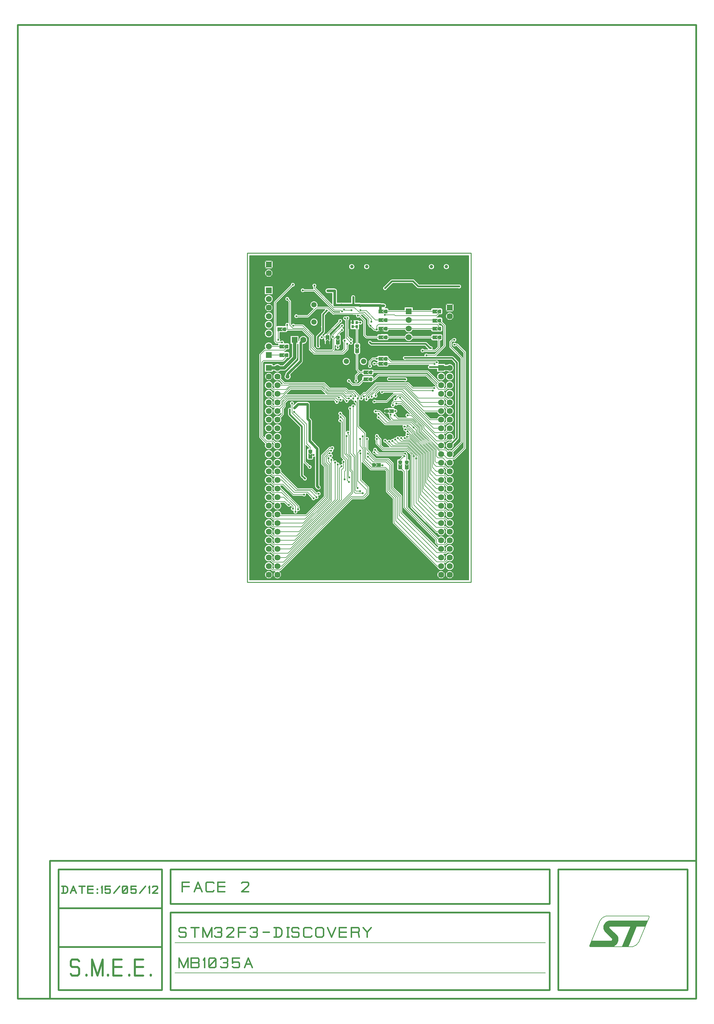
<source format=gbr>
G70*
%FSLAX55Y55*%
%ADD11C,0.01000*%
%ADD12C,0.00650*%
%ADD13C,0.01969*%
%ADD14C,0.05000*%
%ADD15C,0.03937*%
%ADD16C,0.02953*%
%ADD17C,0.03000*%
%ADD18C,0.03150*%
%ADD19C,0.02362*%
%ADD20C,0.00827*%
%ADD21C,0.00591*%
%ADD22C,0.00800*%
%ADD23C,0.02000*%
%ADD24R,0.07000X0.07000*%
%ADD25C,0.07000*%
%ADD26C,0.00100*%
%ADD27C,0.01000*%
%ADD28C,0.06200*%
%ADD29R,0.07000X0.07000*%
%ADD30C,0.03937*%
%ADD31R,0.03000X0.03700*%
%ADD32C,0.01500*%
%ADD33C,0.02480*%
%ADD34C,0.01575*%
%ADD35C,0.02362*%
%ADD36C,0.05000*%
D11*
X285882Y503057D02*
X545725Y503057D01*
X545725Y884947*
X285882Y884947*
X285882Y503057*
D12*
X434304Y656797D02*
X438804Y652297D01*
X469304Y652297*
X470804Y641266D02*
X470804Y650797D01*
X469304Y652297*
X320804Y601797D02*
X328304Y601797D01*
X338804Y591297*
X338804Y588297*
D13*
X520804Y661797D02*
X529304Y670297D01*
X529304Y757797*
X523804Y763297*
X468804Y763297*
D12*
X320804Y631797D02*
X322804Y631797D01*
X343804Y610797*
X360804Y610797*
X365804Y605797*
X368804Y605797*
X381504Y652647D02*
X381404Y652747D01*
X380104Y652747*
X375804Y648447*
X375804Y641797*
X379304Y638297*
X379304Y600297*
X350804Y571797*
X320804Y571797*
D13*
X450304Y738797D02*
X469304Y738797D01*
X469304Y738297*
D14*
X320804Y751797D02*
X319804Y751797D01*
D15*
X311804Y751797D01*
D14*
X310804Y751797D01*
D12*
X358804Y649435D02*
X360166Y650797D01*
X362804Y650797*
X310804Y611797D02*
X315504Y607097D01*
X326004Y607097*
X341804Y591297*
X341804Y584797*
X342804Y811797D02*
X356304Y811797D01*
X365804Y821297*
X379304Y821297*
X385804Y814797*
X420304Y814797*
X426804Y808297*
X426804Y802797*
X428804Y800797*
D16*
X350804Y784297D02*
X347804Y781297D01*
X347804Y765797*
D12*
X520804Y731797D02*
X515804Y726797D01*
X508304Y726797*
X505804Y729297*
X505804Y731297*
X493804Y743297*
X437804Y743297*
X433304Y738797*
X427772Y738797*
D17*
X368578Y613023D02*
X367010Y614591D01*
X367010Y658091*
X358529Y666572*
X358304Y667116D02*
X358304Y690297D01*
X355804Y692797*
X355804Y709478*
X355485Y709797D02*
X344804Y709797D01*
X340529Y705523*
D16*
X332704Y741797D02*
X332704Y744697D01*
X347804Y759797*
X347804Y765797*
X347804Y769502D02*
X347804Y765797D01*
D12*
X394304Y714797D02*
X390804Y714797D01*
X388804Y716797*
X331804Y716797*
X327304Y712297*
X327304Y707797*
X322804Y703297*
X322804Y701797*
X320804Y701797*
X325941Y776797D02*
X310804Y776797D01*
X325941Y766797D02*
X310804Y766797D01*
X326304Y781297D02*
X319804Y781297D01*
X318304Y782797*
X318304Y827797*
X338804Y848297*
X358304Y636797D02*
X352304Y642797D01*
X352304Y685297*
X337804Y699797*
X337804Y710797*
D13*
X510804Y751797D02*
X510804Y752797D01*
X497804Y752797*
D14*
X510804Y751797D02*
X520804Y751797D01*
D13*
X478304Y852297D02*
X484304Y846297D01*
X531804Y846297*
X478304Y852297D02*
X470804Y852297D01*
X445804Y844297D02*
X453804Y852297D01*
X470804Y852297*
D12*
X445804Y667297D02*
X452804Y660297D01*
X471804Y660297*
X481804Y650297*
X481804Y646797*
X510804Y571797D02*
X505304Y571797D01*
X481804Y595297*
X481804Y646797*
X363804Y847297D02*
X363804Y844297D01*
X386304Y821797*
X410304Y821797*
X415804Y816297*
X421804Y816297*
X429804Y808297*
X429804Y805297*
X510804Y661797D02*
X507804Y661797D01*
X489304Y680297*
X489304Y683797*
X476304Y696797*
X471804Y696797*
X507772Y806797D02*
X508272Y807297D01*
X514804Y800766*
X514804Y777297*
X503804Y766297*
X493804Y766297*
X414304Y716297D02*
X414304Y683797D01*
X422304Y675797*
X422304Y659797*
X423304Y658797*
X423304Y646797*
X430804Y639297*
X433835Y639297*
X393804Y698797D02*
X398804Y693797D01*
X398804Y652297*
X403304Y647797*
X403304Y625797*
X404304Y624797*
X320804Y741797D02*
X328804Y733797D01*
X374804Y733797*
X381304Y727297*
X400304Y727297*
X402804Y724797*
X409804Y724797*
X414804Y719797*
X414804Y716297*
X414304Y716297*
X323441Y796797D02*
X321804Y795159D01*
X321804Y784297*
X390804Y775297D02*
X390304Y775297D01*
X390804Y775797*
X390804Y781935*
X478804Y682797D02*
X478804Y682797D01*
X510804Y541797D02*
X506304Y541797D01*
X464304Y583797*
X464304Y602797*
X454304Y612797*
X454304Y640797*
X449304Y645797*
X434804Y645797*
X428304Y652297*
X428304Y653297*
X424804Y656797*
X424804Y669297*
X438304Y694297D02*
X445814Y686787D01*
X474814Y686787*
X478804Y682797*
X436304Y672797D02*
X440304Y668797D01*
X440304Y661797*
X443804Y658297*
X471804Y658297*
X479304Y650797*
X479304Y649297*
X520804Y631797D02*
X515304Y637297D01*
X505304Y637297*
X502304Y640297*
X502304Y655797*
X481804Y676297*
X481804Y679797*
X478804Y682797*
X310804Y601797D02*
X315904Y596697D01*
X329404Y596697*
X333304Y592797*
X334304Y592797*
X520804Y561797D02*
X515804Y566797D01*
X505304Y566797*
X479304Y592797*
X479304Y649297*
X510804Y561797D02*
X505304Y561797D01*
X476804Y590297*
X476804Y651297*
X471304Y656797*
X443304Y656797*
X436304Y663797*
X436304Y669297*
X507914Y787294D02*
X508304Y787294D01*
X508304Y775797*
X504304Y771797*
X489304Y771797*
X520804Y551797D02*
X515804Y546797D01*
X507304Y546797*
X505304Y548797*
X505304Y552797*
X468304Y589797*
X468304Y631297*
X463304Y636297*
X463304Y636935*
X510804Y551797D02*
X508804Y551797D01*
X470804Y589797*
X470804Y636935*
X310804Y541797D02*
X315804Y536797D01*
X333304Y536797*
X395304Y598797*
X395304Y633272*
X397703Y635671*
X397703Y642715*
X520804Y571797D02*
X515804Y576797D01*
X505304Y576797*
X484304Y597797*
X484304Y649797*
X472304Y661797*
X454960Y661797*
X450432Y666325*
X425804Y648797D02*
X431804Y642797D01*
X446804Y642797*
X451304Y638297*
X451304Y610797*
X460304Y601797*
X460304Y577297*
X505804Y531797*
X510804Y531797*
X425804Y652297D02*
X433804Y644297D01*
X447804Y644297*
X452804Y639297*
X452804Y611797*
X462304Y602297*
X462304Y580797*
X505804Y537297*
X516304Y537297*
X520804Y541797*
X320804Y581797D02*
X320804Y580297D01*
X354304Y580297*
X376304Y602297*
X376304Y637297*
X372804Y640797*
X372804Y649947*
X379058Y656201*
X379112Y656201*
X381657Y658747*
X384604Y658747*
X332304Y831797D02*
X335304Y828797D01*
X335304Y801297*
X338804Y797797*
X350804Y797797*
X360304Y788297*
X360304Y775297*
X365304Y770297*
X395804Y770297*
X398804Y773297*
X398804Y783297*
X399304Y809297D02*
X400804Y807797D01*
X400804Y786297*
X406304Y780797*
X445725Y813494D02*
X456607Y813494D01*
X457804Y812297*
X505304Y812297*
X507804Y814797*
X507804Y817447*
X507772Y817447*
D13*
X430804Y750797D02*
X430804Y751297D01*
X449304Y751297*
D12*
X310804Y631797D02*
X315404Y627197D01*
X323904Y627197*
X341804Y609297*
X358804Y609297*
X366304Y601797*
X520804Y711797D02*
X515804Y716797D01*
X484304Y716797*
X470304Y730797*
X436804Y730797*
X424304Y718297*
X424304Y715297*
X510804Y701797D02*
X490804Y701797D01*
X466304Y726297*
X438804Y726297*
X434804Y722297*
X434804Y719297*
X520804Y691797D02*
X515804Y686797D01*
X499804Y686797*
X465304Y721297*
X456304Y721297*
X447804Y712797*
X433304Y712797*
X510804Y641797D02*
X505304Y641797D01*
X503804Y643297*
X503804Y656297*
X483304Y676797*
X483304Y681797*
X476740Y688361*
X448240Y688361*
X438304Y698297*
X393804Y806297D02*
X393804Y805797D01*
X378666Y790659*
X378666Y787659*
X413804Y612297D02*
X412804Y613297D01*
X412804Y711773*
X411830Y712747*
X411604Y712747*
X378666Y787659D02*
X378666Y787297D01*
X378804Y787159*
X320804Y621797D02*
X325804Y621797D01*
X340304Y607297*
X355804Y607297*
X362804Y600297*
X520804Y641797D02*
X518304Y641797D01*
X512804Y647297*
X507304Y647297*
X505304Y649297*
X505304Y656797*
X484804Y677297*
X484804Y682297*
X477166Y689935*
X450666Y689935*
X439304Y701297*
X434804Y701297*
X510804Y651797D02*
X510804Y653297D01*
X486304Y677797*
X486304Y682797*
X477804Y691297*
X455304Y691297*
X452304Y694297*
X452304Y697797*
X510804Y651797D02*
X511304Y651797D01*
X414304Y812297D02*
X416304Y812297D01*
X421804Y806797*
X421804Y789797*
X424154Y787447*
X440941Y787447*
X510804Y651797D02*
X511304Y651797D01*
X417304Y818797D02*
X417304Y818347D01*
X423754Y818347*
X434654Y807447*
X440941Y807447*
X526304Y778797D02*
X529304Y778797D01*
X538304Y769797*
X538304Y658797*
X526304Y646797*
X517804Y646797*
X512804Y651797*
X511304Y651797*
X442304Y723797D02*
X441804Y724297D01*
X465304Y724297*
X497804Y691797*
X510804Y691797*
X520804Y651797D02*
X534804Y665797D01*
X534804Y763297*
X521804Y776297*
X521804Y781797*
X524304Y784297*
X526304Y784297*
X510804Y631797D02*
X505304Y631797D01*
X500804Y636297*
X500804Y655297*
X480304Y675797*
X480304Y677297*
X473304Y684297*
X471804Y684297*
X456804Y696797D02*
X460804Y692797D01*
X478304Y692797*
X487804Y683297*
X487804Y678297*
X509304Y656797*
X515804Y656797*
X520804Y651797*
X510804Y731797D02*
X495304Y747297D01*
X427772Y747297*
X427772Y746797*
X520804Y621797D02*
X515804Y626797D01*
X505304Y626797*
X499304Y632797*
X499304Y654797*
X478804Y675297*
X478804Y676565*
X473304Y682065*
X471036Y682065*
X469462Y683639*
X468304Y683639*
X510804Y581797D02*
X505304Y581797D01*
X485804Y601297*
X485804Y650297*
X472804Y663297*
X458182Y663297*
X454367Y667112*
X320804Y541797D02*
X335804Y541797D01*
X392804Y598797*
X392804Y635259*
X395342Y637797*
X520804Y581797D02*
X515804Y586797D01*
X505304Y586797*
X487304Y604797*
X487304Y650797*
X473304Y664797*
X461404Y664797*
X457515Y668686*
X510804Y621797D02*
X505304Y621797D01*
X497804Y629297*
X497804Y654297*
X477304Y674797*
X477304Y675991*
X472804Y680491*
X469320Y680491*
X385304Y787797D02*
X385304Y790297D01*
X395804Y800797*
X510804Y591797D02*
X505304Y591797D01*
X488804Y608297*
X488804Y651297*
X473804Y666297*
X464626Y666297*
X460663Y670260*
X445272Y762297D02*
X449304Y762297D01*
X452804Y758797*
X505304Y758797*
X505804Y758297*
X440941Y762297D02*
X436304Y762297D01*
X520804Y611797D02*
X515804Y616797D01*
X505304Y616797*
X496304Y625797*
X496304Y653630*
X471804Y678130*
D15*
X320804Y751797D02*
X328804Y751797D01*
X340804Y763797*
X340804Y784297*
D12*
X510804Y711797D02*
X486804Y711797D01*
X469304Y729297*
X437304Y729297*
X426804Y718797*
X426804Y717797*
X510804Y611797D02*
X505304Y611797D01*
X494804Y622297*
X494804Y653297*
X473304Y674797*
X471804Y674797*
D13*
X368304Y776797D02*
X367804Y776797D01*
X367804Y787797*
X373804Y793797*
X373804Y799797*
D12*
X520804Y601797D02*
X515804Y606797D01*
X505304Y606797*
X493304Y618797*
X493304Y652797*
X474304Y671797*
X471304Y671797*
X510804Y601797D02*
X505304Y601797D01*
X491804Y615297*
X491804Y652297*
X474804Y669297*
X469767Y669297*
X468804Y670260*
X468533Y670260*
X433304Y653797D02*
X436304Y650797D01*
X466804Y650797*
X468304Y649297*
X520804Y591797D02*
X515804Y596797D01*
X505304Y596797*
X490304Y611797*
X490304Y651797*
X474304Y667797*
X467061Y667797*
X464598Y670260*
X419804Y672297D02*
X420304Y671797D01*
X420304Y659797*
X421804Y658297*
X421804Y644297*
X429804Y636297*
X446304Y636297*
X449804Y632797*
X449804Y609797*
X458304Y601297*
X458304Y574297*
X505804Y526797*
X515804Y526797*
X520804Y531797*
X416804Y669297D02*
X416804Y661297D01*
X420304Y657797*
X420304Y643297*
X429304Y634297*
X446304Y634297*
X448304Y632297*
X448304Y608297*
X456304Y600297*
X456304Y571797*
X506304Y521797*
X510804Y521797*
D13*
X418804Y794297D02*
X418804Y787797D01*
X421804Y784797*
X421804Y781297*
D12*
X408804Y707297D02*
X408804Y652297D01*
X411304Y649797*
X411304Y609797*
X412304Y608797*
X416804Y608797*
D13*
X391804Y683297D02*
X373304Y683297D01*
X362304Y672297*
X362304Y670797*
D12*
X390804Y787797D02*
X389272Y786266D01*
X390804Y786266*
D13*
X371304Y782297D02*
X371304Y778297D01*
X378304Y778297*
X390804Y749297D02*
X390804Y765297D01*
D12*
X395804Y795797D02*
X390804Y790797D01*
X390804Y787797*
D13*
X390804Y749297D02*
X383304Y749297D01*
D12*
X405304Y835797D02*
X405304Y832297D01*
X399804Y832297*
X320804Y731797D02*
X333804Y731797D01*
X334304Y732297*
X373804Y732297*
X380304Y725797*
X399304Y725797*
X401804Y723297*
X408304Y723297*
X411304Y720297*
X411304Y719199*
D13*
X445304Y677297D02*
X442804Y677297D01*
X442804Y666797*
D12*
X320804Y551797D02*
X340804Y551797D01*
X387804Y598797*
X387804Y642147*
D13*
X442804Y666797D02*
X442804Y663797D01*
D12*
X442804Y666797D02*
X442804Y663797D01*
D13*
X404804Y812797D02*
X405304Y812297D01*
X405304Y809297*
X406804Y809297*
X404304Y806797*
X404304Y797297*
X405804Y795797*
X408756Y795797*
X404804Y812797D02*
X408304Y812797D01*
X408304Y809297*
X404804Y812797D02*
X387304Y812797D01*
X384304Y809797*
X378304Y809797*
X390804Y765297D02*
X399304Y765297D01*
X406804Y772797*
X406804Y776797*
D12*
X520804Y681797D02*
X515804Y676797D01*
X503304Y676797*
X463304Y716797*
X463304Y717297*
D13*
X378304Y778297D02*
X378304Y782329D01*
X378461Y782486*
D12*
X405304Y704797D02*
X405573Y704797D01*
X405573Y652778*
X409804Y648547*
X409804Y607797*
X411304Y606297*
X419804Y606297*
D13*
X408104Y804359D02*
X408304Y804359D01*
X408304Y809297*
D12*
X320804Y721797D02*
X327804Y721797D01*
X335304Y729297*
X372804Y729297*
X379304Y722797*
X396804Y722797*
X400402Y719199*
X406304Y719199*
X406804Y818797D02*
X398304Y818797D01*
X398304Y819297*
X406304Y784297D02*
X402304Y788297D01*
X402304Y809797*
X416304Y746797D02*
X413304Y749797D01*
X413304Y771935*
X420804Y718797D02*
X422304Y718797D01*
X435804Y732297*
X470804Y732297*
X477804Y725297*
X501304Y725297*
D13*
X371304Y725297D02*
X355804Y725297D01*
D12*
X310804Y621797D02*
X315804Y616797D01*
X327304Y616797*
X339304Y604797*
X351804Y604797*
X408104Y799635D02*
X413004Y799635D01*
X413004Y799585*
X413304Y776266D02*
X413304Y798497D01*
X413004Y798797*
X413004Y799585*
D13*
X383304Y730797D02*
X383304Y739797D01*
D12*
X416304Y746797D02*
X423441Y746797D01*
X507772Y797447D02*
X507772Y800797D01*
X506272Y802297*
X438304Y802297*
X436304Y800297*
X436304Y796297*
X412304Y736797D02*
X412304Y742797D01*
X416304Y746797*
X436304Y796297D02*
X433304Y796297D01*
X428804Y800797*
D13*
X429804Y683297D02*
X436804Y683297D01*
X442804Y677297*
X440941Y796963D02*
X440941Y791797D01*
X424304Y791797*
D18*
X408804Y824797D02*
X394977Y824797D01*
X394977Y824774*
D12*
X394804Y824947D01*
D18*
X394804Y824797D01*
X387304Y824797*
X387304Y824903*
D13*
X448351Y701797D02*
X443304Y701797D01*
X440304Y704797*
X429804Y704797*
D18*
X379197Y841297D02*
X387304Y841297D01*
X387304Y825691*
D13*
X383304Y765297D02*
X390804Y765297D01*
D12*
X310804Y551797D02*
X315804Y546797D01*
X338304Y546797*
X390804Y599297*
X390804Y639797*
D13*
X383304Y765297D02*
X359304Y765297D01*
X351304Y757297*
D12*
X372304Y787297D02*
X372304Y787659D01*
X378666Y787659*
D13*
X420804Y734297D02*
X420304Y734297D01*
X420804Y734297D02*
X420804Y734797D01*
D12*
X320804Y561797D02*
X321304Y561797D01*
X345804Y561797*
X382304Y598297*
X382304Y641097*
X380104Y643297*
X380104Y647047*
X310804Y561797D02*
X316003Y556598D01*
X343104Y556598*
X383604Y597097*
X383604Y644947*
D18*
X408804Y824797D02*
X408804Y824947D01*
D19*
X408804Y833947D01*
D18*
X408804Y824797D02*
X416084Y824797D01*
X416084Y824447*
X416620Y824447*
X417144Y823924*
D12*
X520804Y701797D02*
X515804Y706797D01*
X489804Y706797*
X468804Y727797*
X437804Y727797*
X430304Y720297*
X430304Y718297*
D18*
X416084Y824447D02*
X416607Y823924D01*
X417144Y823924*
D12*
X310804Y531797D02*
X316304Y526297D01*
X327804Y526297*
X408304Y606797*
X408304Y631797*
X406304Y633797*
X406304Y648797*
X403804Y651297*
X403804Y673797*
X402804Y674797*
X402804Y676797*
X320804Y531797D02*
X330804Y531797D01*
X406804Y607797*
X406804Y630797*
X404804Y632797*
X404804Y648297*
X400804Y652297*
X400804Y672797*
X401304Y672797*
X332304Y796797D02*
X332304Y801797D01*
D13*
X402304Y732297D02*
X391804Y732297D01*
X391804Y739797*
D18*
X417144Y823924D02*
X417364Y823947D01*
X417364Y824297*
X429804Y824297*
X440430Y824297*
X440804Y823924*
X444136Y823924D02*
X440804Y823924D01*
X444136Y823924D02*
X444136Y823924D01*
D13*
X402304Y732297D02*
X402554Y732547D01*
X402804Y732297*
X402804Y730797*
X402804Y729797*
X417304Y729797*
X417304Y730797*
D18*
X444136Y823924D02*
X444334Y823924D01*
X440304Y817447D02*
X440304Y823922D01*
X439804Y823924*
X440002Y823924*
X440804Y823924*
D13*
X405304Y750797D02*
X391804Y750797D01*
X391804Y749297*
D18*
X440002Y823924D02*
X440129Y823797D01*
X441410Y823797*
D12*
X403804Y736797D02*
X408304Y732297D01*
X415304Y732297*
X421804Y738797*
X423441Y738797*
X310804Y731797D02*
X315804Y726797D01*
X330804Y726797*
X334804Y730797*
X373304Y730797*
X379804Y724297*
X397804Y724297*
X400304Y721797*
X406804Y721797*
X408804Y719797*
X408804Y716097*
D13*
X428304Y781297D02*
X429804Y779797D01*
X492804Y779797*
X497804Y774797*
X498804Y774797*
D12*
X401804Y779797D02*
X401804Y773297D01*
X397304Y768797*
X363304Y768797*
X358804Y773297*
X358804Y787297*
X349804Y796297*
X332804Y796297*
X332304Y796797*
X320804Y521797D02*
X325804Y521797D01*
X406304Y602297*
X420304Y602297*
X424304Y606297*
X424304Y610297*
X414304Y620297*
X414304Y653297*
X416804Y655797*
X438166Y639297D02*
X438166Y638797D01*
X442804Y638797*
X510804Y681797D02*
X502304Y681797D01*
X464304Y719797*
X461804Y719797*
X457804Y715797*
X457804Y715297*
X520804Y671797D02*
X516119Y667112D01*
X505489Y667112*
X490804Y681797*
X490804Y684297*
X464804Y710297*
X458804Y710297*
X510804Y671797D02*
X505804Y671797D01*
X464804Y712797*
X456304Y712797*
X454804Y711297*
X454804Y708297*
X473304Y817447D02*
X503441Y817447D01*
X473304Y787447D02*
X445272Y787447D01*
X503583Y787294D02*
X474457Y787294D01*
X474304Y787447*
X473304Y787447*
X339304Y800797D02*
X350304Y800797D01*
X361804Y789297*
X361804Y776297*
X366304Y771797*
X384304Y771797*
X386304Y773797*
X386304Y785297*
X388804Y787797*
X390804Y787797*
X310804Y721797D02*
X315804Y716797D01*
X324804Y716797*
X335804Y727797*
X372304Y727797*
X378804Y721297*
X396304Y721297*
X401304Y716297*
X403804Y716297*
X445272Y817447D02*
X473304Y817447D01*
X473304Y807447D02*
X445272Y807447D01*
X503441Y797447D02*
X473304Y797447D01*
X445272Y797447*
X473304Y807447D02*
X502791Y807447D01*
X503441Y806797*
X417304Y804297D02*
X413004Y804297D01*
X413004Y804309*
X453166Y701797D02*
X457804Y701797D01*
X468304Y649297D02*
X467804Y649297D01*
X463304Y644797*
X463304Y641266*
X327772Y796797D02*
X332304Y796797D01*
X320804Y711797D02*
X319304Y710297D01*
X320804Y710297*
X330304Y719797*
X394804Y719797*
X401304Y713297*
X310804Y661797D02*
X301304Y671297D01*
X301304Y767297*
X306304Y772297*
X328772Y772297*
X330272Y773797*
X330272Y776797*
D13*
X407804Y595297D02*
X406804Y595297D01*
X368804Y557297*
D12*
X320804Y661797D02*
X315804Y666797D01*
X308304Y666797*
X302804Y672297*
X302804Y758297*
X304804Y760297*
X327304Y760297*
X330272Y763266*
X330272Y766797*
X433304Y756797D02*
X440941Y756797D01*
X398804Y622297D02*
X398804Y631797D01*
X399804Y632797*
X399804Y644797*
X395804Y648797*
X395804Y688797*
X393804Y690797*
X403804Y619297D02*
X401804Y621297D01*
X401804Y645297*
X397304Y649797*
X397304Y691797*
X394304Y694797*
D13*
X381804Y778297D02*
X378304Y778297D01*
X488804Y841797D02*
X464804Y841797D01*
D12*
X442804Y663797D02*
X445304Y661297D01*
X445304Y660797*
X429804Y683297D02*
X429804Y683797D01*
D13*
X429804Y704797D01*
X464150Y750297D02*
X464150Y749797D01*
X449304Y750297D02*
X449304Y750797D01*
X449304Y751297*
X464150Y750297D02*
X449304Y750297D01*
X464150Y750297D02*
X464150Y750797D01*
X451304Y721797D02*
X448304Y721797D01*
X442304Y715797*
X432304Y715797*
X429804Y713297*
X429804Y704797*
X350304Y741797D02*
X352304Y739797D01*
X383304Y739797*
X391804Y739797D02*
X383304Y739797D01*
X391804Y749297D02*
X391804Y739797D01*
X390804Y749297D02*
X391804Y749297D01*
X416804Y750797D02*
X417804Y750797D01*
X430804Y750797*
X352804Y623297D02*
X349304Y626797D01*
X349304Y683797*
X335304Y697797*
X335304Y703297*
D12*
X428304Y753797D02*
X428304Y759297D01*
X431304Y762297*
X436304Y762297*
X445272Y756797D02*
X502304Y756797D01*
X502804Y756297*
X503304Y756297*
X358804Y653766D02*
X358804Y659797D01*
X354804Y663797*
X354804Y686297*
X340304Y700797*
X310804Y521797D02*
X315304Y517297D01*
X323804Y517297*
X407304Y600797*
X421304Y600797*
X425804Y605297*
X425804Y613297*
X417304Y621797*
X417304Y652797*
D13*
X373804Y799797D02*
X373804Y813797D01*
X378304Y818297*
D12*
X392304Y717297D02*
X391304Y718297D01*
X331304Y718297*
X325804Y712797*
X325804Y709297*
X323604Y707097*
X315504Y707097*
X310804Y711797*
X310804Y571797D02*
X315304Y567297D01*
X348804Y567297*
X380804Y599297*
X380804Y639297*
X377804Y642297*
X377804Y648247*
X379404Y649847*
X382904Y649847*
X310804Y581797D02*
X316054Y576547D01*
X353054Y576547*
X377804Y601297*
X377804Y637797*
X374304Y641297*
X374304Y649247*
X380804Y655747*
X383404Y655747*
X418304Y716297D02*
X418304Y719297D01*
X421304Y722297*
X423804Y722297*
X435304Y733797*
X472304Y733797*
X477804Y728297*
X502804Y728297*
X389804Y712297D02*
X386804Y715297D01*
X332804Y715297*
X328804Y711297*
X328804Y706797*
X326804Y704797*
X326804Y697797*
X320804Y691797*
X320804Y611797D02*
X324304Y611797D01*
X344804Y591297*
X344804Y587797*
X350304Y841797D02*
X363804Y841797D01*
X386804Y818797*
X394304Y818797*
X395804Y817297*
D20*
X517619Y814982D02*
X523988Y808612D01*
X307619Y818612D02*
X313988Y824982D01*
X307619Y858612D02*
X313988Y864982D01*
X408104Y804359D02*
X405600Y804359D01*
X317619Y508612D02*
X323988Y514982D01*
X307619Y508612D02*
X313988Y514982D01*
X306265Y876336D02*
X315342Y867259D01*
X516265Y817259D02*
X525342Y826336D01*
D21*
G36*
X376153Y721516D02*
X371592Y726078D01*
X336516Y726078*
X331954Y721516*
X376153Y721516*
G37*
X371592Y726078*
X336516Y726078*
X331954Y721516*
X376153Y721516*
D20*
X517619Y808612D02*
X523988Y814982D01*
X307619Y824982D02*
X313988Y818612D01*
X408104Y804359D02*
X408104Y807213D01*
X317619Y514982D02*
X323988Y508612D01*
X307619Y514982D02*
X313988Y508612D01*
X306265Y867259D02*
X315342Y876336D01*
X378804Y782829D02*
X378804Y778822D01*
X516265Y826336D02*
X525342Y817259D01*
X507619Y508612D02*
X513988Y514982D01*
X507619Y514982D02*
X513988Y508612D01*
X517619Y508612D02*
X523988Y514982D01*
X517619Y514982D02*
X523988Y508612D01*
X307619Y738612D02*
X313988Y744982D01*
X307619Y744982D02*
X313988Y738612D01*
D21*
X288654Y505829D02*
X542953Y505829D01*
X542953Y882175*
X288654Y882175*
X288654Y505829*
X540023Y769791D02*
X540023Y658803D01*
G75*
G02X539519Y657582I-01719J-00006*
G01X527519Y645582*
G75*
G02X526298Y645078I-01216J01216*
G01X524435Y645078*
G75*
G02X522579Y637236I-03631J-03281*
G02X515910Y641760I-01775J04561*
G01X515695Y641975*
G75*
G02X514831Y639016I-04891J-00178*
G01X515298Y639016*
G75*
G02X516519Y638513I00006J-01719*
G01X518779Y636253*
G75*
G02X524264Y628337I02025J-04456*
G02X516348Y633822I-03461J03461*
G01X514592Y635578*
X513911Y635578*
G75*
G02X514435Y628516I-03108J-03781*
G01X515798Y628516*
G75*
G02X517019Y628013I00006J-01719*
G01X518779Y626253*
G75*
G02X524264Y618337I02025J-04456*
G02X516348Y623822I-03461J03461*
G01X515092Y625078*
X514435Y625078*
G75*
G02X514435Y618516I-03632J-03281*
G01X515798Y618516*
G75*
G02X517019Y618013I00006J-01719*
G01X518779Y616253*
G75*
G02X524264Y608337I02025J-04456*
G02X516348Y613822I-03461J03461*
G01X515092Y615078*
X514435Y615078*
G75*
G02X514435Y608516I-03632J-03281*
G01X515798Y608516*
G75*
G02X517019Y608013I00006J-01719*
G01X518779Y606253*
G75*
G02X524264Y598337I02025J-04456*
G02X516348Y603822I-03461J03461*
G01X515092Y605078*
X514435Y605078*
G75*
G02X514435Y598516I-03632J-03281*
G01X515798Y598516*
G75*
G02X517019Y598013I00006J-01719*
G01X518779Y596253*
G75*
G02X524264Y588337I02025J-04456*
G02X516348Y593822I-03461J03461*
G01X515092Y595078*
X514435Y595078*
G75*
G02X514435Y588516I-03632J-03281*
G01X515798Y588516*
G75*
G02X517019Y588013I00006J-01719*
G01X518779Y586253*
G75*
G02X524264Y578337I02025J-04456*
G02X516348Y583822I-03461J03461*
G01X515092Y585078*
X514435Y585078*
G75*
G02X514435Y578516I-03632J-03281*
G01X515798Y578516*
G75*
G02X517019Y578013I00006J-01719*
G01X518779Y576253*
G75*
G02X524264Y568337I02025J-04456*
G02X516348Y573822I-03461J03461*
G01X515092Y575078*
X514435Y575078*
G75*
G02X514435Y568516I-03632J-03281*
G01X515798Y568516*
G75*
G02X517019Y568013I00006J-01719*
G01X518779Y566253*
G75*
G02X524264Y558337I02025J-04456*
G02X516348Y563822I-03461J03461*
G01X515092Y565078*
X514435Y565078*
G75*
G02X513349Y557617I-03631J-03281*
G02X506221Y560078I-02545J04181*
G01X505310Y560078*
G75*
G02X504088Y560582I-00006J01719*
G01X475588Y589082*
G75*
G02X475085Y590303I01216J01216*
G01X475085Y650585*
X470592Y655078*
X443310Y655078*
G75*
G02X442088Y655582I-00006J01719*
G01X435088Y662582*
G75*
G02X434585Y663803I01216J01216*
G01X434585Y667380*
G75*
G02X434414Y671047I01719J01917*
G02X438875Y672657I01889J01750*
G01X441519Y670013*
G75*
G02X442023Y668791I-01216J-01216*
G01X442023Y662509*
X444516Y660016*
X450653Y660016*
X445944Y664726*
G75*
G02X448327Y667809I-00140J02571*
G02X452083Y668301I02104J-01485*
G02X455100Y669581I02284J-01190*
G02X458248Y671155I02415J-00895*
G02X462630Y671922I02415J-00895*
G02X466565Y671922I01968J-01662*
G02X468933Y672804I01968J-01662*
G02X469504Y673639I02371J-01007*
G02X469840Y676464I02300J01158*
G02X469237Y677917I01964J01667*
G02X466933Y681459I00083J02574*
G02X466161Y685068I01371J02180*
G01X445820Y685068*
G75*
G02X444598Y685572I-00006J01719*
G01X438444Y691726*
G75*
G02X436681Y696297I-00140J02571*
G02X435806Y698925I01622J02000*
G02X436721Y703016I-01003J02372*
G01X439298Y703016*
G75*
G02X440519Y702513I00006J-01719*
G01X451378Y691654*
X452515Y691654*
X451088Y693082*
G75*
G02X450585Y694303I01216J01216*
G01X450585Y695880*
G75*
G02X449736Y697993I01719J01917*
G02X448404Y698657I00084J01836*
G01X445882Y698657*
G75*
G02X444710Y699829I00000J01172*
G01X444710Y703766*
G75*
G02X445882Y704938I01172J-00000*
G01X448404Y704938*
G75*
G02X449819Y705603I01416J-01172*
G01X455725Y705603*
G75*
G02X457467Y704350I-00000J-01838*
G02X457659Y699226I00336J-02553*
G02X459375Y696657I-00856J-02429*
G01X461516Y694516*
X470608Y694516*
G75*
G02X473721Y698516I01196J02281*
G01X474153Y698516*
X464092Y708578*
X460721Y708578*
G75*
G02X457375Y708155I-01917J01719*
G02X453085Y710215I-02571J00143*
G01X453085Y711291*
G75*
G02X453588Y712513I01719J00006*
G01X455088Y714013*
G75*
G02X455437Y714282I01216J-01216*
G02X457419Y717843I02367J01015*
G01X459153Y719578*
X457016Y719578*
X449019Y711582*
G75*
G02X447798Y711078I-01216J01216*
G01X435221Y711078*
G75*
G02X435221Y714516I-01917J01719*
G01X447092Y714516*
X455088Y722513*
G75*
G02X455157Y722578I01217J-01217*
G01X444572Y722578*
G75*
G02X439850Y724578I-02268J01219*
G01X439516Y724578*
X436523Y721585*
X436523Y721215*
G75*
G02X432803Y717676I-01719J-01917*
G02X428819Y716193I-02499J00621*
G02X426878Y715223I-02015J01604*
G02X422050Y716544I-02574J00074*
G02X420878Y716223I-01247J02254*
G02X416304Y714675I-02574J00074*
G02X416023Y714380I-02002J01624*
G01X416023Y684509*
X423519Y677013*
G75*
G02X424023Y675791I-01216J-01216*
G01X424023Y671751*
G75*
G02X426523Y667380I00781J-02454*
G01X426523Y657509*
X429519Y654513*
G75*
G02X430023Y653291I-01216J-01216*
G01X430023Y653009*
X435516Y647516*
X449298Y647516*
G75*
G02X450519Y647013I00006J-01719*
G01X455519Y642013*
G75*
G02X456023Y640791I-01216J-01216*
G01X456023Y613509*
X465519Y604013*
G75*
G02X466023Y602791I-01216J-01216*
G01X466023Y584509*
X506467Y544065*
G75*
G02X507176Y545083I04338J-02269*
G02X506088Y545582I00127J01715*
G01X504088Y547582*
G75*
G02X503585Y548803I01216J01216*
G01X503585Y552085*
X467088Y588582*
G75*
G02X466585Y589803I01216J01216*
G01X466585Y630585*
X464632Y632538*
X461335Y632538*
G75*
G02X459497Y634376I00000J01838*
G01X459497Y640281*
G75*
G02X459564Y640774I01839J-00000*
G02X459497Y641266I01772J00492*
G01X459497Y644218*
G75*
G02X461335Y646056I01838J-00000*
G01X462132Y646056*
X465153Y649078*
X436310Y649078*
G75*
G02X435088Y649582I-00006J01719*
G01X433444Y651226*
G75*
G02X431875Y655940I-00140J02571*
G02X436875Y656657I02428J00857*
G01X439516Y654016*
X467386Y654016*
G75*
G02X471875Y652157I01917J-01719*
G01X472019Y652013*
G75*
G02X472523Y650791I-01216J-01216*
G01X472523Y646056*
X472772Y646056*
G75*
G02X474610Y644218I-00000J-01838*
G01X474610Y641266*
G75*
G02X474543Y640774I-01839J00000*
G02X474610Y640281I-01772J-00492*
G01X474610Y634376*
G75*
G02X472772Y632538I-01838J00000*
G01X472523Y632538*
X472523Y590509*
X507565Y555467*
G75*
G02X514435Y548516I03238J-03670*
G01X515092Y548516*
X516348Y549773*
G75*
G02X524264Y555258I04456J02025*
G02X518779Y547341I-03461J-03461*
G01X517019Y545582*
G75*
G02X515798Y545078I-01216J01216*
G01X514435Y545078*
G75*
G02X514831Y539016I-03631J-03281*
G01X515592Y539016*
X516348Y539773*
G75*
G02X524264Y545258I04456J02025*
G02X518779Y537341I-03461J-03461*
G01X517519Y536082*
G75*
G02X516298Y535578I-01216J01216*
G01X513911Y535578*
G75*
G02X514435Y528516I-03108J-03781*
G01X515092Y528516*
X516348Y529773*
G75*
G02X524264Y535258I04456J02025*
G02X518779Y527341I-03461J-03461*
G01X517019Y525582*
G75*
G02X515798Y525078I-01216J01216*
G01X514435Y525078*
G75*
G02X506221Y520080I-03632J-03281*
G02X505088Y520582I00083J01717*
G01X455088Y570582*
G75*
G02X454585Y571803I01216J01216*
G01X454585Y599585*
X447088Y607082*
G75*
G02X446585Y608303I01216J01216*
G01X446585Y631585*
X445592Y632578*
X429310Y632578*
G75*
G02X428088Y633082I-00006J01719*
G01X419088Y642082*
G75*
G02X419023Y642151I01217J01217*
G01X419023Y622509*
X427019Y614513*
G75*
G02X427523Y613291I-01216J-01216*
G01X427523Y605303*
G75*
G02X427019Y604082I-01719J-00006*
G01X422519Y599582*
G75*
G02X421298Y599078I-01216J01216*
G01X408016Y599078*
X325019Y516082*
G75*
G02X323798Y515578I-01216J01216*
G01X323462Y515578*
G75*
G02X318145Y515578I-02659J-03781*
G01X315310Y515578*
G75*
G02X314088Y516082I-00006J01719*
G01X312828Y517341*
G75*
G02X307343Y525258I-02025J04456*
G02X315259Y519773I03461J-03461*
G01X316016Y519016*
X316776Y519016*
G75*
G02X316776Y524578I04027J02781*
G01X316310Y524578*
G75*
G02X315088Y525082I-00006J01719*
G01X312828Y527341*
G75*
G02X307343Y535258I-02025J04456*
G02X315259Y529773I03461J-03461*
G01X317016Y528016*
X317696Y528016*
G75*
G02X317172Y535078I03108J03781*
G01X315810Y535078*
G75*
G02X314588Y535582I-00006J01719*
G01X312828Y537341*
G75*
G02X307343Y545258I-02025J04456*
G02X315259Y539773I03461J-03461*
G01X316516Y538516*
X317172Y538516*
G75*
G02X317172Y545078I03632J03281*
G01X315810Y545078*
G75*
G02X314588Y545582I-00006J01719*
G01X312828Y547341*
G75*
G02X307343Y555258I-02025J04456*
G02X315259Y549773I03461J-03461*
G01X316516Y548516*
X317172Y548516*
G75*
G02X317001Y554878I03632J03281*
G01X316009Y554878*
G75*
G02X314788Y555382I-00006J01719*
G01X312828Y557341*
G75*
G02X307343Y565258I-02025J04456*
G02X315259Y559773I03461J-03461*
G01X316715Y558317*
X317363Y558317*
G75*
G02X317696Y565578I03441J03481*
G01X315310Y565578*
G75*
G02X314088Y566082I-00006J01719*
G01X312828Y567341*
G75*
G02X307343Y575258I-02025J04456*
G02X315259Y569773I03461J-03461*
G01X316016Y569016*
X316776Y569016*
G75*
G02X316961Y574828I04027J02781*
G01X316060Y574828*
G75*
G02X314838Y575332I-00006J01719*
G01X312828Y577341*
G75*
G02X307343Y585258I-02025J04456*
G02X315259Y579773I03461J-03461*
G01X316766Y578266*
X317415Y578266*
G75*
G02X325693Y582016I03389J03531*
G01X353592Y582016*
X374585Y603009*
X374585Y636585*
X371588Y639582*
G75*
G02X371085Y640803I01216J01216*
G01X371085Y649941*
G75*
G02X371588Y651163I01719J00006*
G01X377842Y657417*
G75*
G02X378123Y657644I01216J-01216*
G01X380442Y659963*
G75*
G02X381663Y660466I01216J-01216*
G01X382686Y660466*
G75*
G02X385866Y656502I01917J-01719*
G02X384009Y653244I-02462J-00755*
G02X384033Y652162I-02506J-00597*
G02X383958Y647498I-01129J-02314*
G02X385987Y643973I-00355J-02551*
G02X390372Y642336I01816J-01826*
G02X393353Y639433I00432J-02539*
G02X395984Y640291I01989J-01636*
G01X395984Y640798*
G75*
G02X396982Y645187I01719J01917*
G01X394588Y647582*
G75*
G02X394085Y648803I01216J01216*
G01X394085Y688085*
X393944Y688226*
G75*
G02X392463Y692996I-00140J02571*
G02X392463Y696598I01841J01801*
G02X396375Y698657I01341J02199*
G01X400019Y695013*
G75*
G02X400523Y693791I-01216J-01216*
G01X400523Y677993*
G75*
G02X403854Y679149I02281J-01195*
G01X403854Y702669*
G75*
G02X406230Y707200I01450J02128*
G02X411085Y708493I02573J00097*
G01X411085Y710225*
G75*
G02X409156Y713546I00519J02522*
G02X406279Y715588I-00352J02551*
G02X403844Y713722I-02476J00709*
G02X398732Y713437I-02540J-00425*
G01X396819Y715351*
G75*
G02X392386Y713078I-02515J-00554*
G01X392258Y713078*
G75*
G02X387232Y712437I-02454J-00781*
G01X386092Y713578*
X333516Y713578*
X330523Y710585*
X330523Y706803*
G75*
G02X330019Y705582I-01719J-00006*
G01X328523Y704085*
X328523Y697803*
G75*
G02X328019Y696582I-01719J-00006*
G01X325259Y693822*
G75*
G02X317343Y688336I-04456J-02025*
G02X322828Y696253I03461J03461*
G01X325085Y698509*
X325085Y699425*
G75*
G02X317790Y697941I-04281J02372*
G02X317468Y705378I03014J03856*
G01X315510Y705378*
G75*
G02X314288Y705882I-00006J01719*
G01X312828Y707341*
G75*
G02X307343Y715258I-02025J04456*
G02X315259Y709773I03461J-03461*
G01X316216Y708816*
X316922Y708816*
G75*
G02X317172Y715078I03882J02981*
G01X315810Y715078*
G75*
G02X314588Y715582I-00006J01719*
G01X312828Y717341*
G75*
G02X307343Y725258I-02025J04456*
G02X315259Y719773I03461J-03461*
G01X316516Y718516*
X317172Y718516*
G75*
G02X317172Y725078I03632J03281*
G01X315810Y725078*
G75*
G02X314588Y725582I-00006J01719*
G01X312828Y727341*
G75*
G02X307343Y735258I-02025J04456*
G02X315259Y729773I03461J-03461*
G01X316516Y728516*
X317172Y728516*
G75*
G02X318259Y735977I03631J03281*
G02X325386Y733516I02545J-04181*
G01X326653Y733516*
X322828Y737341*
G75*
G02X317343Y745258I-02025J04456*
G02X325259Y739773I03461J-03461*
G01X329516Y735516*
X374798Y735516*
G75*
G02X376019Y735013I00006J-01719*
G01X382016Y729016*
X400298Y729016*
G75*
G02X401519Y728513I00006J-01719*
G01X403516Y726516*
X409798Y726516*
G75*
G02X411019Y726013I00006J-01719*
G01X416019Y721013*
G75*
G02X416523Y719791I-01216J-01216*
G01X416523Y718157*
G75*
G02X416585Y718215I01787J-01867*
G01X416585Y719291*
G75*
G02X417088Y720513I01719J00006*
G01X420088Y723513*
G75*
G02X421310Y724016I01216J-01216*
G01X423092Y724016*
X434088Y735013*
G75*
G02X435310Y735516I01216J-01216*
G01X472298Y735516*
G75*
G02X473519Y735013I00006J-01719*
G01X478516Y730016*
X500886Y730016*
G75*
G02X504085Y730531I01917J-01719*
G01X504085Y730585*
X493092Y741578*
X438516Y741578*
X434519Y737582*
G75*
G02X433298Y737078I-01216J01216*
G01X432563Y737078*
X432563Y736829*
G75*
G02X430725Y734991I-01838J00000*
G01X427772Y734991*
G75*
G02X427280Y735058I00000J01839*
G02X426788Y734991I-00492J01772*
G01X420882Y734991*
G75*
G02X420474Y735037I00000J01838*
G01X416519Y731082*
G75*
G02X415298Y730578I-01216J01216*
G01X408310Y730578*
G75*
G02X407088Y731082I-00006J01719*
G01X403944Y734226*
G75*
G02X406375Y736657I-00140J02571*
G01X409016Y734016*
X414592Y734016*
X419045Y738469*
X419045Y740766*
G75*
G02X420882Y742603I01838J-00000*
G01X426788Y742603*
G75*
G02X427280Y742536I-00000J-01839*
G02X427772Y742603I00492J-01772*
G01X430725Y742603*
G75*
G02X432563Y740766I-00000J-01838*
G01X432563Y740516*
X432592Y740516*
X436588Y744513*
G75*
G02X437810Y745016I01216J-01216*
G01X493798Y745016*
G75*
G02X495019Y744513I00006J-01719*
G01X506167Y733365*
G75*
G02X506348Y733822I04644J-01571*
G01X494592Y745578*
X432563Y745578*
X432563Y744829*
G75*
G02X430725Y742991I-01838J00000*
G01X427772Y742991*
G75*
G02X427280Y743058I00000J01839*
G02X426788Y742991I-00492J01772*
G01X420882Y742991*
G75*
G02X419045Y744829I00000J01838*
G01X419045Y745078*
X417016Y745078*
X414023Y742085*
X414023Y738715*
G75*
G02X410585Y738715I-01719J-01917*
G01X410585Y742791*
G75*
G02X411088Y744013I01719J00006*
G01X413872Y746797*
X412088Y748582*
G75*
G02X411585Y749803I01216J01216*
G01X411585Y767538*
X411335Y767538*
G75*
G02X409497Y769376I00000J01838*
G01X409497Y775281*
G75*
G02X409564Y775774I01839J-00000*
G02X409497Y776266I01772J00492*
G01X409497Y779218*
G75*
G02X411335Y781056I01838J-00000*
G01X411585Y781056*
X411585Y796341*
X410110Y796341*
X410110Y796391*
X405210Y796391*
X405210Y802879*
X405482Y802879*
X405482Y807331*
X410110Y807331*
X410110Y807553*
X415898Y807553*
X415898Y806455*
G75*
G02X415898Y802140I01406J-02158*
G01X415898Y796341*
X415023Y796341*
X415023Y781056*
X415272Y781056*
G75*
G02X417110Y779218I-00000J-01838*
G01X417110Y776266*
G75*
G02X417043Y775774I-01839J00000*
G02X417110Y775281I-01772J-00492*
G01X417110Y769376*
G75*
G02X415272Y767538I-01838J00000*
G01X415023Y767538*
X415023Y750509*
X417016Y748516*
X419045Y748516*
X419045Y748766*
G75*
G02X420882Y750603I01838J-00000*
G01X426788Y750603*
G75*
G02X427280Y750536I-00000J-01839*
G02X427772Y750603I00492J-01772*
G01X430725Y750603*
G75*
G02X432546Y749016I-00000J-01838*
G01X495298Y749016*
G75*
G02X496519Y748513I00006J-01719*
G01X508779Y736253*
G75*
G02X514435Y728516I02025J-04456*
G01X515092Y728516*
X516348Y729773*
G75*
G02X524264Y735258I04456J02025*
G02X518779Y727341I-03461J-03461*
G01X517019Y725582*
G75*
G02X515798Y725078I-01216J01216*
G01X514435Y725078*
G75*
G02X514435Y718516I-03632J-03281*
G01X515798Y718516*
G75*
G02X517019Y718013I00006J-01719*
G01X518779Y716253*
G75*
G02X524264Y708337I02025J-04456*
G02X516348Y713822I-03461J03461*
G01X515092Y715078*
X514435Y715078*
G75*
G02X514435Y708516I-03632J-03281*
G01X515798Y708516*
G75*
G02X517019Y708013I00006J-01719*
G01X518779Y706253*
G75*
G02X524264Y698337I02025J-04456*
G02X516348Y703822I-03461J03461*
G01X515092Y705078*
X514435Y705078*
G75*
G02X513349Y697617I-03631J-03281*
G02X506221Y700078I-02545J04181*
G01X491954Y700078*
X498516Y693516*
X506221Y693516*
G75*
G02X513348Y695978I04582J-01719*
G02X514435Y688516I-02545J-04181*
G01X515092Y688516*
X516348Y689773*
G75*
G02X524264Y695258I04456J02025*
G02X518779Y687341I-03461J-03461*
G01X517019Y685582*
G75*
G02X515798Y685078I-01216J01216*
G01X514435Y685078*
G75*
G02X514435Y678516I-03632J-03281*
G01X515092Y678516*
X516348Y679773*
G75*
G02X524264Y685258I04456J02025*
G02X518779Y677341I-03461J-03461*
G01X517019Y675582*
G75*
G02X515798Y675078I-01216J01216*
G01X514435Y675078*
G75*
G02X514697Y668831I-03632J-03281*
G01X515406Y668831*
X516348Y669773*
G75*
G02X520977Y676688I04456J02025*
G02X525104Y669461I-00173J-04891*
G01X526925Y671282*
X526925Y756812*
X522819Y760919*
X469791Y760919*
G75*
G02X469791Y765676I-00987J02378*
G01X491305Y765676*
G75*
G02X495721Y768016I02499J00621*
G01X503092Y768016*
X513085Y778009*
X513085Y800054*
X510147Y802991*
X508010Y802991*
X508988Y802013*
G75*
G02X509430Y801253I-01216J-01216*
G01X510725Y801253*
G75*
G02X512563Y799416I-00000J-01838*
G01X512563Y795479*
G75*
G02X510725Y793641I-01838J00000*
G01X507772Y793641*
G75*
G02X507280Y793708I00000J01839*
G02X506788Y793641I-00492J01772*
G01X500882Y793641*
G75*
G02X499045Y795479I00000J01838*
G01X499045Y795728*
X477886Y795728*
G75*
G02X468721Y795728I-04582J01719*
G01X450063Y795728*
X450063Y795479*
G75*
G02X448225Y793641I-01838J00000*
G01X445272Y793641*
G75*
G02X443973Y794179I00000J01838*
G01X443845Y794307*
X438382Y794307*
G75*
G02X438009Y794368I00000J01172*
G02X434386Y794578I-01705J01930*
G01X433310Y794578*
G75*
G02X432088Y795082I-00006J01719*
G01X428944Y798226*
G75*
G02X426232Y800937I-00140J02572*
G01X425588Y801582*
G75*
G02X425085Y802803I01216J01216*
G01X425085Y807585*
X419592Y813078*
X417954Y813078*
X423019Y808013*
G75*
G02X423523Y806791I-01216J-01216*
G01X423523Y790509*
X424866Y789166*
X436545Y789166*
X436545Y789416*
G75*
G02X438382Y791253I01838J-00000*
G01X444288Y791253*
G75*
G02X444780Y791186I-00000J-01839*
G02X445272Y791253I00492J-01772*
G01X448225Y791253*
G75*
G02X450063Y789416I-00000J-01838*
G01X450063Y789166*
X468721Y789166*
G75*
G02X477941Y789013I04582J-01719*
G01X499186Y789013*
X499186Y789262*
G75*
G02X501024Y791100I01838J-00000*
G01X506930Y791100*
G75*
G02X507422Y791033I-00000J-01839*
G02X507914Y791100I00492J-01772*
G01X510867Y791100*
G75*
G02X512704Y789262I-00000J-01838*
G01X512704Y785325*
G75*
G02X510867Y783487I-01838J00000*
G01X510023Y783487*
X510023Y775803*
G75*
G02X509519Y774582I-01719J-00006*
G01X505519Y770582*
G75*
G02X504298Y770078I-01216J01216*
G01X491221Y770078*
G75*
G02X491221Y773516I-01917J01719*
G01X495721Y773516*
X491819Y777419*
X429804Y777419*
G75*
G02X428115Y778122I00000J02378*
G01X427320Y778917*
G75*
G02X430684Y782281I00984J02380*
G01X430789Y782176*
X492804Y782176*
G75*
G02X494492Y781472I00000J-02378*
G01X498600Y777364*
G75*
G02X501038Y773516I00204J-02567*
G01X503592Y773516*
X506585Y776509*
X506585Y783487*
X501024Y783487*
G75*
G02X499186Y785325I00000J01838*
G01X499186Y785575*
X477825Y785575*
G75*
G02X468721Y785728I-04522J01873*
G01X450063Y785728*
X450063Y785479*
G75*
G02X448225Y783641I-01838J00000*
G01X445272Y783641*
G75*
G02X444780Y783708I00000J01839*
G02X444288Y783641I-00492J01772*
G01X438382Y783641*
G75*
G02X436545Y785479I00000J01838*
G01X436545Y785728*
X424160Y785728*
G75*
G02X422938Y786232I-00006J01719*
G01X420588Y788582*
G75*
G02X420085Y789803I01216J01216*
G01X420085Y806085*
X415896Y810273*
G75*
G02X411850Y813078I-01593J02024*
G01X385810Y813078*
G75*
G02X384588Y813582I-00006J01719*
G01X380731Y817438*
G75*
G02X379287Y815917I-02428J00859*
G01X376182Y812812*
X376182Y800785*
G75*
G02X376182Y798810I-02379J-00987*
G01X376182Y793797*
G75*
G02X375479Y792109I-02378J00000*
G01X373112Y789742*
G75*
G02X373820Y789378I-00809J-02446*
G01X374997Y789378*
X374997Y789718*
G75*
G02X376835Y791556I01838J-00000*
G01X377199Y791556*
G75*
G02X377450Y791875I01467J-00897*
G01X391294Y805719*
G75*
G02X394189Y803751I02509J00578*
G01X381727Y791289*
G75*
G02X382610Y789718I-00955J-01571*
G01X382610Y783813*
G75*
G02X381944Y782397I-01838J00000*
G01X381944Y779876*
G75*
G02X380772Y778704I-01172J00000*
G01X376835Y778704*
G75*
G02X375663Y779876I00000J01172*
G01X375663Y782397*
G75*
G02X374997Y783813I01172J01416*
G01X374997Y785940*
X374492Y785940*
G75*
G02X370182Y785838I-02189J01357*
G01X370182Y778559*
G75*
G02X367079Y774532I-01878J-01762*
G02X365425Y776797I00725J02265*
G01X365425Y787797*
G75*
G02X366128Y789485I02378J00000*
G01X371425Y794782*
X371425Y798810*
G75*
G02X371425Y800785I02379J00987*
G01X371425Y813797*
G75*
G02X372128Y815485I02378J00000*
G01X375924Y819281*
G75*
G02X376070Y819578I02381J-00984*
G01X366516Y819578*
X357519Y810582*
G75*
G02X356298Y810078I-01216J01216*
G01X344721Y810078*
G75*
G02X344721Y813516I-01917J01719*
G01X355592Y813516*
X362558Y820483*
G75*
G02X361239Y828892I00765J04428*
G02X367399Y823016I02084J-03981*
G01X379298Y823016*
G75*
G02X380519Y822513I00006J-01719*
G01X386516Y816516*
X393350Y816516*
G75*
G02X393238Y817078I02455J00781*
G01X386810Y817078*
G75*
G02X385588Y817582I-00006J01719*
G01X363092Y840078*
X352221Y840078*
G75*
G02X352221Y843516I-01917J01719*
G01X362272Y843516*
G75*
G02X362085Y844303I01532J00781*
G01X362085Y845380*
G75*
G02X365523Y845380I01719J01917*
G01X365523Y845009*
X384335Y826197*
X384335Y838328*
X379197Y838328*
G75*
G02X379197Y844266I00000J02969*
G01X387304Y844266*
G75*
G02X390273Y841297I-00000J-02969*
G01X390273Y827766*
X393872Y827766*
G75*
G02X395735Y827766I00932J-02820*
G01X406229Y827766*
X406229Y833947*
G75*
G02X411379Y833947I02575J00000*
G01X411379Y827766*
X416084Y827766*
G75*
G02X417733Y827266I-00000J-02970*
G01X440425Y827266*
G75*
G02X441872Y826892I00005J-02969*
G01X444334Y826892*
G75*
G02X447303Y823924I-00000J-02969*
G02X445632Y821253I-02969J00000*
G01X448225Y821253*
G75*
G02X450063Y819416I-00000J-01838*
G01X450063Y819166*
X468410Y819166*
X468410Y822341*
X478198Y822341*
X478198Y819166*
X499045Y819166*
X499045Y819416*
G75*
G02X500882Y821253I01838J-00000*
G01X506788Y821253*
G75*
G02X507280Y821186I-00000J-01839*
G02X507772Y821253I00492J-01772*
G01X510725Y821253*
G75*
G02X512563Y819416I-00000J-01838*
G01X512563Y815479*
G75*
G02X510725Y813641I-01838J00000*
G01X509076Y813641*
G75*
G02X509019Y813582I-01275J01159*
G01X506519Y811082*
G75*
G02X505598Y810603I-01216J01216*
G01X506788Y810603*
G75*
G02X507280Y810536I-00000J-01839*
G02X507772Y810603I00492J-01772*
G01X510725Y810603*
G75*
G02X512563Y808766I-00000J-01838*
G01X512563Y805438*
X516019Y801981*
G75*
G02X516523Y800760I-01216J-01216*
G01X516523Y777303*
G75*
G02X516019Y776082I-01719J-00006*
G01X505613Y765676*
X523804Y765676*
G75*
G02X525492Y764972I00000J-02378*
G01X530979Y759485*
G75*
G02X531682Y757797I-01675J-01688*
G01X531682Y670297*
G75*
G02X530979Y668609I-02378J00000*
G01X525510Y663140*
G75*
G02X517343Y658336I-04706J-01343*
G02X522146Y666503I03460J03461*
G01X523139Y667496*
G75*
G02X518779Y667341I-02336J04301*
G01X517334Y665896*
G75*
G02X516113Y665393I-01216J01216*
G01X514124Y665393*
G75*
G02X514435Y658516I-03320J-03596*
G01X515798Y658516*
G75*
G02X517019Y658013I00006J-01719*
G01X518779Y656253*
G75*
G02X522828Y656253I02025J-04456*
G01X533085Y666509*
X533085Y762585*
X520588Y775082*
G75*
G02X520085Y776303I01216J01216*
G01X520085Y781791*
G75*
G02X520588Y783013I01719J00006*
G01X523088Y785513*
G75*
G02X524310Y786016I01216J-01216*
G01X524386Y786016*
G75*
G02X528869Y784520I01917J-01719*
G02X524711Y782273I-02566J-00223*
G01X523523Y781085*
X523523Y777009*
X536019Y764513*
G75*
G02X536523Y763291I-01216J-01216*
G01X536523Y665803*
G75*
G02X536019Y664582I-01719J-00006*
G01X525259Y653822*
G75*
G02X524435Y648516I-04456J-02024*
G01X525592Y648516*
X536585Y659509*
X536585Y769085*
X528592Y777078*
X528221Y777078*
G75*
G02X528221Y780516I-01917J01719*
G01X529298Y780516*
G75*
G02X530519Y780013I00006J-01719*
G01X539519Y771013*
G75*
G02X540023Y769791I-01216J-01216*
G01X408193Y782547D02*
G75*
G02X404303Y779176I-01889J-01750D01*
G02X403523Y777880I-02499J00621*
G01X403523Y773303*
G75*
G02X403019Y772082I-01719J-00006*
G01X398519Y767582*
G75*
G02X397298Y767078I-01216J01216*
G01X363310Y767078*
G75*
G02X362088Y767582I-00006J01719*
G01X357588Y772082*
G75*
G02X357085Y773303I01216J01216*
G01X357085Y786585*
X349092Y794578*
X332810Y794578*
G75*
G02X332548Y794597I-00006J01719*
G02X330725Y792991I-01823J00232*
G01X327772Y792991*
G75*
G02X327280Y793058I00000J01839*
G02X326788Y792991I-00492J01772*
G01X323523Y792991*
X323523Y786215*
G75*
G02X324038Y783016I-01719J-01917*
G01X324386Y783016*
G75*
G02X328784Y780603I01917J-01719*
G01X329288Y780603*
G75*
G02X329780Y780536I-00000J-01839*
G02X330272Y780603I00492J-01772*
G01X333225Y780603*
G75*
G02X335063Y778766I-00000J-01838*
G01X335063Y774829*
G75*
G02X333225Y772991I-01838J00000*
G01X331790Y772991*
G75*
G02X331488Y772582I-01519J00807*
G01X329988Y771082*
G75*
G02X329067Y770603I-01216J01216*
G01X329288Y770603*
G75*
G02X329780Y770536I-00000J-01839*
G02X330272Y770603I00492J-01772*
G01X333225Y770603*
G75*
G02X335063Y768766I-00000J-01838*
G01X335063Y764829*
G75*
G02X333225Y762991I-01838J00000*
G01X331969Y762991*
G75*
G02X331488Y762050I-01697J00275*
G01X328519Y759082*
G75*
G02X327298Y758578I-01216J01216*
G01X305516Y758578*
X304523Y757585*
X304523Y673009*
X305913Y671619*
G75*
G02X314435Y668516I04891J00178*
G01X315798Y668516*
G75*
G02X317019Y668013I00006J-01719*
G01X318779Y666253*
G75*
G02X324264Y658337I02025J-04456*
G02X316348Y663822I-03461J03461*
G01X315092Y665078*
X314435Y665078*
G75*
G02X311555Y656961I-03631J-03281*
G02X306348Y663822I-00751J04836*
G01X300088Y670082*
G75*
G02X299585Y671303I01216J01216*
G01X299585Y767291*
G75*
G02X300088Y768513I01719J00006*
G01X305088Y773513*
G75*
G02X306310Y774016I01216J-01216*
G01X306776Y774016*
G75*
G02X308536Y781134I04027J02781*
G02X315386Y778516I02267J-04338*
G01X321545Y778516*
X321545Y778766*
G75*
G02X321734Y779578I01838J-00000*
G01X319810Y779578*
G75*
G02X318588Y780082I-00006J01719*
G01X317088Y781582*
G75*
G02X316585Y782803I01216J01216*
G01X316585Y827791*
G75*
G02X317088Y829013I01719J00006*
G01X336232Y848157*
G75*
G02X338663Y845726I02571J00140*
G01X320023Y827085*
X320023Y800390*
G75*
G02X320882Y800603I00860J-01625*
G01X326788Y800603*
G75*
G02X327280Y800536I-00000J-01839*
G02X327772Y800603I00492J-01772*
G01X330022Y800603*
G75*
G02X333585Y804031I02282J01194*
G01X333585Y828085*
X332444Y829226*
G75*
G02X334875Y831657I-00140J02571*
G01X336519Y830013*
G75*
G02X337023Y828791I-01216J-01216*
G01X337023Y802009*
X337029Y802004*
G75*
G02X341221Y802516I02275J-01207*
G01X350298Y802516*
G75*
G02X351519Y802013I00006J-01719*
G01X363019Y790513*
G75*
G02X363523Y789291I-01216J-01216*
G01X363523Y777009*
X367016Y773516*
X383592Y773516*
X384585Y774509*
X384585Y785291*
G75*
G02X384585Y785324I01725J00006*
G02X383585Y789715I00719J02473*
G01X383585Y790291*
G75*
G02X384088Y791513I01719J00006*
G01X393232Y800657*
G75*
G02X396421Y798297I02571J00140*
G02X395663Y793226I-00618J-02500*
G01X393388Y790950*
G75*
G02X394610Y789218I-00616J-01732*
G01X394610Y786266*
G75*
G02X394543Y785774I-01839J00000*
G02X394610Y785281I-01772J-00492*
G01X394610Y779376*
G75*
G02X392772Y777538I-01838J00000*
G01X392523Y777538*
X392523Y777215*
G75*
G02X389085Y777215I-01719J-01917*
G01X389085Y777538*
X388835Y777538*
G75*
G02X388023Y777727I00000J01838*
G01X388023Y773803*
G75*
G02X387519Y772582I-01719J-00006*
G01X386954Y772016*
X395092Y772016*
X397085Y774009*
X397085Y781380*
G75*
G02X399144Y785850I01719J01917*
G02X399085Y786303I01661J00447*
G01X399085Y806731*
G75*
G02X400462Y811597I00219J02566*
G02X404023Y807880I01842J-01800*
G01X404023Y789009*
X406163Y786869*
G75*
G02X408193Y782547I00140J-02571*
G01X370658Y611010D02*
G75*
G02X370591Y610943I-01854J01787D01*
G02X366532Y610976I-02013J02080*
G01X364971Y612537*
G75*
G02X364116Y614591I02039J02055*
G01X364116Y648581*
G75*
G02X362610Y648229I-01312J02216*
G01X362610Y646876*
G75*
G02X360772Y645038I-01838J00000*
G01X356835Y645038*
G75*
G02X354997Y646876I00000J01838*
G01X354997Y652781*
G75*
G02X355064Y653274I01839J-00000*
G02X354997Y653766I01772J00492*
G01X354997Y656718*
G75*
G02X356835Y658556I01838J-00000*
G01X357085Y658556*
X357085Y659085*
X354023Y662147*
X354023Y643509*
X358163Y639369*
G75*
G02X355732Y636937I00140J-02571*
G01X351682Y640988*
X351682Y627782*
X353787Y625677*
G75*
G02X350424Y622314I-00984J-02380*
G01X347628Y625109*
G75*
G02X346925Y626797I01675J01688*
G01X346925Y682812*
X333628Y696109*
G75*
G02X332925Y697797I01675J01688*
G01X332925Y702310*
G75*
G02X336085Y705751I02378J00987*
G01X336085Y708880*
G75*
G02X339523Y708880I01719J01917*
G01X339523Y708609*
X342749Y711835*
G75*
G02X344804Y712691I02055J-02039*
G01X355485Y712691*
G75*
G02X357684Y711678I-00000J-02894*
G02X358698Y709478I-01881J-02200*
G01X358698Y693996*
X360342Y692352*
G75*
G02X361198Y690297I-02039J-02055*
G01X361198Y667996*
X369048Y660146*
G75*
G02X369904Y658091I-02039J-02055*
G01X369904Y615790*
X370625Y615069*
G75*
G02X370658Y611010I-02047J-02046*
G01X368430Y603249D02*
G75*
G02X365237Y599453I-02127J-01452D01*
G02X360232Y600437I-02433J00844*
G01X355092Y605578*
X354258Y605578*
G75*
G02X349886Y603078I-02454J-00781*
G01X339310Y603078*
G75*
G02X338088Y603582I-00006J01719*
G01X326592Y615078*
X324435Y615078*
G75*
G02X325553Y612979I-03632J-03281*
G01X346019Y592513*
G75*
G02X346523Y591291I-01216J-01216*
G01X346523Y589715*
G75*
G02X344336Y585265I-01719J-01917*
G02X339432Y585800I-02532J-00467*
G02X337085Y590215I-00628J02498*
G01X337085Y590585*
X336387Y591283*
G75*
G02X331978Y591692I-02083J01514*
G01X328692Y594978*
X324523Y594978*
G75*
G02X317084Y594978I-03719J-03181*
G01X315910Y594978*
G75*
G02X314688Y595482I-00006J01719*
G01X312828Y597341*
G75*
G02X307343Y605258I-02025J04456*
G02X315259Y599773I03461J-03461*
G01X316616Y598416*
X317265Y598416*
G75*
G02X317468Y605378I03539J03381*
G01X315510Y605378*
G75*
G02X314288Y605882I-00006J01719*
G01X312828Y607341*
G75*
G02X307343Y615258I-02025J04456*
G02X315259Y609773I03461J-03461*
G01X316216Y608816*
X316922Y608816*
G75*
G02X317172Y615078I03882J02981*
G01X315810Y615078*
G75*
G02X314588Y615582I-00006J01719*
G01X312828Y617341*
G75*
G02X307343Y625258I-02025J04456*
G02X315259Y619773I03461J-03461*
G01X316516Y618516*
X317172Y618516*
G75*
G02X317578Y625478I03632J03281*
G01X315410Y625478*
G75*
G02X314188Y625982I-00006J01719*
G01X312828Y627341*
G75*
G02X307343Y635258I-02025J04456*
G02X315259Y629773I03461J-03461*
G01X316116Y628916*
X316847Y628916*
G75*
G02X319500Y636515I03956J02881*
G02X325678Y631354I01303J-04718*
G01X344516Y612516*
X360798Y612516*
G75*
G02X362019Y612013I00006J-01719*
G01X366516Y607516*
X366886Y607516*
G75*
G02X368430Y603249I01917J-01719*
G01X350674Y779405D02*
X350674Y759797D01*
G75*
G02X349828Y757762I-02871J00000*
G01X335975Y743909*
G75*
G02X332376Y737917I-03272J-02112*
G02X329833Y744429I00328J03880*
G01X329833Y744697*
G75*
G02X330679Y746732I02871J-00000*
G01X344933Y760986*
X344933Y779403*
X344166Y779403*
X344166Y763799*
G75*
G02X343181Y761419I-03363J-00002*
G01X331181Y749419*
G75*
G02X328802Y748435I-02378J02378*
G01X324360Y748435*
G75*
G02X317248Y748435I-03556J03363*
G01X315698Y748435*
X315698Y746903*
X305910Y746903*
X305910Y756691*
X315698Y756691*
X315698Y755160*
X317248Y755160*
G75*
G02X324360Y755160I03556J-03363*
G01X327411Y755160*
X337441Y765190*
X337441Y779403*
X335910Y779403*
X335910Y789191*
X345698Y789191*
X345698Y783248*
G75*
G02X345779Y783332I02110J-01955*
G01X345971Y783524*
G75*
G02X354028Y787979I04833J00773*
G02X350674Y779405I-03224J-03682*
G01X517839Y755691D02*
G75*
G02X525698Y751798I02964J-03894D01*
G02X517839Y747903I-04894J-00000*
G01X515698Y747903*
X515698Y746903*
X505910Y746903*
X505910Y750419*
X498791Y750419*
G75*
G02X496608Y755078I-00987J02378*
G01X450063Y755078*
X450063Y754829*
G75*
G02X448225Y752991I-01838J00000*
G01X445272Y752991*
G75*
G02X444780Y753058I00000J01839*
G02X444288Y752991I-00492J01772*
G01X438382Y752991*
G75*
G02X436545Y754829I00000J01838*
G01X436545Y755078*
X435221Y755078*
G75*
G02X435221Y758516I-01917J01719*
G01X436545Y758516*
X436545Y758766*
G75*
G02X436719Y759547I01838J-00000*
G02X436640Y759744I01664J00782*
G02X434386Y760578I-00336J02553*
G01X432016Y760578*
X430023Y758585*
X430023Y755715*
G75*
G02X426585Y755715I-01719J-01917*
G01X426585Y759291*
G75*
G02X427088Y760513I01719J00006*
G01X430088Y763513*
G75*
G02X431310Y764016I01216J-01216*
G01X434386Y764016*
G75*
G02X436640Y764850I01917J-01719*
G02X438382Y766103I01742J-00585*
G01X444288Y766103*
G75*
G02X444780Y766036I-00000J-01839*
G02X445272Y766103I00492J-01772*
G01X448225Y766103*
G75*
G02X450063Y764266I-00000J-01838*
G01X450063Y763840*
G75*
G02X450519Y763513I-00760J-01543*
G01X453516Y760516*
X504497Y760516*
G75*
G02X507817Y756691I01306J-02219*
G01X515698Y756691*
X515698Y755691*
X517839Y755691*
X530816Y848676D02*
G75*
G02X530816Y843919I00987J-02378D01*
G01X484304Y843919*
G75*
G02X482615Y844622I00000J02378*
G01X477320Y849917*
X477316Y849919*
X471791Y849919*
G75*
G02X469816Y849919I-00987J02379*
G01X454789Y849919*
X448184Y843314*
G75*
G02X444820Y846677I-02380J00984*
G01X452115Y853972*
G75*
G02X453804Y854676I01688J-01675*
G01X469816Y854676*
G75*
G02X471791Y854676I00987J-02379*
G01X477316Y854676*
G75*
G02X480684Y853281I00987J-02378*
G01X485289Y848676*
X530816Y848676*
X471569Y739522D02*
G75*
G02X467542Y736419I-02265J-01225D01*
G01X451291Y736419*
G75*
G02X451291Y741176I-00987J02378*
G01X469304Y741176*
G75*
G02X471569Y739522I-00000J-02379*
G01X305910Y836903D02*
X305910Y846691D01*
X315698Y846691*
X315698Y836903*
X305910Y836903*
X516182Y817175D02*
X516182Y826419D01*
X525426Y826419*
X525426Y817175*
X516182Y817175*
X306182Y867175D02*
X306182Y876419D01*
X315426Y876419*
X315426Y867175*
X306182Y867175*
X315910Y651797D02*
G75*
G03X325698Y651797I04894J00000D01*
G03X315910Y651797I-04894J00000*
G01X305910Y651797D02*
G75*
G03X315698Y651797I04894J00000D01*
G03X305910Y651797I-04894J00000*
G01X305910Y801797D02*
G75*
G03X315698Y801797I04894J00000D01*
G03X305910Y801797I-04894J00000*
G01X515910Y721797D02*
G75*
G03X525698Y721797I04894J00000D01*
G03X515910Y721797I-04894J00000*
G01X305910Y591797D02*
G75*
G03X315698Y591797I04894J00000D01*
G03X305910Y591797I-04894J00000*
G01X315910Y681797D02*
G75*
G03X325698Y681797I04894J00000D01*
G03X315910Y681797I-04894J00000*
G01X305910Y811797D02*
G75*
G03X315698Y811797I04894J00000D01*
G03X305910Y811797I-04894J00000*
G01X505910Y741797D02*
G75*
G03X515698Y741797I04894J00000D01*
G03X505910Y741797I-04894J00000*
G01X305910Y701797D02*
G75*
G03X315698Y701797I04894J00000D01*
G03X305910Y701797I-04894J00000*
G01X305910Y641797D02*
G75*
G03X315698Y641797I04894J00000D01*
G03X305910Y641797I-04894J00000*
G01X305910Y691797D02*
G75*
G03X315698Y691797I04894J00000D01*
G03X305910Y691797I-04894J00000*
G01X515910Y741797D02*
G75*
G03X525698Y741797I04894J00000D01*
G03X515910Y741797I-04894J00000*
G01X305910Y791797D02*
G75*
G03X315698Y791797I04894J00000D01*
G03X305910Y791797I-04894J00000*
G01X515910Y521797D02*
G75*
G03X525698Y521797I04894J00000D01*
G03X515910Y521797I-04894J00000*
G01X305910Y681797D02*
G75*
G03X315698Y681797I04894J00000D01*
G03X305910Y681797I-04894J00000*
G01X315910Y641797D02*
G75*
G03X325698Y641797I04894J00000D01*
G03X315910Y641797I-04894J00000*
G01X315910Y671797D02*
G75*
G03X325698Y671797I04894J00000D01*
G03X315910Y671797I-04894J00000*
G01X305910Y831797D02*
G75*
G03X315698Y831797I04894J00000D01*
G03X305910Y831797I-04894J00000*
G01X306182Y821797D02*
G75*
G03X315426Y821797I04622J00000D01*
G03X306182Y821797I-04622J00000*
G01X506182Y511797D02*
G75*
G03X515426Y511797I04622J00000D01*
G03X506182Y511797I-04622J00000*
G01X306182Y741797D02*
G75*
G03X315426Y741797I04622J00000D01*
G03X306182Y741797I-04622J00000*
G01X516182Y811797D02*
G75*
G03X525426Y811797I04622J00000D01*
G03X516182Y811797I-04622J00000*
G01X306182Y861797D02*
G75*
G03X315426Y861797I04622J00000D01*
G03X306182Y861797I-04622J00000*
G01X306182Y511797D02*
G75*
G03X315426Y511797I04622J00000D01*
G03X306182Y511797I-04622J00000*
G01X516182Y511797D02*
G75*
G03X525426Y511797I04622J00000D01*
G03X516182Y511797I-04622J00000*
G01X416273Y759277D02*
G75*
G03X425262Y759277I04494J00000D01*
G03X416273Y759277I-04494J00000*
G01X358829Y804911D02*
G75*
G03X367817Y804911I04494J00000D01*
G03X358829Y804911I-04494J00000*
G01X396273Y759277D02*
G75*
G03X405262Y759277I04494J00000D01*
G03X396273Y759277I-04494J00000*
G01X421080Y869297D02*
G75*
G03X427805Y869297I03363J00000D01*
G03X421080Y869297I-03363J00000*
G01X403780Y869297D02*
G75*
G03X410505Y869297I03363J00000D01*
G03X403780Y869297I-03363J00000*
G01X496280Y869297D02*
G75*
G03X503005Y869297I03363J00000D01*
G03X496280Y869297I-03363J00000*
G01X513580Y869297D02*
G75*
G03X520305Y869297I03363J00000D01*
G03X513580Y869297I-03363J00000*
G01X288654Y506025D02*
X542953Y506025D01*
X288654Y506515D02*
X542953Y506515D01*
X288654Y507006D02*
X542953Y507006D01*
X288654Y507496D02*
X309111Y507496D01*
X312497Y507496D02*
X319111Y507496D01*
X322496Y507496D02*
X509111Y507496D01*
X512497Y507496D02*
X519111Y507496D01*
X522497Y507496D02*
X542953Y507496D01*
X288654Y507987D02*
X308187Y507987D01*
X313420Y507987D02*
X318188Y507987D01*
X323419Y507987D02*
X508187Y507987D01*
X513420Y507987D02*
X518187Y507987D01*
X523420Y507987D02*
X542953Y507987D01*
X288654Y508477D02*
X307588Y508477D01*
X314020Y508477D02*
X317588Y508477D01*
X324019Y508477D02*
X507588Y508477D01*
X514020Y508477D02*
X517588Y508477D01*
X524020Y508477D02*
X542953Y508477D01*
X288654Y508968D02*
X307149Y508968D01*
X314459Y508968D02*
X317149Y508968D01*
X324458Y508968D02*
X507149Y508968D01*
X514459Y508968D02*
X517149Y508968D01*
X524459Y508968D02*
X542953Y508968D01*
X288654Y509459D02*
X306817Y509459D01*
X314790Y509459D02*
X316817Y509459D01*
X324790Y509459D02*
X506817Y509459D01*
X514790Y509459D02*
X516817Y509459D01*
X524790Y509459D02*
X542953Y509459D01*
X288654Y509949D02*
X306567Y509949D01*
X315040Y509949D02*
X316567Y509949D01*
X325040Y509949D02*
X506567Y509949D01*
X515040Y509949D02*
X516567Y509949D01*
X525040Y509949D02*
X542953Y509949D01*
X288654Y510440D02*
X306385Y510440D01*
X315222Y510440D02*
X316386Y510440D01*
X325222Y510440D02*
X506385Y510440D01*
X515222Y510440D02*
X516385Y510440D01*
X525222Y510440D02*
X542953Y510440D01*
X288654Y510930D02*
X306264Y510930D01*
X315344Y510930D02*
X316264Y510930D01*
X325344Y510930D02*
X506264Y510930D01*
X515344Y510930D02*
X516264Y510930D01*
X525344Y510930D02*
X542953Y510930D01*
X288654Y511421D02*
X306197Y511421D01*
X315410Y511421D02*
X316197Y511421D01*
X325410Y511421D02*
X506197Y511421D01*
X515410Y511421D02*
X516197Y511421D01*
X525410Y511421D02*
X542953Y511421D01*
X288654Y511911D02*
X306183Y511911D01*
X315424Y511911D02*
X316183Y511911D01*
X325424Y511911D02*
X506183Y511911D01*
X515424Y511911D02*
X516183Y511911D01*
X525424Y511911D02*
X542953Y511911D01*
X288654Y512402D02*
X306221Y512402D01*
X315386Y512402D02*
X316221Y512402D01*
X325386Y512402D02*
X506221Y512402D01*
X515386Y512402D02*
X516221Y512402D01*
X525386Y512402D02*
X542953Y512402D01*
X288654Y512892D02*
X306313Y512892D01*
X315294Y512892D02*
X316313Y512892D01*
X325294Y512892D02*
X506313Y512892D01*
X515294Y512892D02*
X516313Y512892D01*
X525294Y512892D02*
X542953Y512892D01*
X288654Y513383D02*
X306462Y513383D01*
X315145Y513383D02*
X316462Y513383D01*
X325145Y513383D02*
X506462Y513383D01*
X515145Y513383D02*
X516462Y513383D01*
X525145Y513383D02*
X542953Y513383D01*
X288654Y513873D02*
X306674Y513873D01*
X314933Y513873D02*
X316674Y513873D01*
X324933Y513873D02*
X506674Y513873D01*
X514933Y513873D02*
X516674Y513873D01*
X524933Y513873D02*
X542953Y513873D01*
X288654Y514364D02*
X306960Y514364D01*
X314647Y514364D02*
X316960Y514364D01*
X324647Y514364D02*
X506960Y514364D01*
X514647Y514364D02*
X516960Y514364D01*
X524647Y514364D02*
X542953Y514364D01*
X288654Y514855D02*
X307337Y514855D01*
X314270Y514855D02*
X317337Y514855D01*
X324270Y514855D02*
X507337Y514855D01*
X514270Y514855D02*
X517337Y514855D01*
X524270Y514855D02*
X542953Y514855D01*
X288654Y515345D02*
X307841Y515345D01*
X313766Y515345D02*
X317841Y515345D01*
X323766Y515345D02*
X507841Y515345D01*
X513766Y515345D02*
X517841Y515345D01*
X523766Y515345D02*
X542953Y515345D01*
X288654Y515836D02*
X308556Y515836D01*
X313052Y515836D02*
X314399Y515836D01*
X324709Y515836D02*
X508556Y515836D01*
X513052Y515836D02*
X518556Y515836D01*
X523052Y515836D02*
X542953Y515836D01*
X288654Y516326D02*
X309881Y516326D01*
X311726Y516326D02*
X313843Y516326D01*
X325264Y516326D02*
X509881Y516326D01*
X511726Y516326D02*
X519881Y516326D01*
X521726Y516326D02*
X542953Y516326D01*
X288654Y516817D02*
X313353Y516817D01*
X325754Y516817D02*
X542953Y516817D01*
X288654Y517307D02*
X308856Y517307D01*
X312751Y517307D02*
X312862Y517307D01*
X326245Y517307D02*
X508856Y517307D01*
X512751Y517307D02*
X518856Y517307D01*
X522751Y517307D02*
X542953Y517307D01*
X288654Y517798D02*
X307983Y517798D01*
X326736Y517798D02*
X507983Y517798D01*
X513625Y517798D02*
X517983Y517798D01*
X523625Y517798D02*
X542953Y517798D01*
X288654Y518288D02*
X307392Y518288D01*
X327226Y518288D02*
X507392Y518288D01*
X514215Y518288D02*
X517392Y518288D01*
X524216Y518288D02*
X542953Y518288D01*
X288654Y518779D02*
X306951Y518779D01*
X327717Y518779D02*
X506951Y518779D01*
X514656Y518779D02*
X516951Y518779D01*
X524656Y518779D02*
X542953Y518779D01*
X288654Y519270D02*
X306613Y519270D01*
X315762Y519270D02*
X316613Y519270D01*
X328207Y519270D02*
X506613Y519270D01*
X514994Y519270D02*
X516613Y519270D01*
X524995Y519270D02*
X542953Y519270D01*
X288654Y519760D02*
X306354Y519760D01*
X315272Y519760D02*
X316354Y519760D01*
X328698Y519760D02*
X506354Y519760D01*
X515254Y519760D02*
X516354Y519760D01*
X525254Y519760D02*
X542953Y519760D01*
X288654Y520251D02*
X306160Y520251D01*
X315447Y520251D02*
X316160Y520251D01*
X329188Y520251D02*
X505553Y520251D01*
X515447Y520251D02*
X516160Y520251D01*
X525447Y520251D02*
X542953Y520251D01*
X288654Y520741D02*
X306025Y520741D01*
X315582Y520741D02*
X316025Y520741D01*
X329679Y520741D02*
X504928Y520741D01*
X515582Y520741D02*
X516025Y520741D01*
X525582Y520741D02*
X542953Y520741D01*
X288654Y521232D02*
X305942Y521232D01*
X315665Y521232D02*
X315942Y521232D01*
X330169Y521232D02*
X504438Y521232D01*
X515665Y521232D02*
X515942Y521232D01*
X525665Y521232D02*
X542953Y521232D01*
X288654Y521722D02*
X305910Y521722D01*
X315697Y521722D02*
X315910Y521722D01*
X330660Y521722D02*
X503947Y521722D01*
X515697Y521722D02*
X515910Y521722D01*
X525697Y521722D02*
X542953Y521722D01*
X288654Y522213D02*
X305927Y522213D01*
X315680Y522213D02*
X315927Y522213D01*
X331151Y522213D02*
X503457Y522213D01*
X515680Y522213D02*
X515927Y522213D01*
X525680Y522213D02*
X542953Y522213D01*
X288654Y522703D02*
X305994Y522703D01*
X315613Y522703D02*
X315994Y522703D01*
X331641Y522703D02*
X502966Y522703D01*
X515613Y522703D02*
X515994Y522703D01*
X525613Y522703D02*
X542953Y522703D01*
X288654Y523194D02*
X306113Y523194D01*
X315494Y523194D02*
X316113Y523194D01*
X332132Y523194D02*
X502476Y523194D01*
X515494Y523194D02*
X516113Y523194D01*
X525494Y523194D02*
X542953Y523194D01*
X288654Y523684D02*
X306288Y523684D01*
X315319Y523684D02*
X316288Y523684D01*
X332622Y523684D02*
X501985Y523684D01*
X515319Y523684D02*
X516288Y523684D01*
X525319Y523684D02*
X542953Y523684D01*
X288654Y524175D02*
X306526Y524175D01*
X315081Y524175D02*
X316526Y524175D01*
X333113Y524175D02*
X501495Y524175D01*
X515081Y524175D02*
X516526Y524175D01*
X525081Y524175D02*
X542953Y524175D01*
X288654Y524666D02*
X306838Y524666D01*
X314769Y524666D02*
X315762Y524666D01*
X333603Y524666D02*
X501004Y524666D01*
X514769Y524666D02*
X516838Y524666D01*
X524769Y524666D02*
X542953Y524666D01*
X288654Y525156D02*
X307244Y525156D01*
X314363Y525156D02*
X315014Y525156D01*
X334094Y525156D02*
X500514Y525156D01*
X516316Y525156D02*
X517244Y525156D01*
X524363Y525156D02*
X542953Y525156D01*
X288654Y525647D02*
X307782Y525647D01*
X313825Y525647D02*
X314523Y525647D01*
X334584Y525647D02*
X500023Y525647D01*
X517084Y525647D02*
X517782Y525647D01*
X523826Y525647D02*
X542953Y525647D01*
X288654Y526137D02*
X308542Y526137D01*
X313065Y526137D02*
X314032Y526137D01*
X335075Y526137D02*
X499532Y526137D01*
X517575Y526137D02*
X518542Y526137D01*
X523065Y526137D02*
X542953Y526137D01*
X288654Y526628D02*
X310019Y526628D01*
X311588Y526628D02*
X313542Y526628D01*
X335565Y526628D02*
X499042Y526628D01*
X518065Y526628D02*
X520018Y526628D01*
X521589Y526628D02*
X542953Y526628D01*
X288654Y527118D02*
X309368Y527118D01*
X312239Y527118D02*
X313051Y527118D01*
X336056Y527118D02*
X498551Y527118D01*
X518556Y527118D02*
X519368Y527118D01*
X522239Y527118D02*
X542953Y527118D01*
X288654Y527609D02*
X308272Y527609D01*
X336547Y527609D02*
X498061Y527609D01*
X523335Y527609D02*
X542953Y527609D01*
X288654Y528099D02*
X307598Y528099D01*
X316933Y528099D02*
X317598Y528099D01*
X337037Y528099D02*
X497570Y528099D01*
X524009Y528099D02*
X542953Y528099D01*
X288654Y528590D02*
X307107Y528590D01*
X316442Y528590D02*
X317107Y528590D01*
X337528Y528590D02*
X497080Y528590D01*
X514500Y528590D02*
X515165Y528590D01*
X524500Y528590D02*
X542953Y528590D01*
X288654Y529081D02*
X306733Y529081D01*
X315951Y529081D02*
X316733Y529081D01*
X338018Y529081D02*
X496589Y529081D01*
X514874Y529081D02*
X515656Y529081D01*
X524874Y529081D02*
X542953Y529081D01*
X288654Y529571D02*
X306445Y529571D01*
X315461Y529571D02*
X316445Y529571D01*
X338509Y529571D02*
X496099Y529571D01*
X515162Y529571D02*
X516146Y529571D01*
X525162Y529571D02*
X542953Y529571D01*
X288654Y530062D02*
X306228Y530062D01*
X315380Y530062D02*
X316228Y530062D01*
X338999Y530062D02*
X495608Y530062D01*
X515380Y530062D02*
X516228Y530062D01*
X525379Y530062D02*
X542953Y530062D01*
X288654Y530552D02*
X306071Y530552D01*
X315537Y530552D02*
X316071Y530552D01*
X339490Y530552D02*
X495117Y530552D01*
X515537Y530552D02*
X516071Y530552D01*
X525537Y530552D02*
X542953Y530552D01*
X288654Y531043D02*
X305968Y531043D01*
X315639Y531043D02*
X315968Y531043D01*
X339980Y531043D02*
X494627Y531043D01*
X515639Y531043D02*
X515968Y531043D01*
X525639Y531043D02*
X542953Y531043D01*
X288654Y531533D02*
X305917Y531533D01*
X315691Y531533D02*
X315917Y531533D01*
X340471Y531533D02*
X494136Y531533D01*
X515691Y531533D02*
X515917Y531533D01*
X525690Y531533D02*
X542953Y531533D01*
X288654Y532024D02*
X305915Y532024D01*
X315692Y532024D02*
X315915Y532024D01*
X340962Y532024D02*
X493646Y532024D01*
X515692Y532024D02*
X515915Y532024D01*
X525692Y532024D02*
X542953Y532024D01*
X288654Y532514D02*
X305962Y532514D01*
X315645Y532514D02*
X315962Y532514D01*
X341452Y532514D02*
X493155Y532514D01*
X515645Y532514D02*
X515962Y532514D01*
X525645Y532514D02*
X542953Y532514D01*
X288654Y533005D02*
X306061Y533005D01*
X315546Y533005D02*
X316061Y533005D01*
X341943Y533005D02*
X492665Y533005D01*
X515546Y533005D02*
X516061Y533005D01*
X525546Y533005D02*
X542953Y533005D01*
X288654Y533496D02*
X306214Y533496D01*
X315393Y533496D02*
X316214Y533496D01*
X342433Y533496D02*
X492174Y533496D01*
X515394Y533496D02*
X516214Y533496D01*
X525394Y533496D02*
X542953Y533496D01*
X288654Y533986D02*
X306426Y533986D01*
X315181Y533986D02*
X316426Y533986D01*
X342924Y533986D02*
X491684Y533986D01*
X515181Y533986D02*
X516426Y533986D01*
X525181Y533986D02*
X542953Y533986D01*
X288654Y534477D02*
X306708Y534477D01*
X314899Y534477D02*
X316708Y534477D01*
X343414Y534477D02*
X491193Y534477D01*
X514899Y534477D02*
X516708Y534477D01*
X524899Y534477D02*
X542953Y534477D01*
X288654Y534967D02*
X307075Y534967D01*
X314532Y534967D02*
X317075Y534967D01*
X343905Y534967D02*
X490702Y534967D01*
X514532Y534967D02*
X517075Y534967D01*
X524532Y534967D02*
X542953Y534967D01*
X288654Y535458D02*
X307555Y535458D01*
X314052Y535458D02*
X314726Y535458D01*
X344395Y535458D02*
X490212Y535458D01*
X514052Y535458D02*
X517555Y535458D01*
X524052Y535458D02*
X542953Y535458D01*
X288654Y535948D02*
X308211Y535948D01*
X313396Y535948D02*
X314221Y535948D01*
X344886Y535948D02*
X489721Y535948D01*
X517369Y535948D02*
X518211Y535948D01*
X523396Y535948D02*
X542953Y535948D01*
X288654Y536439D02*
X309253Y536439D01*
X312354Y536439D02*
X313731Y536439D01*
X345376Y536439D02*
X489231Y536439D01*
X517876Y536439D02*
X519252Y536439D01*
X522355Y536439D02*
X542953Y536439D01*
X288654Y536929D02*
X310297Y536929D01*
X311310Y536929D02*
X313240Y536929D01*
X345867Y536929D02*
X488740Y536929D01*
X518367Y536929D02*
X520298Y536929D01*
X521309Y536929D02*
X542953Y536929D01*
X288654Y537420D02*
X308615Y537420D01*
X346358Y537420D02*
X488250Y537420D01*
X522992Y537420D02*
X542953Y537420D01*
X288654Y537910D02*
X307829Y537910D01*
X346848Y537910D02*
X487759Y537910D01*
X523777Y537910D02*
X542953Y537910D01*
X288654Y538401D02*
X307280Y538401D01*
X347339Y538401D02*
X487269Y538401D01*
X524327Y538401D02*
X542953Y538401D01*
X288654Y538892D02*
X306865Y538892D01*
X316140Y538892D02*
X316866Y538892D01*
X347829Y538892D02*
X486778Y538892D01*
X524742Y538892D02*
X542953Y538892D01*
X288654Y539382D02*
X306547Y539382D01*
X315650Y539382D02*
X316547Y539382D01*
X348320Y539382D02*
X486288Y539382D01*
X515060Y539382D02*
X515957Y539382D01*
X525060Y539382D02*
X542953Y539382D01*
X288654Y539873D02*
X306304Y539873D01*
X315303Y539873D02*
X316304Y539873D01*
X348810Y539873D02*
X485797Y539873D01*
X515304Y539873D02*
X516304Y539873D01*
X525303Y539873D02*
X542953Y539873D01*
X288654Y540363D02*
X306124Y540363D01*
X315483Y540363D02*
X316125Y540363D01*
X349301Y540363D02*
X485306Y540363D01*
X515483Y540363D02*
X516124Y540363D01*
X525483Y540363D02*
X542953Y540363D01*
X288654Y540854D02*
X306001Y540854D01*
X315606Y540854D02*
X316002Y540854D01*
X349791Y540854D02*
X484816Y540854D01*
X515606Y540854D02*
X516001Y540854D01*
X525606Y540854D02*
X542953Y540854D01*
X288654Y541344D02*
X305931Y541344D01*
X315677Y541344D02*
X315931Y541344D01*
X350282Y541344D02*
X484325Y541344D01*
X515677Y541344D02*
X515931Y541344D01*
X525677Y541344D02*
X542953Y541344D01*
X288654Y541835D02*
X305910Y541835D01*
X315697Y541835D02*
X315910Y541835D01*
X350773Y541835D02*
X483835Y541835D01*
X515698Y541835D02*
X515910Y541835D01*
X525697Y541835D02*
X542953Y541835D01*
X288654Y542325D02*
X305938Y542325D01*
X315669Y542325D02*
X315938Y542325D01*
X351263Y542325D02*
X483344Y542325D01*
X515669Y542325D02*
X515938Y542325D01*
X525669Y542325D02*
X542953Y542325D01*
X288654Y542816D02*
X306017Y542816D01*
X315590Y542816D02*
X316017Y542816D01*
X351754Y542816D02*
X482854Y542816D01*
X515591Y542816D02*
X516017Y542816D01*
X525590Y542816D02*
X542953Y542816D01*
X288654Y543307D02*
X306148Y543307D01*
X315459Y543307D02*
X316148Y543307D01*
X352244Y543307D02*
X482363Y543307D01*
X515459Y543307D02*
X516148Y543307D01*
X525459Y543307D02*
X542953Y543307D01*
X288654Y543797D02*
X306337Y543797D01*
X315270Y543797D02*
X316337Y543797D01*
X352735Y543797D02*
X481873Y543797D01*
X515270Y543797D02*
X516337Y543797D01*
X525270Y543797D02*
X542953Y543797D01*
X288654Y544288D02*
X306591Y544288D01*
X315016Y544288D02*
X316591Y544288D01*
X353225Y544288D02*
X481382Y544288D01*
X506244Y544288D02*
X506591Y544288D01*
X515017Y544288D02*
X516591Y544288D01*
X525017Y544288D02*
X542953Y544288D01*
X288654Y544778D02*
X306922Y544778D01*
X314685Y544778D02*
X316922Y544778D01*
X353716Y544778D02*
X480891Y544778D01*
X505754Y544778D02*
X506922Y544778D01*
X514685Y544778D02*
X516922Y544778D01*
X524685Y544778D02*
X542953Y544778D01*
X288654Y545269D02*
X307354Y545269D01*
X314253Y545269D02*
X315017Y545269D01*
X354206Y545269D02*
X480401Y545269D01*
X505263Y545269D02*
X506517Y545269D01*
X516591Y545269D02*
X517354Y545269D01*
X524253Y545269D02*
X542953Y545269D01*
X288654Y545759D02*
X307931Y545759D01*
X313676Y545759D02*
X314410Y545759D01*
X354697Y545759D02*
X479910Y545759D01*
X504773Y545759D02*
X505910Y545759D01*
X517197Y545759D02*
X517931Y545759D01*
X523677Y545759D02*
X542953Y545759D01*
X288654Y546250D02*
X308773Y546250D01*
X312834Y546250D02*
X313920Y546250D01*
X355188Y546250D02*
X479420Y546250D01*
X504282Y546250D02*
X505420Y546250D01*
X517688Y546250D02*
X518773Y546250D01*
X522835Y546250D02*
X542953Y546250D01*
X288654Y546740D02*
X313429Y546740D01*
X355678Y546740D02*
X478929Y546740D01*
X503792Y546740D02*
X504929Y546740D01*
X518178Y546740D02*
X542953Y546740D01*
X288654Y547231D02*
X309042Y547231D01*
X312565Y547231D02*
X312939Y547231D01*
X356169Y547231D02*
X478439Y547231D01*
X503301Y547231D02*
X504439Y547231D01*
X518669Y547231D02*
X519043Y547231D01*
X522564Y547231D02*
X542953Y547231D01*
X288654Y547721D02*
X308094Y547721D01*
X356659Y547721D02*
X477948Y547721D01*
X502811Y547721D02*
X503963Y547721D01*
X523513Y547721D02*
X542953Y547721D01*
X288654Y548212D02*
X307472Y548212D01*
X357150Y548212D02*
X477458Y548212D01*
X502320Y548212D02*
X503687Y548212D01*
X524135Y548212D02*
X542953Y548212D01*
X288654Y548703D02*
X307012Y548703D01*
X316329Y548703D02*
X317012Y548703D01*
X357640Y548703D02*
X476967Y548703D01*
X501829Y548703D02*
X503587Y548703D01*
X514595Y548703D02*
X515278Y548703D01*
X524595Y548703D02*
X542953Y548703D01*
X288654Y549193D02*
X306660Y549193D01*
X315839Y549193D02*
X316660Y549193D01*
X358131Y549193D02*
X476476Y549193D01*
X501339Y549193D02*
X503585Y549193D01*
X514947Y549193D02*
X515768Y549193D01*
X524947Y549193D02*
X542953Y549193D01*
X288654Y549684D02*
X306389Y549684D01*
X315348Y549684D02*
X316390Y549684D01*
X358621Y549684D02*
X475986Y549684D01*
X500848Y549684D02*
X503585Y549684D01*
X515218Y549684D02*
X516259Y549684D01*
X525218Y549684D02*
X542953Y549684D01*
X288654Y550174D02*
X306186Y550174D01*
X315421Y550174D02*
X316187Y550174D01*
X359112Y550174D02*
X475495Y550174D01*
X500358Y550174D02*
X503585Y550174D01*
X515421Y550174D02*
X516186Y550174D01*
X525421Y550174D02*
X542953Y550174D01*
X288654Y550665D02*
X306042Y550665D01*
X315565Y550665D02*
X316043Y550665D01*
X359602Y550665D02*
X475005Y550665D01*
X499867Y550665D02*
X503585Y550665D01*
X515565Y550665D02*
X516042Y550665D01*
X525565Y550665D02*
X542953Y550665D01*
X288654Y551155D02*
X305952Y551155D01*
X315655Y551155D02*
X315952Y551155D01*
X360093Y551155D02*
X474514Y551155D01*
X499377Y551155D02*
X503585Y551155D01*
X515655Y551155D02*
X515952Y551155D01*
X525655Y551155D02*
X542953Y551155D01*
X288654Y551646D02*
X305912Y551646D01*
X315695Y551646D02*
X315912Y551646D01*
X360584Y551646D02*
X474024Y551646D01*
X498886Y551646D02*
X503585Y551646D01*
X515695Y551646D02*
X515912Y551646D01*
X525695Y551646D02*
X542953Y551646D01*
X288654Y552136D02*
X305921Y552136D01*
X315686Y552136D02*
X315921Y552136D01*
X361074Y552136D02*
X473533Y552136D01*
X498396Y552136D02*
X503533Y552136D01*
X515686Y552136D02*
X515921Y552136D01*
X525686Y552136D02*
X542953Y552136D01*
X288654Y552627D02*
X305980Y552627D01*
X315627Y552627D02*
X315981Y552627D01*
X361565Y552627D02*
X473043Y552627D01*
X497905Y552627D02*
X503043Y552627D01*
X515627Y552627D02*
X515980Y552627D01*
X525627Y552627D02*
X542953Y552627D01*
X288654Y553118D02*
X306091Y553118D01*
X315516Y553118D02*
X316091Y553118D01*
X362055Y553118D02*
X472552Y553118D01*
X497414Y553118D02*
X502552Y553118D01*
X515516Y553118D02*
X516091Y553118D01*
X525516Y553118D02*
X542953Y553118D01*
X288654Y553608D02*
X306257Y553608D01*
X315350Y553608D02*
X316257Y553608D01*
X362546Y553608D02*
X472062Y553608D01*
X496924Y553608D02*
X502062Y553608D01*
X515350Y553608D02*
X516257Y553608D01*
X525350Y553608D02*
X542953Y553608D01*
X288654Y554099D02*
X306485Y554099D01*
X315123Y554099D02*
X316485Y554099D01*
X363036Y554099D02*
X471571Y554099D01*
X496433Y554099D02*
X501571Y554099D01*
X515122Y554099D02*
X516485Y554099D01*
X525123Y554099D02*
X542953Y554099D01*
X288654Y554589D02*
X306784Y554589D01*
X314823Y554589D02*
X316784Y554589D01*
X363527Y554589D02*
X471080Y554589D01*
X495943Y554589D02*
X501080Y554589D01*
X514823Y554589D02*
X516784Y554589D01*
X524823Y554589D02*
X542953Y554589D01*
X288654Y555080D02*
X307174Y555080D01*
X314433Y555080D02*
X315196Y555080D01*
X364017Y555080D02*
X470590Y555080D01*
X495452Y555080D02*
X500590Y555080D01*
X514433Y555080D02*
X517174Y555080D01*
X524434Y555080D02*
X542953Y555080D01*
X288654Y555570D02*
X307687Y555570D01*
X313920Y555570D02*
X314599Y555570D01*
X364508Y555570D02*
X470099Y555570D01*
X494962Y555570D02*
X500099Y555570D01*
X507462Y555570D02*
X507687Y555570D01*
X513920Y555570D02*
X517687Y555570D01*
X523921Y555570D02*
X542953Y555570D01*
X288654Y556061D02*
X308401Y556061D01*
X313206Y556061D02*
X314109Y556061D01*
X364999Y556061D02*
X469609Y556061D01*
X494471Y556061D02*
X499609Y556061D01*
X506971Y556061D02*
X508401Y556061D01*
X513206Y556061D02*
X518401Y556061D01*
X523206Y556061D02*
X542953Y556061D01*
X288654Y556551D02*
X309643Y556551D01*
X311964Y556551D02*
X313618Y556551D01*
X365489Y556551D02*
X469118Y556551D01*
X493981Y556551D02*
X499118Y556551D01*
X506481Y556551D02*
X509643Y556551D01*
X511964Y556551D02*
X519642Y556551D01*
X521965Y556551D02*
X542953Y556551D01*
X288654Y557042D02*
X309646Y557042D01*
X311961Y557042D02*
X313128Y557042D01*
X365980Y557042D02*
X468628Y557042D01*
X493490Y557042D02*
X498628Y557042D01*
X505990Y557042D02*
X509647Y557042D01*
X511961Y557042D02*
X519647Y557042D01*
X521961Y557042D02*
X542953Y557042D01*
X288654Y557533D02*
X308403Y557533D01*
X366470Y557533D02*
X468137Y557533D01*
X492999Y557533D02*
X498137Y557533D01*
X505499Y557533D02*
X508403Y557533D01*
X513205Y557533D02*
X518403Y557533D01*
X523205Y557533D02*
X542953Y557533D01*
X288654Y558023D02*
X307688Y558023D01*
X366961Y558023D02*
X467647Y558023D01*
X492509Y558023D02*
X497647Y558023D01*
X505009Y558023D02*
X507688Y558023D01*
X513919Y558023D02*
X517688Y558023D01*
X523919Y558023D02*
X542953Y558023D01*
X288654Y558514D02*
X307175Y558514D01*
X316518Y558514D02*
X317175Y558514D01*
X367451Y558514D02*
X467156Y558514D01*
X492018Y558514D02*
X497156Y558514D01*
X504518Y558514D02*
X507175Y558514D01*
X514433Y558514D02*
X517175Y558514D01*
X524433Y558514D02*
X542953Y558514D01*
X288654Y559004D02*
X306785Y559004D01*
X316028Y559004D02*
X316785Y559004D01*
X367942Y559004D02*
X466665Y559004D01*
X491528Y559004D02*
X496665Y559004D01*
X504028Y559004D02*
X506785Y559004D01*
X514823Y559004D02*
X516785Y559004D01*
X524822Y559004D02*
X542953Y559004D01*
X288654Y559495D02*
X306485Y559495D01*
X315537Y559495D02*
X316485Y559495D01*
X368432Y559495D02*
X466175Y559495D01*
X491037Y559495D02*
X496175Y559495D01*
X503537Y559495D02*
X506485Y559495D01*
X515122Y559495D02*
X516485Y559495D01*
X525122Y559495D02*
X542953Y559495D01*
X288654Y559985D02*
X306257Y559985D01*
X315350Y559985D02*
X316257Y559985D01*
X368923Y559985D02*
X465684Y559985D01*
X490547Y559985D02*
X495684Y559985D01*
X503047Y559985D02*
X506257Y559985D01*
X515350Y559985D02*
X516258Y559985D01*
X525350Y559985D02*
X542953Y559985D01*
X288654Y560476D02*
X306091Y560476D01*
X315516Y560476D02*
X316091Y560476D01*
X369414Y560476D02*
X465194Y560476D01*
X490056Y560476D02*
X495194Y560476D01*
X502556Y560476D02*
X504204Y560476D01*
X515516Y560476D02*
X516091Y560476D01*
X525516Y560476D02*
X542953Y560476D01*
X288654Y560966D02*
X305981Y560966D01*
X315627Y560966D02*
X315981Y560966D01*
X369904Y560966D02*
X464703Y560966D01*
X489566Y560966D02*
X494703Y560966D01*
X502066Y560966D02*
X503703Y560966D01*
X515627Y560966D02*
X515981Y560966D01*
X525627Y560966D02*
X542953Y560966D01*
X288654Y561457D02*
X305921Y561457D01*
X315686Y561457D02*
X315922Y561457D01*
X370395Y561457D02*
X464213Y561457D01*
X489075Y561457D02*
X494213Y561457D01*
X501575Y561457D02*
X503213Y561457D01*
X515686Y561457D02*
X515922Y561457D01*
X525686Y561457D02*
X542953Y561457D01*
X288654Y561947D02*
X305912Y561947D01*
X315695Y561947D02*
X315912Y561947D01*
X370885Y561947D02*
X463722Y561947D01*
X488585Y561947D02*
X493722Y561947D01*
X501085Y561947D02*
X502722Y561947D01*
X515695Y561947D02*
X515912Y561947D01*
X525695Y561947D02*
X542953Y561947D01*
X288654Y562438D02*
X305952Y562438D01*
X315655Y562438D02*
X315952Y562438D01*
X371376Y562438D02*
X463232Y562438D01*
X488094Y562438D02*
X493232Y562438D01*
X500594Y562438D02*
X502232Y562438D01*
X515656Y562438D02*
X515952Y562438D01*
X525656Y562438D02*
X542953Y562438D01*
X288654Y562929D02*
X306042Y562929D01*
X315565Y562929D02*
X316042Y562929D01*
X371866Y562929D02*
X462741Y562929D01*
X487603Y562929D02*
X492741Y562929D01*
X500103Y562929D02*
X501741Y562929D01*
X515565Y562929D02*
X516042Y562929D01*
X525565Y562929D02*
X542953Y562929D01*
X288654Y563419D02*
X306186Y563419D01*
X315421Y563419D02*
X316186Y563419D01*
X372357Y563419D02*
X462251Y563419D01*
X487113Y563419D02*
X492251Y563419D01*
X499613Y563419D02*
X501251Y563419D01*
X515421Y563419D02*
X516186Y563419D01*
X525421Y563419D02*
X542953Y563419D01*
X288654Y563910D02*
X306389Y563910D01*
X315218Y563910D02*
X316389Y563910D01*
X372847Y563910D02*
X461760Y563910D01*
X486622Y563910D02*
X491760Y563910D01*
X499122Y563910D02*
X500760Y563910D01*
X515218Y563910D02*
X516260Y563910D01*
X525218Y563910D02*
X542953Y563910D01*
X288654Y564400D02*
X306659Y564400D01*
X314948Y564400D02*
X316659Y564400D01*
X373338Y564400D02*
X461269Y564400D01*
X486132Y564400D02*
X491269Y564400D01*
X498632Y564400D02*
X500269Y564400D01*
X514948Y564400D02*
X515769Y564400D01*
X524948Y564400D02*
X542953Y564400D01*
X288654Y564891D02*
X307011Y564891D01*
X314596Y564891D02*
X317011Y564891D01*
X373828Y564891D02*
X460779Y564891D01*
X485641Y564891D02*
X490779Y564891D01*
X498141Y564891D02*
X499779Y564891D01*
X514596Y564891D02*
X515279Y564891D01*
X524596Y564891D02*
X542953Y564891D01*
X288654Y565381D02*
X307471Y565381D01*
X314136Y565381D02*
X317471Y565381D01*
X374319Y565381D02*
X460288Y565381D01*
X485151Y565381D02*
X490288Y565381D01*
X497651Y565381D02*
X499288Y565381D01*
X524136Y565381D02*
X542953Y565381D01*
X288654Y565872D02*
X308093Y565872D01*
X313514Y565872D02*
X314343Y565872D01*
X374810Y565872D02*
X459798Y565872D01*
X484660Y565872D02*
X489798Y565872D01*
X497160Y565872D02*
X498798Y565872D01*
X523515Y565872D02*
X542953Y565872D01*
X288654Y566362D02*
X309040Y566362D01*
X312567Y566362D02*
X313807Y566362D01*
X375300Y566362D02*
X459307Y566362D01*
X484170Y566362D02*
X489307Y566362D01*
X496670Y566362D02*
X498307Y566362D01*
X518670Y566362D02*
X519040Y566362D01*
X522567Y566362D02*
X542953Y566362D01*
X288654Y566853D02*
X313317Y566853D01*
X375791Y566853D02*
X458817Y566853D01*
X483679Y566853D02*
X488817Y566853D01*
X496179Y566853D02*
X497817Y566853D01*
X518179Y566853D02*
X542953Y566853D01*
X288654Y567344D02*
X308775Y567344D01*
X376281Y567344D02*
X458326Y567344D01*
X483188Y567344D02*
X488326Y567344D01*
X495688Y567344D02*
X497326Y567344D01*
X517688Y567344D02*
X518775Y567344D01*
X522833Y567344D02*
X542953Y567344D01*
X288654Y567834D02*
X307932Y567834D01*
X376772Y567834D02*
X457836Y567834D01*
X482698Y567834D02*
X487836Y567834D01*
X495198Y567834D02*
X496836Y567834D01*
X517198Y567834D02*
X517932Y567834D01*
X523675Y567834D02*
X542953Y567834D01*
X288654Y568325D02*
X307355Y568325D01*
X377262Y568325D02*
X457345Y568325D01*
X482207Y568325D02*
X487345Y568325D01*
X494707Y568325D02*
X496345Y568325D01*
X516592Y568325D02*
X517355Y568325D01*
X524252Y568325D02*
X542953Y568325D01*
X288654Y568815D02*
X306923Y568815D01*
X377753Y568815D02*
X456854Y568815D01*
X481717Y568815D02*
X486854Y568815D01*
X494217Y568815D02*
X495854Y568815D01*
X514684Y568815D02*
X516923Y568815D01*
X524684Y568815D02*
X542953Y568815D01*
X288654Y569306D02*
X306591Y569306D01*
X315726Y569306D02*
X316591Y569306D01*
X378243Y569306D02*
X456364Y569306D01*
X481226Y569306D02*
X486364Y569306D01*
X493726Y569306D02*
X495364Y569306D01*
X515016Y569306D02*
X516591Y569306D01*
X525016Y569306D02*
X542953Y569306D01*
X288654Y569796D02*
X306337Y569796D01*
X315270Y569796D02*
X316337Y569796D01*
X378734Y569796D02*
X455873Y569796D01*
X480736Y569796D02*
X485873Y569796D01*
X493236Y569796D02*
X494873Y569796D01*
X515270Y569796D02*
X516337Y569796D01*
X525270Y569796D02*
X542953Y569796D01*
X288654Y570287D02*
X306148Y570287D01*
X315459Y570287D02*
X316148Y570287D01*
X379225Y570287D02*
X455383Y570287D01*
X480245Y570287D02*
X485383Y570287D01*
X492745Y570287D02*
X494383Y570287D01*
X515459Y570287D02*
X516149Y570287D01*
X525459Y570287D02*
X542953Y570287D01*
X288654Y570777D02*
X306017Y570777D01*
X315590Y570777D02*
X316017Y570777D01*
X379715Y570777D02*
X454920Y570777D01*
X479755Y570777D02*
X484892Y570777D01*
X492255Y570777D02*
X493892Y570777D01*
X515590Y570777D02*
X516017Y570777D01*
X525590Y570777D02*
X542953Y570777D01*
X288654Y571268D02*
X305938Y571268D01*
X315669Y571268D02*
X315938Y571268D01*
X380206Y571268D02*
X454668Y571268D01*
X479264Y571268D02*
X484402Y571268D01*
X491764Y571268D02*
X493402Y571268D01*
X515669Y571268D02*
X515938Y571268D01*
X525669Y571268D02*
X542953Y571268D01*
X288654Y571759D02*
X305910Y571759D01*
X315697Y571759D02*
X315910Y571759D01*
X380696Y571759D02*
X454585Y571759D01*
X478774Y571759D02*
X483911Y571759D01*
X491274Y571759D02*
X492911Y571759D01*
X515697Y571759D02*
X515910Y571759D01*
X525698Y571759D02*
X542953Y571759D01*
X288654Y572249D02*
X305931Y572249D01*
X315677Y572249D02*
X315931Y572249D01*
X381187Y572249D02*
X454585Y572249D01*
X478283Y572249D02*
X483421Y572249D01*
X490783Y572249D02*
X492421Y572249D01*
X515677Y572249D02*
X515931Y572249D01*
X525677Y572249D02*
X542953Y572249D01*
X288654Y572740D02*
X306001Y572740D01*
X315606Y572740D02*
X316001Y572740D01*
X381677Y572740D02*
X454585Y572740D01*
X477792Y572740D02*
X482930Y572740D01*
X490292Y572740D02*
X491930Y572740D01*
X515606Y572740D02*
X516001Y572740D01*
X525606Y572740D02*
X542953Y572740D01*
X288654Y573230D02*
X306124Y573230D01*
X315483Y573230D02*
X316124Y573230D01*
X382168Y573230D02*
X454585Y573230D01*
X477302Y573230D02*
X482439Y573230D01*
X489802Y573230D02*
X491439Y573230D01*
X515483Y573230D02*
X516124Y573230D01*
X525483Y573230D02*
X542953Y573230D01*
X288654Y573721D02*
X306303Y573721D01*
X315304Y573721D02*
X316303Y573721D01*
X382658Y573721D02*
X454585Y573721D01*
X476811Y573721D02*
X481949Y573721D01*
X489311Y573721D02*
X490949Y573721D01*
X515304Y573721D02*
X516303Y573721D01*
X525304Y573721D02*
X542953Y573721D01*
X288654Y574211D02*
X306546Y574211D01*
X315061Y574211D02*
X316546Y574211D01*
X383149Y574211D02*
X454585Y574211D01*
X476321Y574211D02*
X481458Y574211D01*
X488821Y574211D02*
X490458Y574211D01*
X515061Y574211D02*
X515958Y574211D01*
X525061Y574211D02*
X542953Y574211D01*
X288654Y574702D02*
X306865Y574702D01*
X314742Y574702D02*
X316865Y574702D01*
X383639Y574702D02*
X454585Y574702D01*
X475830Y574702D02*
X480968Y574702D01*
X488330Y574702D02*
X489968Y574702D01*
X514743Y574702D02*
X515468Y574702D01*
X524743Y574702D02*
X542953Y574702D01*
X288654Y575192D02*
X307279Y575192D01*
X314328Y575192D02*
X314995Y575192D01*
X384130Y575192D02*
X454585Y575192D01*
X475340Y575192D02*
X480477Y575192D01*
X487840Y575192D02*
X489477Y575192D01*
X524329Y575192D02*
X542953Y575192D01*
X288654Y575683D02*
X307828Y575683D01*
X313779Y575683D02*
X314487Y575683D01*
X384621Y575683D02*
X454585Y575683D01*
X474849Y575683D02*
X479987Y575683D01*
X487349Y575683D02*
X488987Y575683D01*
X523779Y575683D02*
X542953Y575683D01*
X288654Y576173D02*
X308613Y576173D01*
X312994Y576173D02*
X313996Y576173D01*
X385111Y576173D02*
X454585Y576173D01*
X474359Y576173D02*
X479496Y576173D01*
X486859Y576173D02*
X488496Y576173D01*
X522995Y576173D02*
X542953Y576173D01*
X288654Y576664D02*
X310290Y576664D01*
X311317Y576664D02*
X313506Y576664D01*
X385602Y576664D02*
X454585Y576664D01*
X473868Y576664D02*
X479006Y576664D01*
X486368Y576664D02*
X488006Y576664D01*
X518368Y576664D02*
X520288Y576664D01*
X521319Y576664D02*
X542953Y576664D01*
X288654Y577155D02*
X309255Y577155D01*
X312352Y577155D02*
X313015Y577155D01*
X386092Y577155D02*
X454585Y577155D01*
X473377Y577155D02*
X478515Y577155D01*
X485877Y577155D02*
X487515Y577155D01*
X517877Y577155D02*
X519256Y577155D01*
X522352Y577155D02*
X542953Y577155D01*
X288654Y577645D02*
X308213Y577645D01*
X386583Y577645D02*
X454585Y577645D01*
X472887Y577645D02*
X478025Y577645D01*
X485387Y577645D02*
X487025Y577645D01*
X517387Y577645D02*
X518213Y577645D01*
X523394Y577645D02*
X542953Y577645D01*
X288654Y578136D02*
X307556Y578136D01*
X387073Y578136D02*
X454585Y578136D01*
X472396Y578136D02*
X477534Y578136D01*
X484896Y578136D02*
X486534Y578136D01*
X516882Y578136D02*
X517557Y578136D01*
X524051Y578136D02*
X542953Y578136D01*
X288654Y578626D02*
X307076Y578626D01*
X316406Y578626D02*
X317076Y578626D01*
X387564Y578626D02*
X454585Y578626D01*
X471906Y578626D02*
X477043Y578626D01*
X484406Y578626D02*
X486043Y578626D01*
X514532Y578626D02*
X517076Y578626D01*
X524531Y578626D02*
X542953Y578626D01*
X288654Y579117D02*
X306709Y579117D01*
X315915Y579117D02*
X316709Y579117D01*
X388054Y579117D02*
X454585Y579117D01*
X471415Y579117D02*
X476553Y579117D01*
X483915Y579117D02*
X485553Y579117D01*
X514898Y579117D02*
X516709Y579117D01*
X524898Y579117D02*
X542953Y579117D01*
X288654Y579607D02*
X306427Y579607D01*
X315425Y579607D02*
X316427Y579607D01*
X388545Y579607D02*
X454585Y579607D01*
X470925Y579607D02*
X476062Y579607D01*
X483425Y579607D02*
X485062Y579607D01*
X515180Y579607D02*
X516427Y579607D01*
X525180Y579607D02*
X542953Y579607D01*
X288654Y580098D02*
X306214Y580098D01*
X315393Y580098D02*
X316214Y580098D01*
X389036Y580098D02*
X454585Y580098D01*
X470434Y580098D02*
X475572Y580098D01*
X482934Y580098D02*
X484572Y580098D01*
X515393Y580098D02*
X516214Y580098D01*
X525393Y580098D02*
X542953Y580098D01*
X288654Y580588D02*
X306061Y580588D01*
X315546Y580588D02*
X316061Y580588D01*
X389526Y580588D02*
X454585Y580588D01*
X469944Y580588D02*
X475081Y580588D01*
X482444Y580588D02*
X484081Y580588D01*
X515546Y580588D02*
X516061Y580588D01*
X525546Y580588D02*
X542953Y580588D01*
X288654Y581079D02*
X305963Y581079D01*
X315645Y581079D02*
X315963Y581079D01*
X390017Y581079D02*
X454585Y581079D01*
X469453Y581079D02*
X474591Y581079D01*
X481953Y581079D02*
X483591Y581079D01*
X515645Y581079D02*
X515963Y581079D01*
X525645Y581079D02*
X542953Y581079D01*
X288654Y581570D02*
X305915Y581570D01*
X315692Y581570D02*
X315915Y581570D01*
X390507Y581570D02*
X454585Y581570D01*
X468962Y581570D02*
X474100Y581570D01*
X481462Y581570D02*
X483100Y581570D01*
X515692Y581570D02*
X515915Y581570D01*
X525692Y581570D02*
X542953Y581570D01*
X288654Y582060D02*
X305917Y582060D01*
X315691Y582060D02*
X315917Y582060D01*
X325691Y582060D02*
X353635Y582060D01*
X390998Y582060D02*
X454585Y582060D01*
X468472Y582060D02*
X473610Y582060D01*
X480972Y582060D02*
X482610Y582060D01*
X515691Y582060D02*
X515917Y582060D01*
X525691Y582060D02*
X542953Y582060D01*
X288654Y582551D02*
X305968Y582551D01*
X315639Y582551D02*
X315968Y582551D01*
X325639Y582551D02*
X340545Y582551D01*
X343062Y582551D02*
X354126Y582551D01*
X391488Y582551D02*
X454585Y582551D01*
X467981Y582551D02*
X473119Y582551D01*
X480481Y582551D02*
X482119Y582551D01*
X515639Y582551D02*
X515968Y582551D01*
X525639Y582551D02*
X542953Y582551D01*
X288654Y583041D02*
X306070Y583041D01*
X315537Y583041D02*
X316070Y583041D01*
X325537Y583041D02*
X339920Y583041D01*
X343687Y583041D02*
X354616Y583041D01*
X391979Y583041D02*
X454585Y583041D01*
X467491Y583041D02*
X472628Y583041D01*
X479991Y583041D02*
X481628Y583041D01*
X515537Y583041D02*
X516070Y583041D01*
X525537Y583041D02*
X542953Y583041D01*
X288654Y583532D02*
X306227Y583532D01*
X315380Y583532D02*
X316227Y583532D01*
X325380Y583532D02*
X339561Y583532D01*
X344046Y583532D02*
X355107Y583532D01*
X392469Y583532D02*
X454585Y583532D01*
X467000Y583532D02*
X472138Y583532D01*
X479500Y583532D02*
X481138Y583532D01*
X515380Y583532D02*
X516227Y583532D01*
X525380Y583532D02*
X542953Y583532D01*
X288654Y584022D02*
X306445Y584022D01*
X315162Y584022D02*
X316445Y584022D01*
X325163Y584022D02*
X339348Y584022D01*
X344259Y584022D02*
X355598Y584022D01*
X392960Y584022D02*
X454585Y584022D01*
X466510Y584022D02*
X471647Y584022D01*
X479010Y584022D02*
X480647Y584022D01*
X515163Y584022D02*
X516147Y584022D01*
X525163Y584022D02*
X542953Y584022D01*
X288654Y584513D02*
X306732Y584513D01*
X314875Y584513D02*
X316732Y584513D01*
X324875Y584513D02*
X339244Y584513D01*
X344363Y584513D02*
X356088Y584513D01*
X393451Y584513D02*
X454585Y584513D01*
X466023Y584513D02*
X471157Y584513D01*
X478519Y584513D02*
X480157Y584513D01*
X514875Y584513D02*
X515657Y584513D01*
X524875Y584513D02*
X542953Y584513D01*
X288654Y585003D02*
X307106Y585003D01*
X314501Y585003D02*
X317106Y585003D01*
X324501Y585003D02*
X339237Y585003D01*
X344371Y585003D02*
X356579Y585003D01*
X393941Y585003D02*
X454585Y585003D01*
X466023Y585003D02*
X470666Y585003D01*
X478029Y585003D02*
X479666Y585003D01*
X514501Y585003D02*
X515166Y585003D01*
X524501Y585003D02*
X542953Y585003D01*
X288654Y585494D02*
X307597Y585494D01*
X314010Y585494D02*
X317597Y585494D01*
X324011Y585494D02*
X339324Y585494D01*
X345955Y585494D02*
X357069Y585494D01*
X394432Y585494D02*
X454585Y585494D01*
X466023Y585494D02*
X470176Y585494D01*
X477538Y585494D02*
X479176Y585494D01*
X524011Y585494D02*
X542953Y585494D01*
X288654Y585984D02*
X308270Y585984D01*
X313337Y585984D02*
X318271Y585984D01*
X323337Y585984D02*
X337671Y585984D01*
X346633Y585984D02*
X357560Y585984D01*
X394922Y585984D02*
X454585Y585984D01*
X466023Y585984D02*
X469685Y585984D01*
X477048Y585984D02*
X478685Y585984D01*
X523337Y585984D02*
X542953Y585984D01*
X288654Y586475D02*
X309366Y586475D01*
X312241Y586475D02*
X319366Y586475D01*
X322242Y586475D02*
X336984Y586475D01*
X347013Y586475D02*
X358050Y586475D01*
X395413Y586475D02*
X454585Y586475D01*
X466023Y586475D02*
X469195Y586475D01*
X476557Y586475D02*
X478195Y586475D01*
X518557Y586475D02*
X519365Y586475D01*
X522242Y586475D02*
X542953Y586475D01*
X288654Y586966D02*
X310024Y586966D01*
X311583Y586966D02*
X320025Y586966D01*
X321582Y586966D02*
X336600Y586966D01*
X347241Y586966D02*
X358541Y586966D01*
X395903Y586966D02*
X454585Y586966D01*
X466023Y586966D02*
X468704Y586966D01*
X476066Y586966D02*
X477704Y586966D01*
X518066Y586966D02*
X520025Y586966D01*
X521582Y586966D02*
X542953Y586966D01*
X288654Y587456D02*
X308544Y587456D01*
X313064Y587456D02*
X318544Y587456D01*
X323063Y587456D02*
X336370Y587456D01*
X347356Y587456D02*
X359031Y587456D01*
X396394Y587456D02*
X454585Y587456D01*
X466023Y587456D02*
X468214Y587456D01*
X475576Y587456D02*
X477214Y587456D01*
X517576Y587456D02*
X518544Y587456D01*
X523063Y587456D02*
X542953Y587456D01*
X288654Y587947D02*
X307783Y587947D01*
X313825Y587947D02*
X317783Y587947D01*
X323824Y587947D02*
X336253Y587947D01*
X347374Y587947D02*
X359522Y587947D01*
X396884Y587947D02*
X454585Y587947D01*
X466023Y587947D02*
X467723Y587947D01*
X475085Y587947D02*
X476723Y587947D01*
X517085Y587947D02*
X517783Y587947D01*
X523825Y587947D02*
X542953Y587947D01*
X288654Y588437D02*
X307245Y588437D01*
X314362Y588437D02*
X317245Y588437D01*
X324362Y588437D02*
X336232Y588437D01*
X347298Y588437D02*
X360013Y588437D01*
X397375Y588437D02*
X454585Y588437D01*
X466023Y588437D02*
X467232Y588437D01*
X474595Y588437D02*
X476232Y588437D01*
X516319Y588437D02*
X517245Y588437D01*
X524362Y588437D02*
X542953Y588437D01*
X288654Y588928D02*
X306839Y588928D01*
X314768Y588928D02*
X316839Y588928D01*
X324768Y588928D02*
X336307Y588928D01*
X347117Y588928D02*
X360503Y588928D01*
X397865Y588928D02*
X454585Y588928D01*
X466023Y588928D02*
X466821Y588928D01*
X474104Y588928D02*
X475742Y588928D01*
X514768Y588928D02*
X516839Y588928D01*
X524768Y588928D02*
X542953Y588928D01*
X288654Y589418D02*
X306527Y589418D01*
X315081Y589418D02*
X316527Y589418D01*
X325081Y589418D02*
X336485Y589418D01*
X346804Y589418D02*
X360994Y589418D01*
X398356Y589418D02*
X454585Y589418D01*
X466023Y589418D02*
X466627Y589418D01*
X473614Y589418D02*
X475326Y589418D01*
X515081Y589418D02*
X516527Y589418D01*
X525081Y589418D02*
X542953Y589418D01*
X288654Y589909D02*
X306289Y589909D01*
X315319Y589909D02*
X316289Y589909D01*
X325319Y589909D02*
X336795Y589909D01*
X346523Y589909D02*
X361484Y589909D01*
X398847Y589909D02*
X454585Y589909D01*
X466023Y589909D02*
X466585Y589909D01*
X473123Y589909D02*
X475129Y589909D01*
X515319Y589909D02*
X516289Y589909D01*
X525319Y589909D02*
X542953Y589909D01*
X288654Y590399D02*
X306113Y590399D01*
X315494Y590399D02*
X316114Y590399D01*
X325494Y590399D02*
X333364Y590399D01*
X335243Y590399D02*
X337085Y590399D01*
X346523Y590399D02*
X361975Y590399D01*
X399337Y590399D02*
X454585Y590399D01*
X466023Y590399D02*
X466585Y590399D01*
X472633Y590399D02*
X475085Y590399D01*
X515494Y590399D02*
X516114Y590399D01*
X525494Y590399D02*
X542953Y590399D01*
X288654Y590890D02*
X305994Y590890D01*
X315613Y590890D02*
X315994Y590890D01*
X325613Y590890D02*
X332573Y590890D01*
X336034Y590890D02*
X336780Y590890D01*
X346523Y590890D02*
X362465Y590890D01*
X399828Y590890D02*
X454585Y590890D01*
X466023Y590890D02*
X466585Y590890D01*
X472523Y590890D02*
X475085Y590890D01*
X515613Y590890D02*
X515995Y590890D01*
X525613Y590890D02*
X542953Y590890D01*
X288654Y591381D02*
X305927Y591381D01*
X315680Y591381D02*
X315927Y591381D01*
X325680Y591381D02*
X332153Y591381D01*
X346521Y591381D02*
X362956Y591381D01*
X400318Y591381D02*
X454585Y591381D01*
X466023Y591381D02*
X466585Y591381D01*
X472523Y591381D02*
X475085Y591381D01*
X515680Y591381D02*
X515927Y591381D01*
X525680Y591381D02*
X542953Y591381D01*
X288654Y591871D02*
X305910Y591871D01*
X315697Y591871D02*
X315910Y591871D01*
X325697Y591871D02*
X331799Y591871D01*
X346424Y591871D02*
X363446Y591871D01*
X400809Y591871D02*
X454585Y591871D01*
X466023Y591871D02*
X466585Y591871D01*
X472523Y591871D02*
X475085Y591871D01*
X515697Y591871D02*
X515910Y591871D01*
X525697Y591871D02*
X542953Y591871D01*
X288654Y592362D02*
X305942Y592362D01*
X315665Y592362D02*
X315942Y592362D01*
X325665Y592362D02*
X331308Y592362D01*
X346154Y592362D02*
X363937Y592362D01*
X401299Y592362D02*
X454585Y592362D01*
X466023Y592362D02*
X466585Y592362D01*
X472523Y592362D02*
X475085Y592362D01*
X515665Y592362D02*
X515942Y592362D01*
X525665Y592362D02*
X542953Y592362D01*
X288654Y592852D02*
X306025Y592852D01*
X315583Y592852D02*
X316025Y592852D01*
X325583Y592852D02*
X330817Y592852D01*
X345680Y592852D02*
X364428Y592852D01*
X401790Y592852D02*
X454585Y592852D01*
X466023Y592852D02*
X466585Y592852D01*
X472523Y592852D02*
X475085Y592852D01*
X515582Y592852D02*
X516025Y592852D01*
X525583Y592852D02*
X542953Y592852D01*
X288654Y593343D02*
X306160Y593343D01*
X315447Y593343D02*
X316160Y593343D01*
X325447Y593343D02*
X330327Y593343D01*
X345189Y593343D02*
X364918Y593343D01*
X402280Y593343D02*
X454585Y593343D01*
X466023Y593343D02*
X466585Y593343D01*
X472523Y593343D02*
X475085Y593343D01*
X515447Y593343D02*
X516160Y593343D01*
X525447Y593343D02*
X542953Y593343D01*
X288654Y593833D02*
X306353Y593833D01*
X315254Y593833D02*
X316353Y593833D01*
X325254Y593833D02*
X329836Y593833D01*
X344699Y593833D02*
X365409Y593833D01*
X402771Y593833D02*
X454585Y593833D01*
X466023Y593833D02*
X466585Y593833D01*
X472523Y593833D02*
X475085Y593833D01*
X515254Y593833D02*
X516336Y593833D01*
X525254Y593833D02*
X542953Y593833D01*
X288654Y594324D02*
X306612Y594324D01*
X314995Y594324D02*
X316612Y594324D01*
X324995Y594324D02*
X329346Y594324D01*
X344208Y594324D02*
X365899Y594324D01*
X403262Y594324D02*
X454585Y594324D01*
X466023Y594324D02*
X466585Y594324D01*
X472523Y594324D02*
X475085Y594324D01*
X514995Y594324D02*
X515846Y594324D01*
X524995Y594324D02*
X542953Y594324D01*
X288654Y594814D02*
X306950Y594814D01*
X314657Y594814D02*
X316950Y594814D01*
X324657Y594814D02*
X328855Y594814D01*
X343718Y594814D02*
X366390Y594814D01*
X403752Y594814D02*
X454585Y594814D01*
X466023Y594814D02*
X466585Y594814D01*
X472523Y594814D02*
X475085Y594814D01*
X514657Y594814D02*
X515355Y594814D01*
X524657Y594814D02*
X542953Y594814D01*
X288654Y595305D02*
X307391Y595305D01*
X314216Y595305D02*
X314895Y595305D01*
X343227Y595305D02*
X366880Y595305D01*
X404243Y595305D02*
X454585Y595305D01*
X466023Y595305D02*
X466585Y595305D01*
X472523Y595305D02*
X475085Y595305D01*
X524216Y595305D02*
X542953Y595305D01*
X288654Y595796D02*
X307981Y595796D01*
X313626Y595796D02*
X314374Y595796D01*
X342736Y595796D02*
X367371Y595796D01*
X404733Y595796D02*
X454585Y595796D01*
X466023Y595796D02*
X466585Y595796D01*
X472523Y595796D02*
X475085Y595796D01*
X523626Y595796D02*
X542953Y595796D01*
X288654Y596286D02*
X308854Y596286D01*
X312754Y596286D02*
X313884Y596286D01*
X342246Y596286D02*
X367861Y596286D01*
X405224Y596286D02*
X454585Y596286D01*
X466023Y596286D02*
X466585Y596286D01*
X472523Y596286D02*
X475085Y596286D01*
X518746Y596286D02*
X518854Y596286D01*
X522754Y596286D02*
X542953Y596286D01*
X288654Y596777D02*
X313393Y596777D01*
X341755Y596777D02*
X368352Y596777D01*
X405714Y596777D02*
X454585Y596777D01*
X466023Y596777D02*
X466585Y596777D01*
X472523Y596777D02*
X475085Y596777D01*
X518255Y596777D02*
X542953Y596777D01*
X288654Y597267D02*
X308951Y597267D01*
X312656Y597267D02*
X312902Y597267D01*
X341265Y597267D02*
X368842Y597267D01*
X406205Y597267D02*
X454585Y597267D01*
X466023Y597267D02*
X466585Y597267D01*
X472523Y597267D02*
X475085Y597267D01*
X517765Y597267D02*
X518952Y597267D01*
X522656Y597267D02*
X542953Y597267D01*
X288654Y597758D02*
X308041Y597758D01*
X340774Y597758D02*
X362376Y597758D01*
X363231Y597758D02*
X369333Y597758D01*
X406695Y597758D02*
X454585Y597758D01*
X466023Y597758D02*
X466585Y597758D01*
X472523Y597758D02*
X475085Y597758D01*
X517274Y597758D02*
X518041Y597758D01*
X523567Y597758D02*
X542953Y597758D01*
X288654Y598248D02*
X307434Y598248D01*
X340284Y598248D02*
X361244Y598248D01*
X364364Y598248D02*
X369824Y598248D01*
X407186Y598248D02*
X454585Y598248D01*
X466023Y598248D02*
X466585Y598248D01*
X472523Y598248D02*
X475085Y598248D01*
X516725Y598248D02*
X517434Y598248D01*
X524174Y598248D02*
X542953Y598248D01*
X288654Y598739D02*
X306983Y598739D01*
X316293Y598739D02*
X316983Y598739D01*
X339793Y598739D02*
X360754Y598739D01*
X364854Y598739D02*
X370314Y598739D01*
X407676Y598739D02*
X454585Y598739D01*
X466023Y598739D02*
X466585Y598739D01*
X472523Y598739D02*
X475085Y598739D01*
X514624Y598739D02*
X516983Y598739D01*
X524624Y598739D02*
X542953Y598739D01*
X288654Y599229D02*
X306637Y599229D01*
X315803Y599229D02*
X316637Y599229D01*
X339303Y599229D02*
X360460Y599229D01*
X365147Y599229D02*
X366109Y599229D01*
X366499Y599229D02*
X370805Y599229D01*
X422009Y599229D02*
X454585Y599229D01*
X466023Y599229D02*
X466585Y599229D01*
X472523Y599229D02*
X475085Y599229D01*
X514970Y599229D02*
X516638Y599229D01*
X524970Y599229D02*
X542953Y599229D01*
X288654Y599720D02*
X306372Y599720D01*
X315312Y599720D02*
X316372Y599720D01*
X338812Y599720D02*
X360294Y599720D01*
X367826Y599720D02*
X371295Y599720D01*
X422658Y599720D02*
X454450Y599720D01*
X466023Y599720D02*
X466585Y599720D01*
X472523Y599720D02*
X475085Y599720D01*
X515235Y599720D02*
X516372Y599720D01*
X525235Y599720D02*
X542953Y599720D01*
X288654Y600210D02*
X306174Y600210D01*
X315433Y600210D02*
X316174Y600210D01*
X338322Y600210D02*
X360230Y600210D01*
X368332Y600210D02*
X371786Y600210D01*
X423148Y600210D02*
X453959Y600210D01*
X466023Y600210D02*
X466585Y600210D01*
X472523Y600210D02*
X475085Y600210D01*
X515433Y600210D02*
X516174Y600210D01*
X525433Y600210D02*
X542953Y600210D01*
X288654Y600701D02*
X306034Y600701D01*
X315573Y600701D02*
X316034Y600701D01*
X337831Y600701D02*
X359969Y600701D01*
X368634Y600701D02*
X372276Y600701D01*
X423639Y600701D02*
X453469Y600701D01*
X466023Y600701D02*
X466585Y600701D01*
X472523Y600701D02*
X475085Y600701D01*
X515573Y600701D02*
X516034Y600701D01*
X525573Y600701D02*
X542953Y600701D01*
X288654Y601192D02*
X305947Y601192D01*
X315660Y601192D02*
X315947Y601192D01*
X337340Y601192D02*
X359478Y601192D01*
X368807Y601192D02*
X372767Y601192D01*
X424129Y601192D02*
X452978Y601192D01*
X466023Y601192D02*
X466585Y601192D01*
X472523Y601192D02*
X475085Y601192D01*
X515660Y601192D02*
X515947Y601192D01*
X525660Y601192D02*
X542953Y601192D01*
X288654Y601682D02*
X305911Y601682D01*
X315696Y601682D02*
X315911Y601682D01*
X336850Y601682D02*
X358988Y601682D01*
X368876Y601682D02*
X373257Y601682D01*
X424620Y601682D02*
X452488Y601682D01*
X466023Y601682D02*
X466585Y601682D01*
X472523Y601682D02*
X475085Y601682D01*
X515696Y601682D02*
X515911Y601682D01*
X525696Y601682D02*
X542953Y601682D01*
X288654Y602173D02*
X305924Y602173D01*
X315683Y602173D02*
X315924Y602173D01*
X336359Y602173D02*
X358497Y602173D01*
X368851Y602173D02*
X373748Y602173D01*
X425110Y602173D02*
X451997Y602173D01*
X466023Y602173D02*
X466585Y602173D01*
X472523Y602173D02*
X475085Y602173D01*
X515683Y602173D02*
X515924Y602173D01*
X525683Y602173D02*
X542953Y602173D01*
X288654Y602663D02*
X305987Y602663D01*
X315620Y602663D02*
X315987Y602663D01*
X335869Y602663D02*
X350362Y602663D01*
X353245Y602663D02*
X358006Y602663D01*
X368729Y602663D02*
X374239Y602663D01*
X425601Y602663D02*
X451506Y602663D01*
X466023Y602663D02*
X466585Y602663D01*
X472523Y602663D02*
X475085Y602663D01*
X515620Y602663D02*
X515987Y602663D01*
X525621Y602663D02*
X542953Y602663D01*
X288654Y603154D02*
X306101Y603154D01*
X315506Y603154D02*
X316101Y603154D01*
X335378Y603154D02*
X338799Y603154D01*
X353786Y603154D02*
X357516Y603154D01*
X368493Y603154D02*
X374585Y603154D01*
X426091Y603154D02*
X451016Y603154D01*
X465985Y603154D02*
X466585Y603154D01*
X472523Y603154D02*
X475085Y603154D01*
X515506Y603154D02*
X516101Y603154D01*
X525506Y603154D02*
X542953Y603154D01*
X288654Y603644D02*
X306272Y603644D01*
X315336Y603644D02*
X316272Y603644D01*
X334888Y603644D02*
X338025Y603644D01*
X354106Y603644D02*
X357025Y603644D01*
X370217Y603644D02*
X374585Y603644D01*
X426582Y603644D02*
X450525Y603644D01*
X465799Y603644D02*
X466585Y603644D01*
X472523Y603644D02*
X475085Y603644D01*
X515336Y603644D02*
X516272Y603644D01*
X525336Y603644D02*
X542953Y603644D01*
X288654Y604135D02*
X306504Y604135D01*
X315103Y604135D02*
X316504Y604135D01*
X334397Y604135D02*
X337535Y604135D01*
X354292Y604135D02*
X356535Y604135D01*
X370770Y604135D02*
X374585Y604135D01*
X427070Y604135D02*
X450035Y604135D01*
X465397Y604135D02*
X466585Y604135D01*
X472523Y604135D02*
X475085Y604135D01*
X515103Y604135D02*
X516035Y604135D01*
X525103Y604135D02*
X542953Y604135D01*
X288654Y604625D02*
X306810Y604625D01*
X314798Y604625D02*
X316810Y604625D01*
X333907Y604625D02*
X337044Y604625D01*
X354373Y604625D02*
X356044Y604625D01*
X371097Y604625D02*
X374585Y604625D01*
X427386Y604625D02*
X449544Y604625D01*
X464907Y604625D02*
X466585Y604625D01*
X472523Y604625D02*
X475085Y604625D01*
X514798Y604625D02*
X515544Y604625D01*
X524798Y604625D02*
X542953Y604625D01*
X288654Y605116D02*
X307207Y605116D01*
X314400Y605116D02*
X317207Y605116D01*
X333416Y605116D02*
X336554Y605116D01*
X354359Y605116D02*
X355554Y605116D01*
X371287Y605116D02*
X374585Y605116D01*
X427513Y605116D02*
X449054Y605116D01*
X464416Y605116D02*
X466585Y605116D01*
X472523Y605116D02*
X475085Y605116D01*
X524401Y605116D02*
X542953Y605116D01*
X288654Y605607D02*
X307731Y605607D01*
X313876Y605607D02*
X314647Y605607D01*
X332925Y605607D02*
X336063Y605607D01*
X371372Y605607D02*
X374585Y605607D01*
X427523Y605607D02*
X448563Y605607D01*
X463925Y605607D02*
X466585Y605607D01*
X472523Y605607D02*
X475085Y605607D01*
X523876Y605607D02*
X542953Y605607D01*
X288654Y606097D02*
X308467Y606097D01*
X313140Y606097D02*
X314073Y606097D01*
X332435Y606097D02*
X335573Y606097D01*
X371361Y606097D02*
X374585Y606097D01*
X427523Y606097D02*
X448073Y606097D01*
X463435Y606097D02*
X466585Y606097D01*
X472523Y606097D02*
X475085Y606097D01*
X523141Y606097D02*
X542953Y606097D01*
X288654Y606588D02*
X309803Y606588D01*
X311804Y606588D02*
X313582Y606588D01*
X331944Y606588D02*
X335082Y606588D01*
X371254Y606588D02*
X374585Y606588D01*
X427523Y606588D02*
X447582Y606588D01*
X462944Y606588D02*
X466585Y606588D01*
X472523Y606588D02*
X475085Y606588D01*
X518444Y606588D02*
X519802Y606588D01*
X521805Y606588D02*
X542953Y606588D01*
X288654Y607078D02*
X309506Y607078D01*
X312101Y607078D02*
X313091Y607078D01*
X331454Y607078D02*
X334591Y607078D01*
X371038Y607078D02*
X374585Y607078D01*
X427523Y607078D02*
X447091Y607078D01*
X462454Y607078D02*
X466585Y607078D01*
X472523Y607078D02*
X475085Y607078D01*
X517954Y607078D02*
X519507Y607078D01*
X522101Y607078D02*
X542953Y607078D01*
X288654Y607569D02*
X308339Y607569D01*
X330963Y607569D02*
X334101Y607569D01*
X366463Y607569D02*
X366935Y607569D01*
X370673Y607569D02*
X374585Y607569D01*
X427523Y607569D02*
X446747Y607569D01*
X461963Y607569D02*
X466585Y607569D01*
X472523Y607569D02*
X475085Y607569D01*
X517463Y607569D02*
X518340Y607569D01*
X523268Y607569D02*
X542953Y607569D01*
X288654Y608059D02*
X307644Y608059D01*
X330473Y608059D02*
X333610Y608059D01*
X365973Y608059D02*
X367573Y608059D01*
X370034Y608059D02*
X374585Y608059D01*
X427523Y608059D02*
X446601Y608059D01*
X461473Y608059D02*
X466585Y608059D01*
X472523Y608059D02*
X475085Y608059D01*
X516971Y608059D02*
X517645Y608059D01*
X523963Y608059D02*
X542953Y608059D01*
X288654Y608550D02*
X307142Y608550D01*
X329982Y608550D02*
X333120Y608550D01*
X365482Y608550D02*
X374585Y608550D01*
X427523Y608550D02*
X446585Y608550D01*
X460982Y608550D02*
X466585Y608550D01*
X472523Y608550D02*
X475085Y608550D01*
X514465Y608550D02*
X517142Y608550D01*
X524465Y608550D02*
X542953Y608550D01*
X288654Y609040D02*
X306760Y609040D01*
X315992Y609040D02*
X316760Y609040D01*
X329492Y609040D02*
X332629Y609040D01*
X364992Y609040D02*
X374585Y609040D01*
X427523Y609040D02*
X446585Y609040D01*
X460492Y609040D02*
X466585Y609040D01*
X472523Y609040D02*
X475085Y609040D01*
X514847Y609040D02*
X516760Y609040D01*
X524847Y609040D02*
X542953Y609040D01*
X288654Y609531D02*
X306466Y609531D01*
X315501Y609531D02*
X316466Y609531D01*
X329001Y609531D02*
X332139Y609531D01*
X364501Y609531D02*
X374585Y609531D01*
X427523Y609531D02*
X446585Y609531D01*
X460001Y609531D02*
X466585Y609531D01*
X472523Y609531D02*
X475085Y609531D01*
X515141Y609531D02*
X516466Y609531D01*
X525141Y609531D02*
X542953Y609531D01*
X288654Y610021D02*
X306243Y610021D01*
X315364Y610021D02*
X316243Y610021D01*
X328511Y610021D02*
X331648Y610021D01*
X364011Y610021D02*
X374585Y610021D01*
X427523Y610021D02*
X446585Y610021D01*
X459511Y610021D02*
X466585Y610021D01*
X472523Y610021D02*
X475085Y610021D01*
X515364Y610021D02*
X516243Y610021D01*
X525364Y610021D02*
X542953Y610021D01*
X288654Y610512D02*
X306081Y610512D01*
X315526Y610512D02*
X316081Y610512D01*
X328020Y610512D02*
X331158Y610512D01*
X363520Y610512D02*
X367139Y610512D01*
X370018Y610512D02*
X374585Y610512D01*
X427523Y610512D02*
X446585Y610512D01*
X459020Y610512D02*
X466585Y610512D01*
X472523Y610512D02*
X475085Y610512D01*
X515526Y610512D02*
X516081Y610512D01*
X525526Y610512D02*
X542953Y610512D01*
X288654Y611003D02*
X305974Y611003D01*
X315633Y611003D02*
X315975Y611003D01*
X327529Y611003D02*
X330667Y611003D01*
X363029Y611003D02*
X366505Y611003D01*
X370651Y611003D02*
X374585Y611003D01*
X427523Y611003D02*
X446585Y611003D01*
X458529Y611003D02*
X466585Y611003D01*
X472523Y611003D02*
X475085Y611003D01*
X515633Y611003D02*
X515975Y611003D01*
X525633Y611003D02*
X542953Y611003D01*
X288654Y611493D02*
X305919Y611493D01*
X315688Y611493D02*
X315919Y611493D01*
X327039Y611493D02*
X330176Y611493D01*
X362539Y611493D02*
X366015Y611493D01*
X371035Y611493D02*
X374585Y611493D01*
X427523Y611493D02*
X446585Y611493D01*
X458039Y611493D02*
X466585Y611493D01*
X472523Y611493D02*
X475085Y611493D01*
X515688Y611493D02*
X515919Y611493D01*
X525688Y611493D02*
X542953Y611493D01*
X288654Y611984D02*
X305913Y611984D01*
X315694Y611984D02*
X315913Y611984D01*
X326548Y611984D02*
X329686Y611984D01*
X362048Y611984D02*
X365524Y611984D01*
X371279Y611984D02*
X374585Y611984D01*
X427523Y611984D02*
X446585Y611984D01*
X457548Y611984D02*
X466585Y611984D01*
X472523Y611984D02*
X475085Y611984D01*
X515694Y611984D02*
X515913Y611984D01*
X525694Y611984D02*
X542953Y611984D01*
X288654Y612474D02*
X305957Y612474D01*
X315651Y612474D02*
X315957Y612474D01*
X326058Y612474D02*
X329195Y612474D01*
X361181Y612474D02*
X365034Y612474D01*
X371420Y612474D02*
X374585Y612474D01*
X427523Y612474D02*
X446585Y612474D01*
X457058Y612474D02*
X466585Y612474D01*
X472523Y612474D02*
X475085Y612474D01*
X515651Y612474D02*
X515957Y612474D01*
X525651Y612474D02*
X542953Y612474D01*
X288654Y612965D02*
X306051Y612965D01*
X315556Y612965D02*
X316051Y612965D01*
X325567Y612965D02*
X328705Y612965D01*
X344067Y612965D02*
X364616Y612965D01*
X371472Y612965D02*
X374585Y612965D01*
X427523Y612965D02*
X446585Y612965D01*
X456567Y612965D02*
X466585Y612965D01*
X472523Y612965D02*
X475085Y612965D01*
X515556Y612965D02*
X516051Y612965D01*
X525556Y612965D02*
X542953Y612965D01*
X288654Y613455D02*
X306199Y613455D01*
X315408Y613455D02*
X316199Y613455D01*
X325408Y613455D02*
X328214Y613455D01*
X343577Y613455D02*
X364348Y613455D01*
X371440Y613455D02*
X374585Y613455D01*
X427515Y613455D02*
X446585Y613455D01*
X456077Y613455D02*
X466585Y613455D01*
X472523Y613455D02*
X475085Y613455D01*
X515408Y613455D02*
X516199Y613455D01*
X525408Y613455D02*
X542953Y613455D01*
X288654Y613946D02*
X306407Y613946D01*
X315201Y613946D02*
X316407Y613946D01*
X325201Y613946D02*
X327724Y613946D01*
X343086Y613946D02*
X364188Y613946D01*
X371321Y613946D02*
X374585Y613946D01*
X427396Y613946D02*
X446585Y613946D01*
X456023Y613946D02*
X466585Y613946D01*
X472523Y613946D02*
X475085Y613946D01*
X515201Y613946D02*
X516224Y613946D01*
X525201Y613946D02*
X542953Y613946D01*
X288654Y614436D02*
X306682Y614436D01*
X314925Y614436D02*
X316682Y614436D01*
X324925Y614436D02*
X327233Y614436D01*
X342596Y614436D02*
X364120Y614436D01*
X371103Y614436D02*
X374585Y614436D01*
X427091Y614436D02*
X446585Y614436D01*
X456023Y614436D02*
X466585Y614436D01*
X472523Y614436D02*
X475085Y614436D01*
X514925Y614436D02*
X515733Y614436D01*
X524925Y614436D02*
X542953Y614436D01*
X288654Y614927D02*
X307041Y614927D01*
X314566Y614927D02*
X317041Y614927D01*
X324566Y614927D02*
X326743Y614927D01*
X342105Y614927D02*
X364116Y614927D01*
X370757Y614927D02*
X374585Y614927D01*
X426605Y614927D02*
X446585Y614927D01*
X456023Y614927D02*
X466585Y614927D01*
X472523Y614927D02*
X475085Y614927D01*
X514566Y614927D02*
X515243Y614927D01*
X524566Y614927D02*
X542953Y614927D01*
X288654Y615418D02*
X307511Y615418D01*
X314096Y615418D02*
X314778Y615418D01*
X341614Y615418D02*
X364116Y615418D01*
X370276Y615418D02*
X374585Y615418D01*
X426114Y615418D02*
X446585Y615418D01*
X456023Y615418D02*
X466585Y615418D01*
X472523Y615418D02*
X475085Y615418D01*
X524097Y615418D02*
X542953Y615418D01*
X288654Y615908D02*
X308148Y615908D01*
X313459Y615908D02*
X314262Y615908D01*
X341124Y615908D02*
X364116Y615908D01*
X369904Y615908D02*
X374585Y615908D01*
X425624Y615908D02*
X446585Y615908D01*
X456023Y615908D02*
X466585Y615908D01*
X472523Y615908D02*
X475085Y615908D01*
X523459Y615908D02*
X542953Y615908D01*
X288654Y616399D02*
X309137Y616399D01*
X312470Y616399D02*
X313771Y616399D01*
X340633Y616399D02*
X364116Y616399D01*
X369904Y616399D02*
X374585Y616399D01*
X425133Y616399D02*
X446585Y616399D01*
X456023Y616399D02*
X466585Y616399D01*
X472523Y616399D02*
X475085Y616399D01*
X518633Y616399D02*
X519137Y616399D01*
X522471Y616399D02*
X542953Y616399D01*
X288654Y616889D02*
X313280Y616889D01*
X340143Y616889D02*
X364116Y616889D01*
X369904Y616889D02*
X374585Y616889D01*
X424643Y616889D02*
X446585Y616889D01*
X456023Y616889D02*
X466585Y616889D01*
X472523Y616889D02*
X475085Y616889D01*
X518143Y616889D02*
X542953Y616889D01*
X288654Y617380D02*
X308697Y617380D01*
X339652Y617380D02*
X364116Y617380D01*
X369904Y617380D02*
X374585Y617380D01*
X424152Y617380D02*
X446585Y617380D01*
X456023Y617380D02*
X466585Y617380D01*
X472523Y617380D02*
X475085Y617380D01*
X517652Y617380D02*
X518697Y617380D01*
X522910Y617380D02*
X542953Y617380D01*
X288654Y617870D02*
X307883Y617870D01*
X339162Y617870D02*
X364116Y617870D01*
X369904Y617870D02*
X374585Y617870D01*
X423662Y617870D02*
X446585Y617870D01*
X456023Y617870D02*
X466585Y617870D01*
X472523Y617870D02*
X475085Y617870D01*
X517162Y617870D02*
X517883Y617870D01*
X523725Y617870D02*
X542953Y617870D01*
X288654Y618361D02*
X307319Y618361D01*
X338671Y618361D02*
X364116Y618361D01*
X369904Y618361D02*
X374585Y618361D01*
X423171Y618361D02*
X446585Y618361D01*
X456023Y618361D02*
X466585Y618361D01*
X472523Y618361D02*
X475085Y618361D01*
X516518Y618361D02*
X517319Y618361D01*
X524288Y618361D02*
X542953Y618361D01*
X288654Y618851D02*
X306895Y618851D01*
X316181Y618851D02*
X316895Y618851D01*
X338181Y618851D02*
X364116Y618851D01*
X369904Y618851D02*
X374585Y618851D01*
X422681Y618851D02*
X446585Y618851D01*
X456023Y618851D02*
X466585Y618851D01*
X472523Y618851D02*
X475085Y618851D01*
X514712Y618851D02*
X516896Y618851D01*
X524712Y618851D02*
X542953Y618851D01*
X288654Y619342D02*
X306570Y619342D01*
X315690Y619342D02*
X316570Y619342D01*
X337690Y619342D02*
X364116Y619342D01*
X369904Y619342D02*
X374585Y619342D01*
X422190Y619342D02*
X446585Y619342D01*
X456023Y619342D02*
X466585Y619342D01*
X472523Y619342D02*
X475085Y619342D01*
X515037Y619342D02*
X516570Y619342D01*
X525037Y619342D02*
X542953Y619342D01*
X288654Y619833D02*
X306321Y619833D01*
X315286Y619833D02*
X316321Y619833D01*
X337199Y619833D02*
X364116Y619833D01*
X369904Y619833D02*
X374585Y619833D01*
X421699Y619833D02*
X446585Y619833D01*
X456023Y619833D02*
X466585Y619833D01*
X472523Y619833D02*
X475085Y619833D01*
X515286Y619833D02*
X516321Y619833D01*
X525286Y619833D02*
X542953Y619833D01*
X288654Y620323D02*
X306137Y620323D01*
X315470Y620323D02*
X316137Y620323D01*
X336709Y620323D02*
X364116Y620323D01*
X369904Y620323D02*
X374585Y620323D01*
X421209Y620323D02*
X446585Y620323D01*
X456023Y620323D02*
X466585Y620323D01*
X472523Y620323D02*
X475085Y620323D01*
X515470Y620323D02*
X516137Y620323D01*
X525470Y620323D02*
X542953Y620323D01*
X288654Y620814D02*
X306009Y620814D01*
X315598Y620814D02*
X316010Y620814D01*
X336218Y620814D02*
X352123Y620814D01*
X353484Y620814D02*
X364116Y620814D01*
X369904Y620814D02*
X374585Y620814D01*
X420718Y620814D02*
X446585Y620814D01*
X456023Y620814D02*
X466585Y620814D01*
X472523Y620814D02*
X475085Y620814D01*
X515598Y620814D02*
X516010Y620814D01*
X525598Y620814D02*
X542953Y620814D01*
X288654Y621304D02*
X305934Y621304D01*
X315673Y621304D02*
X315935Y621304D01*
X335728Y621304D02*
X351173Y621304D01*
X354434Y621304D02*
X364116Y621304D01*
X369904Y621304D02*
X374585Y621304D01*
X420228Y621304D02*
X446585Y621304D01*
X456023Y621304D02*
X466585Y621304D01*
X472523Y621304D02*
X475085Y621304D01*
X515673Y621304D02*
X515935Y621304D01*
X525673Y621304D02*
X542953Y621304D01*
X288654Y621795D02*
X305910Y621795D01*
X315698Y621795D02*
X315910Y621795D01*
X335237Y621795D02*
X350712Y621795D01*
X354895Y621795D02*
X364116Y621795D01*
X369904Y621795D02*
X374585Y621795D01*
X419737Y621795D02*
X446585Y621795D01*
X456023Y621795D02*
X466585Y621795D01*
X472523Y621795D02*
X475085Y621795D01*
X515698Y621795D02*
X515910Y621795D01*
X525698Y621795D02*
X542953Y621795D01*
X288654Y622285D02*
X305934Y622285D01*
X315673Y622285D02*
X315934Y622285D01*
X334747Y622285D02*
X350436Y622285D01*
X355171Y622285D02*
X364116Y622285D01*
X369904Y622285D02*
X374585Y622285D01*
X419247Y622285D02*
X446585Y622285D01*
X456023Y622285D02*
X466585Y622285D01*
X472523Y622285D02*
X475085Y622285D01*
X515673Y622285D02*
X515934Y622285D01*
X525673Y622285D02*
X542953Y622285D01*
X288654Y622776D02*
X306008Y622776D01*
X315599Y622776D02*
X316009Y622776D01*
X334256Y622776D02*
X349962Y622776D01*
X355325Y622776D02*
X364116Y622776D01*
X369904Y622776D02*
X374585Y622776D01*
X419023Y622776D02*
X446585Y622776D01*
X456023Y622776D02*
X466585Y622776D01*
X472523Y622776D02*
X475085Y622776D01*
X515599Y622776D02*
X516009Y622776D01*
X525599Y622776D02*
X542953Y622776D01*
X288654Y623266D02*
X306135Y623266D01*
X315472Y623266D02*
X316135Y623266D01*
X333766Y623266D02*
X349471Y623266D01*
X355378Y623266D02*
X364116Y623266D01*
X369904Y623266D02*
X374585Y623266D01*
X419023Y623266D02*
X446585Y623266D01*
X456023Y623266D02*
X466585Y623266D01*
X472523Y623266D02*
X475085Y623266D01*
X515472Y623266D02*
X516135Y623266D01*
X525472Y623266D02*
X542953Y623266D01*
X288654Y623757D02*
X306319Y623757D01*
X315288Y623757D02*
X316319Y623757D01*
X333275Y623757D02*
X348980Y623757D01*
X355337Y623757D02*
X364116Y623757D01*
X369904Y623757D02*
X374585Y623757D01*
X419023Y623757D02*
X446585Y623757D01*
X456023Y623757D02*
X466585Y623757D01*
X472523Y623757D02*
X475085Y623757D01*
X515288Y623757D02*
X516319Y623757D01*
X525288Y623757D02*
X542953Y623757D01*
X288654Y624247D02*
X306567Y624247D01*
X315040Y624247D02*
X316567Y624247D01*
X332785Y624247D02*
X348490Y624247D01*
X355197Y624247D02*
X364116Y624247D01*
X369904Y624247D02*
X374585Y624247D01*
X419023Y624247D02*
X446585Y624247D01*
X456023Y624247D02*
X466585Y624247D01*
X472523Y624247D02*
X475085Y624247D01*
X515040Y624247D02*
X515922Y624247D01*
X525040Y624247D02*
X542953Y624247D01*
X288654Y624738D02*
X306892Y624738D01*
X314715Y624738D02*
X316892Y624738D01*
X332294Y624738D02*
X347999Y624738D01*
X354938Y624738D02*
X364116Y624738D01*
X369904Y624738D02*
X374585Y624738D01*
X419023Y624738D02*
X446585Y624738D01*
X456023Y624738D02*
X466585Y624738D01*
X472523Y624738D02*
X475085Y624738D01*
X514716Y624738D02*
X515432Y624738D01*
X524716Y624738D02*
X542953Y624738D01*
X288654Y625229D02*
X307314Y625229D01*
X314293Y625229D02*
X317314Y625229D01*
X331803Y625229D02*
X347516Y625229D01*
X354507Y625229D02*
X364116Y625229D01*
X369904Y625229D02*
X374585Y625229D01*
X419023Y625229D02*
X446585Y625229D01*
X456023Y625229D02*
X466585Y625229D01*
X472523Y625229D02*
X475085Y625229D01*
X524293Y625229D02*
X542953Y625229D01*
X288654Y625719D02*
X307876Y625719D01*
X313731Y625719D02*
X314526Y625719D01*
X331313Y625719D02*
X347184Y625719D01*
X353745Y625719D02*
X364116Y625719D01*
X369904Y625719D02*
X374585Y625719D01*
X419023Y625719D02*
X446585Y625719D01*
X456023Y625719D02*
X466585Y625719D01*
X472523Y625719D02*
X475085Y625719D01*
X523731Y625719D02*
X542953Y625719D01*
X288654Y626210D02*
X308687Y626210D01*
X312920Y626210D02*
X313960Y626210D01*
X330822Y626210D02*
X346999Y626210D01*
X353255Y626210D02*
X364116Y626210D01*
X369904Y626210D02*
X374585Y626210D01*
X419023Y626210D02*
X446585Y626210D01*
X456023Y626210D02*
X466585Y626210D01*
X472523Y626210D02*
X475085Y626210D01*
X522921Y626210D02*
X542953Y626210D01*
X288654Y626700D02*
X313469Y626700D01*
X330332Y626700D02*
X346927Y626700D01*
X352764Y626700D02*
X364116Y626700D01*
X369904Y626700D02*
X374585Y626700D01*
X419023Y626700D02*
X446585Y626700D01*
X456023Y626700D02*
X466585Y626700D01*
X472523Y626700D02*
X475085Y626700D01*
X518332Y626700D02*
X542953Y626700D01*
X288654Y627191D02*
X309150Y627191D01*
X312457Y627191D02*
X312979Y627191D01*
X329841Y627191D02*
X346925Y627191D01*
X352274Y627191D02*
X364116Y627191D01*
X369904Y627191D02*
X374585Y627191D01*
X419023Y627191D02*
X446585Y627191D01*
X456023Y627191D02*
X466585Y627191D01*
X472523Y627191D02*
X475085Y627191D01*
X517841Y627191D02*
X519151Y627191D01*
X522457Y627191D02*
X542953Y627191D01*
X288654Y627681D02*
X308156Y627681D01*
X329351Y627681D02*
X346925Y627681D01*
X351783Y627681D02*
X364116Y627681D01*
X369904Y627681D02*
X374585Y627681D01*
X419023Y627681D02*
X446585Y627681D01*
X456023Y627681D02*
X466585Y627681D01*
X472523Y627681D02*
X475085Y627681D01*
X517351Y627681D02*
X518156Y627681D01*
X523452Y627681D02*
X542953Y627681D01*
X288654Y628172D02*
X307516Y628172D01*
X328860Y628172D02*
X346925Y628172D01*
X351682Y628172D02*
X364116Y628172D01*
X369904Y628172D02*
X374585Y628172D01*
X419023Y628172D02*
X446585Y628172D01*
X456023Y628172D02*
X466585Y628172D01*
X472523Y628172D02*
X475085Y628172D01*
X516836Y628172D02*
X517516Y628172D01*
X524091Y628172D02*
X542953Y628172D01*
X288654Y628662D02*
X307045Y628662D01*
X328370Y628662D02*
X346925Y628662D01*
X351682Y628662D02*
X364116Y628662D01*
X369904Y628662D02*
X374585Y628662D01*
X419023Y628662D02*
X446585Y628662D01*
X456023Y628662D02*
X466585Y628662D01*
X472523Y628662D02*
X475085Y628662D01*
X514562Y628662D02*
X517046Y628662D01*
X524562Y628662D02*
X542953Y628662D01*
X288654Y629153D02*
X306685Y629153D01*
X315879Y629153D02*
X316685Y629153D01*
X327879Y629153D02*
X346925Y629153D01*
X351682Y629153D02*
X364116Y629153D01*
X369904Y629153D02*
X374585Y629153D01*
X419023Y629153D02*
X446585Y629153D01*
X456023Y629153D02*
X466585Y629153D01*
X472523Y629153D02*
X475085Y629153D01*
X514922Y629153D02*
X516686Y629153D01*
X524922Y629153D02*
X542953Y629153D01*
X288654Y629644D02*
X306409Y629644D01*
X315388Y629644D02*
X316409Y629644D01*
X327388Y629644D02*
X346925Y629644D01*
X351682Y629644D02*
X364116Y629644D01*
X369904Y629644D02*
X374585Y629644D01*
X419023Y629644D02*
X446585Y629644D01*
X456023Y629644D02*
X466585Y629644D01*
X472523Y629644D02*
X475085Y629644D01*
X515198Y629644D02*
X516409Y629644D01*
X525198Y629644D02*
X542953Y629644D01*
X288654Y630134D02*
X306201Y630134D01*
X315406Y630134D02*
X316201Y630134D01*
X326898Y630134D02*
X346925Y630134D01*
X351682Y630134D02*
X364116Y630134D01*
X369904Y630134D02*
X374585Y630134D01*
X419023Y630134D02*
X446585Y630134D01*
X456023Y630134D02*
X466585Y630134D01*
X472523Y630134D02*
X475085Y630134D01*
X515406Y630134D02*
X516201Y630134D01*
X525406Y630134D02*
X542953Y630134D01*
X288654Y630625D02*
X306052Y630625D01*
X315555Y630625D02*
X316052Y630625D01*
X326407Y630625D02*
X346925Y630625D01*
X351682Y630625D02*
X364116Y630625D01*
X369904Y630625D02*
X374585Y630625D01*
X419023Y630625D02*
X446585Y630625D01*
X456023Y630625D02*
X466545Y630625D01*
X472523Y630625D02*
X475085Y630625D01*
X515555Y630625D02*
X516052Y630625D01*
X525555Y630625D02*
X542953Y630625D01*
X288654Y631115D02*
X305957Y631115D01*
X315650Y631115D02*
X315957Y631115D01*
X325917Y631115D02*
X346925Y631115D01*
X351682Y631115D02*
X364116Y631115D01*
X369904Y631115D02*
X374585Y631115D01*
X419023Y631115D02*
X446585Y631115D01*
X456023Y631115D02*
X466054Y631115D01*
X472523Y631115D02*
X475085Y631115D01*
X515650Y631115D02*
X515957Y631115D01*
X525650Y631115D02*
X542953Y631115D01*
X288654Y631606D02*
X305913Y631606D01*
X315694Y631606D02*
X315913Y631606D01*
X325694Y631606D02*
X346925Y631606D01*
X351682Y631606D02*
X364116Y631606D01*
X369904Y631606D02*
X374585Y631606D01*
X419023Y631606D02*
X446564Y631606D01*
X456023Y631606D02*
X465564Y631606D01*
X472523Y631606D02*
X475085Y631606D01*
X515694Y631606D02*
X515913Y631606D01*
X525694Y631606D02*
X542953Y631606D01*
X288654Y632096D02*
X305919Y632096D01*
X315688Y632096D02*
X315919Y632096D01*
X325689Y632096D02*
X346925Y632096D01*
X351682Y632096D02*
X364116Y632096D01*
X369904Y632096D02*
X374585Y632096D01*
X419023Y632096D02*
X446073Y632096D01*
X456023Y632096D02*
X465073Y632096D01*
X472523Y632096D02*
X475085Y632096D01*
X515689Y632096D02*
X515919Y632096D01*
X525689Y632096D02*
X542953Y632096D01*
X288654Y632587D02*
X305974Y632587D01*
X315633Y632587D02*
X315974Y632587D01*
X325634Y632587D02*
X346925Y632587D01*
X351682Y632587D02*
X364116Y632587D01*
X369904Y632587D02*
X374585Y632587D01*
X419023Y632587D02*
X429130Y632587D01*
X456023Y632587D02*
X460915Y632587D01*
X473193Y632587D02*
X475085Y632587D01*
X515634Y632587D02*
X515974Y632587D01*
X525634Y632587D02*
X542953Y632587D01*
X288654Y633077D02*
X306080Y633077D01*
X315527Y633077D02*
X316080Y633077D01*
X325527Y633077D02*
X346925Y633077D01*
X351682Y633077D02*
X364116Y633077D01*
X369904Y633077D02*
X374585Y633077D01*
X419023Y633077D02*
X428092Y633077D01*
X456023Y633077D02*
X460035Y633077D01*
X474073Y633077D02*
X475085Y633077D01*
X515527Y633077D02*
X516080Y633077D01*
X525527Y633077D02*
X542953Y633077D01*
X288654Y633568D02*
X306241Y633568D01*
X315366Y633568D02*
X316241Y633568D01*
X325366Y633568D02*
X346925Y633568D01*
X351682Y633568D02*
X364116Y633568D01*
X369904Y633568D02*
X374585Y633568D01*
X419023Y633568D02*
X427602Y633568D01*
X456023Y633568D02*
X459685Y633568D01*
X474423Y633568D02*
X475085Y633568D01*
X515366Y633568D02*
X516241Y633568D01*
X525366Y633568D02*
X542953Y633568D01*
X288654Y634059D02*
X306463Y634059D01*
X315144Y634059D02*
X316463Y634059D01*
X325144Y634059D02*
X346925Y634059D01*
X351682Y634059D02*
X364116Y634059D01*
X369904Y634059D02*
X374585Y634059D01*
X419023Y634059D02*
X427111Y634059D01*
X456023Y634059D02*
X459525Y634059D01*
X474582Y634059D02*
X475085Y634059D01*
X515144Y634059D02*
X516111Y634059D01*
X525144Y634059D02*
X542953Y634059D01*
X288654Y634549D02*
X306757Y634549D01*
X314851Y634549D02*
X316757Y634549D01*
X324851Y634549D02*
X346925Y634549D01*
X351682Y634549D02*
X357048Y634549D01*
X359559Y634549D02*
X364116Y634549D01*
X369904Y634549D02*
X374585Y634549D01*
X419023Y634549D02*
X426621Y634549D01*
X456023Y634549D02*
X459497Y634549D01*
X474610Y634549D02*
X475085Y634549D01*
X514851Y634549D02*
X515621Y634549D01*
X524851Y634549D02*
X542953Y634549D01*
X288654Y635040D02*
X307138Y635040D01*
X314469Y635040D02*
X317138Y635040D01*
X324469Y635040D02*
X346925Y635040D01*
X351682Y635040D02*
X356422Y635040D01*
X360185Y635040D02*
X364116Y635040D01*
X369904Y635040D02*
X374585Y635040D01*
X419023Y635040D02*
X426130Y635040D01*
X456023Y635040D02*
X459497Y635040D01*
X474610Y635040D02*
X475085Y635040D01*
X514470Y635040D02*
X515130Y635040D01*
X524470Y635040D02*
X542953Y635040D01*
X288654Y635530D02*
X307639Y635530D01*
X313968Y635530D02*
X317639Y635530D01*
X323968Y635530D02*
X346925Y635530D01*
X351682Y635530D02*
X356062Y635530D01*
X360545Y635530D02*
X364116Y635530D01*
X369904Y635530D02*
X374585Y635530D01*
X419023Y635530D02*
X425639Y635530D01*
X456023Y635530D02*
X459497Y635530D01*
X474610Y635530D02*
X475085Y635530D01*
X513969Y635530D02*
X514639Y635530D01*
X523969Y635530D02*
X542953Y635530D01*
X288654Y636021D02*
X308331Y636021D01*
X313276Y636021D02*
X318331Y636021D01*
X323276Y636021D02*
X346925Y636021D01*
X351682Y636021D02*
X355848Y636021D01*
X360759Y636021D02*
X364116Y636021D01*
X369904Y636021D02*
X374585Y636021D01*
X419023Y636021D02*
X425149Y636021D01*
X456023Y636021D02*
X459497Y636021D01*
X474610Y636021D02*
X475085Y636021D01*
X523276Y636021D02*
X542953Y636021D01*
X288654Y636511D02*
X309489Y636511D01*
X312118Y636511D02*
X319489Y636511D01*
X322118Y636511D02*
X346925Y636511D01*
X351682Y636511D02*
X355744Y636511D01*
X360863Y636511D02*
X364116Y636511D01*
X369904Y636511D02*
X374585Y636511D01*
X419023Y636511D02*
X424658Y636511D01*
X456023Y636511D02*
X459497Y636511D01*
X474610Y636511D02*
X475085Y636511D01*
X518521Y636511D02*
X519489Y636511D01*
X522119Y636511D02*
X542953Y636511D01*
X288654Y637002D02*
X309826Y637002D01*
X311782Y637002D02*
X319826Y637002D01*
X321782Y637002D02*
X346925Y637002D01*
X351682Y637002D02*
X355668Y637002D01*
X360870Y637002D02*
X364116Y637002D01*
X369904Y637002D02*
X374168Y637002D01*
X419023Y637002D02*
X424168Y637002D01*
X456023Y637002D02*
X459497Y637002D01*
X474610Y637002D02*
X475085Y637002D01*
X518030Y637002D02*
X519827Y637002D01*
X521781Y637002D02*
X542953Y637002D01*
X288654Y637492D02*
X308475Y637492D01*
X313132Y637492D02*
X318475Y637492D01*
X323132Y637492D02*
X346925Y637492D01*
X351682Y637492D02*
X355177Y637492D01*
X360783Y637492D02*
X364116Y637492D01*
X369904Y637492D02*
X373677Y637492D01*
X419023Y637492D02*
X423677Y637492D01*
X456023Y637492D02*
X459497Y637492D01*
X474610Y637492D02*
X475085Y637492D01*
X517540Y637492D02*
X518476Y637492D01*
X523132Y637492D02*
X542953Y637492D01*
X288654Y637983D02*
X307737Y637983D01*
X313870Y637983D02*
X317737Y637983D01*
X323870Y637983D02*
X346925Y637983D01*
X351682Y637983D02*
X354687Y637983D01*
X360589Y637983D02*
X364116Y637983D01*
X369904Y637983D02*
X373187Y637983D01*
X419023Y637983D02*
X423187Y637983D01*
X456023Y637983D02*
X459497Y637983D01*
X474610Y637983D02*
X475085Y637983D01*
X517049Y637983D02*
X517737Y637983D01*
X523870Y637983D02*
X542953Y637983D01*
X288654Y638473D02*
X307211Y638473D01*
X314396Y638473D02*
X317211Y638473D01*
X324396Y638473D02*
X346925Y638473D01*
X351682Y638473D02*
X354196Y638473D01*
X360258Y638473D02*
X364116Y638473D01*
X369904Y638473D02*
X372696Y638473D01*
X419023Y638473D02*
X422696Y638473D01*
X456023Y638473D02*
X459497Y638473D01*
X474610Y638473D02*
X475085Y638473D01*
X516559Y638473D02*
X517212Y638473D01*
X524396Y638473D02*
X542953Y638473D01*
X288654Y638964D02*
X306813Y638964D01*
X314794Y638964D02*
X316813Y638964D01*
X324794Y638964D02*
X346925Y638964D01*
X351682Y638964D02*
X353706Y638964D01*
X359695Y638964D02*
X364116Y638964D01*
X369904Y638964D02*
X372206Y638964D01*
X419023Y638964D02*
X422206Y638964D01*
X456023Y638964D02*
X459497Y638964D01*
X474610Y638964D02*
X475085Y638964D01*
X515724Y638964D02*
X516813Y638964D01*
X524794Y638964D02*
X542953Y638964D01*
X288654Y639455D02*
X306507Y639455D01*
X315101Y639455D02*
X316507Y639455D01*
X325101Y639455D02*
X346925Y639455D01*
X351682Y639455D02*
X353215Y639455D01*
X358077Y639455D02*
X364116Y639455D01*
X369904Y639455D02*
X371715Y639455D01*
X393356Y639455D02*
X393371Y639455D01*
X419023Y639455D02*
X421715Y639455D01*
X456023Y639455D02*
X459497Y639455D01*
X474610Y639455D02*
X475085Y639455D01*
X515101Y639455D02*
X516507Y639455D01*
X525101Y639455D02*
X542953Y639455D01*
X288654Y639945D02*
X306274Y639945D01*
X315334Y639945D02*
X316274Y639945D01*
X325334Y639945D02*
X346925Y639945D01*
X351682Y639945D02*
X352725Y639945D01*
X357587Y639945D02*
X364116Y639945D01*
X369904Y639945D02*
X371311Y639945D01*
X393375Y639945D02*
X393921Y639945D01*
X419023Y639945D02*
X421225Y639945D01*
X456023Y639945D02*
X459497Y639945D01*
X474610Y639945D02*
X475085Y639945D01*
X515334Y639945D02*
X516274Y639945D01*
X525334Y639945D02*
X542953Y639945D01*
X288654Y640436D02*
X306103Y640436D01*
X315505Y640436D02*
X316103Y640436D01*
X325505Y640436D02*
X346925Y640436D01*
X351682Y640436D02*
X352234Y640436D01*
X357096Y640436D02*
X364116Y640436D01*
X369904Y640436D02*
X371123Y640436D01*
X393298Y640436D02*
X395984Y640436D01*
X419023Y640436D02*
X420734Y640436D01*
X456023Y640436D02*
X459504Y640436D01*
X474603Y640436D02*
X475085Y640436D01*
X515505Y640436D02*
X516103Y640436D01*
X525505Y640436D02*
X542953Y640436D01*
X288654Y640926D02*
X305988Y640926D01*
X315620Y640926D02*
X315988Y640926D01*
X325620Y640926D02*
X346925Y640926D01*
X351682Y640926D02*
X351743Y640926D01*
X356606Y640926D02*
X364116Y640926D01*
X369904Y640926D02*
X371085Y640926D01*
X393118Y640926D02*
X395850Y640926D01*
X419023Y640926D02*
X420243Y640926D01*
X456018Y640926D02*
X459529Y640926D01*
X474578Y640926D02*
X475085Y640926D01*
X515620Y640926D02*
X515988Y640926D01*
X525620Y640926D02*
X542953Y640926D01*
X288654Y641417D02*
X305924Y641417D01*
X315683Y641417D02*
X315924Y641417D01*
X325683Y641417D02*
X346925Y641417D01*
X356115Y641417D02*
X364116Y641417D01*
X369904Y641417D02*
X371085Y641417D01*
X392806Y641417D02*
X395479Y641417D01*
X419023Y641417D02*
X419753Y641417D01*
X455907Y641417D02*
X459497Y641417D01*
X474610Y641417D02*
X475085Y641417D01*
X515683Y641417D02*
X515924Y641417D01*
X525683Y641417D02*
X542953Y641417D01*
X288654Y641907D02*
X305911Y641907D01*
X315697Y641907D02*
X315911Y641907D01*
X325697Y641907D02*
X346925Y641907D01*
X355625Y641907D02*
X364116Y641907D01*
X369904Y641907D02*
X371085Y641907D01*
X392280Y641907D02*
X395258Y641907D01*
X419023Y641907D02*
X419262Y641907D01*
X455616Y641907D02*
X459497Y641907D01*
X474610Y641907D02*
X475085Y641907D01*
X515697Y641907D02*
X515762Y641907D01*
X525697Y641907D02*
X542953Y641907D01*
X288654Y642398D02*
X305947Y642398D01*
X315661Y642398D02*
X315947Y642398D01*
X325661Y642398D02*
X346925Y642398D01*
X355134Y642398D02*
X364116Y642398D01*
X369904Y642398D02*
X371085Y642398D01*
X390367Y642398D02*
X395147Y642398D01*
X455134Y642398D02*
X459497Y642398D01*
X474610Y642398D02*
X475085Y642398D01*
X525661Y642398D02*
X542953Y642398D01*
X288654Y642888D02*
X306033Y642888D01*
X315575Y642888D02*
X316033Y642888D01*
X325575Y642888D02*
X346925Y642888D01*
X354644Y642888D02*
X364116Y642888D01*
X369904Y642888D02*
X371085Y642888D01*
X390270Y642888D02*
X395133Y642888D01*
X454644Y642888D02*
X459497Y642888D01*
X474610Y642888D02*
X475085Y642888D01*
X525575Y642888D02*
X542953Y642888D01*
X288654Y643379D02*
X306172Y643379D01*
X315435Y643379D02*
X316172Y643379D01*
X325435Y643379D02*
X346925Y643379D01*
X354153Y643379D02*
X364116Y643379D01*
X369904Y643379D02*
X371085Y643379D01*
X390065Y643379D02*
X395215Y643379D01*
X454153Y643379D02*
X459497Y643379D01*
X474610Y643379D02*
X475085Y643379D01*
X525435Y643379D02*
X542953Y643379D01*
X288654Y643870D02*
X306370Y643870D01*
X315237Y643870D02*
X316370Y643870D01*
X325237Y643870D02*
X346925Y643870D01*
X354023Y643870D02*
X364116Y643870D01*
X369904Y643870D02*
X371085Y643870D01*
X389718Y643870D02*
X395401Y643870D01*
X453662Y643870D02*
X459497Y643870D01*
X474610Y643870D02*
X475085Y643870D01*
X525237Y643870D02*
X542953Y643870D01*
X288654Y644360D02*
X306634Y644360D01*
X314973Y644360D02*
X316634Y644360D01*
X324973Y644360D02*
X346925Y644360D01*
X354023Y644360D02*
X364116Y644360D01*
X369904Y644360D02*
X371085Y644360D01*
X386111Y644360D02*
X386487Y644360D01*
X389121Y644360D02*
X395722Y644360D01*
X453172Y644360D02*
X459503Y644360D01*
X474604Y644360D02*
X475085Y644360D01*
X524973Y644360D02*
X542953Y644360D01*
X288654Y644851D02*
X306979Y644851D01*
X314628Y644851D02*
X316979Y644851D01*
X324628Y644851D02*
X346925Y644851D01*
X354023Y644851D02*
X364116Y644851D01*
X369904Y644851D02*
X371085Y644851D01*
X386177Y644851D02*
X396264Y644851D01*
X452681Y644851D02*
X459610Y644851D01*
X474498Y644851D02*
X475085Y644851D01*
X524628Y644851D02*
X542953Y644851D01*
X288654Y645341D02*
X307428Y645341D01*
X314179Y645341D02*
X317428Y645341D01*
X324179Y645341D02*
X346925Y645341D01*
X354023Y645341D02*
X355824Y645341D01*
X361783Y645341D02*
X364116Y645341D01*
X369904Y645341D02*
X371085Y645341D01*
X386148Y645341D02*
X396828Y645341D01*
X452191Y645341D02*
X459880Y645341D01*
X474227Y645341D02*
X475085Y645341D01*
X527218Y645341D02*
X542953Y645341D01*
X288654Y645832D02*
X308033Y645832D01*
X313574Y645832D02*
X318033Y645832D01*
X323574Y645832D02*
X346925Y645832D01*
X354023Y645832D02*
X355323Y645832D01*
X362284Y645832D02*
X364116Y645832D01*
X369904Y645832D02*
X371085Y645832D01*
X386022Y645832D02*
X396338Y645832D01*
X451700Y645832D02*
X460455Y645832D01*
X473652Y645832D02*
X475085Y645832D01*
X527769Y645832D02*
X542953Y645832D01*
X288654Y646322D02*
X308939Y646322D01*
X312668Y646322D02*
X318939Y646322D01*
X322668Y646322D02*
X346925Y646322D01*
X354023Y646322D02*
X355083Y646322D01*
X362525Y646322D02*
X364116Y646322D01*
X369904Y646322D02*
X371085Y646322D01*
X385781Y646322D02*
X395847Y646322D01*
X451210Y646322D02*
X462398Y646322D01*
X472523Y646322D02*
X475085Y646322D01*
X528260Y646322D02*
X542953Y646322D01*
X288654Y646813D02*
X346925Y646813D01*
X354023Y646813D02*
X354998Y646813D01*
X362609Y646813D02*
X364116Y646813D01*
X369904Y646813D02*
X371085Y646813D01*
X385378Y646813D02*
X395357Y646813D01*
X450719Y646813D02*
X462888Y646813D01*
X472523Y646813D02*
X475085Y646813D01*
X528751Y646813D02*
X542953Y646813D01*
X288654Y647303D02*
X308865Y647303D01*
X312742Y647303D02*
X318865Y647303D01*
X322742Y647303D02*
X346925Y647303D01*
X354023Y647303D02*
X354997Y647303D01*
X362610Y647303D02*
X364116Y647303D01*
X369904Y647303D02*
X371085Y647303D01*
X384642Y647303D02*
X394866Y647303D01*
X450132Y647303D02*
X463379Y647303D01*
X472523Y647303D02*
X475085Y647303D01*
X529241Y647303D02*
X542953Y647303D01*
X288654Y647794D02*
X307988Y647794D01*
X313619Y647794D02*
X317988Y647794D01*
X323619Y647794D02*
X346925Y647794D01*
X354023Y647794D02*
X354997Y647794D01*
X362610Y647794D02*
X364116Y647794D01*
X369904Y647794D02*
X371085Y647794D01*
X384458Y647794D02*
X394408Y647794D01*
X435238Y647794D02*
X463869Y647794D01*
X472523Y647794D02*
X475085Y647794D01*
X529732Y647794D02*
X542953Y647794D01*
X288654Y648284D02*
X307396Y648284D01*
X314211Y648284D02*
X317396Y648284D01*
X324211Y648284D02*
X346925Y648284D01*
X354023Y648284D02*
X354997Y648284D01*
X363368Y648284D02*
X364116Y648284D01*
X369904Y648284D02*
X371085Y648284D01*
X384951Y648284D02*
X394163Y648284D01*
X434748Y648284D02*
X464360Y648284D01*
X472523Y648284D02*
X475085Y648284D01*
X530222Y648284D02*
X542953Y648284D01*
X288654Y648775D02*
X306954Y648775D01*
X314653Y648775D02*
X316954Y648775D01*
X324653Y648775D02*
X346925Y648775D01*
X354023Y648775D02*
X354997Y648775D01*
X369904Y648775D02*
X371085Y648775D01*
X385245Y648775D02*
X394085Y648775D01*
X434257Y648775D02*
X464850Y648775D01*
X472523Y648775D02*
X475085Y648775D01*
X524653Y648775D02*
X525850Y648775D01*
X530713Y648775D02*
X542953Y648775D01*
X288654Y649266D02*
X306615Y649266D01*
X314992Y649266D02*
X316615Y649266D01*
X324992Y649266D02*
X346925Y649266D01*
X354023Y649266D02*
X354997Y649266D01*
X369904Y649266D02*
X371085Y649266D01*
X385412Y649266D02*
X394085Y649266D01*
X433766Y649266D02*
X435523Y649266D01*
X472523Y649266D02*
X475085Y649266D01*
X524992Y649266D02*
X526341Y649266D01*
X531203Y649266D02*
X542953Y649266D01*
X288654Y649756D02*
X306355Y649756D01*
X315252Y649756D02*
X316355Y649756D01*
X325252Y649756D02*
X346925Y649756D01*
X354023Y649756D02*
X354997Y649756D01*
X369904Y649756D02*
X371085Y649756D01*
X385477Y649756D02*
X394085Y649756D01*
X433276Y649756D02*
X434914Y649756D01*
X472523Y649756D02*
X475085Y649756D01*
X525252Y649756D02*
X526831Y649756D01*
X531694Y649756D02*
X542953Y649756D01*
X288654Y650247D02*
X306162Y650247D01*
X315446Y650247D02*
X316162Y650247D01*
X325446Y650247D02*
X346925Y650247D01*
X354023Y650247D02*
X354997Y650247D01*
X369904Y650247D02*
X371111Y650247D01*
X385448Y650247D02*
X394085Y650247D01*
X432785Y650247D02*
X434423Y650247D01*
X472523Y650247D02*
X475085Y650247D01*
X525446Y650247D02*
X527322Y650247D01*
X532184Y650247D02*
X542953Y650247D01*
X288654Y650737D02*
X306026Y650737D01*
X315582Y650737D02*
X316026Y650737D01*
X325582Y650737D02*
X346925Y650737D01*
X354023Y650737D02*
X354997Y650737D01*
X369904Y650737D02*
X371277Y650737D01*
X385320Y650737D02*
X394085Y650737D01*
X432295Y650737D02*
X433932Y650737D01*
X472523Y650737D02*
X474932Y650737D01*
X525581Y650737D02*
X527813Y650737D01*
X532675Y650737D02*
X542953Y650737D01*
X288654Y651228D02*
X305943Y651228D01*
X315665Y651228D02*
X315943Y651228D01*
X325665Y651228D02*
X346925Y651228D01*
X354023Y651228D02*
X354997Y651228D01*
X369904Y651228D02*
X371653Y651228D01*
X385077Y651228D02*
X394085Y651228D01*
X431804Y651228D02*
X433131Y651228D01*
X472468Y651228D02*
X474442Y651228D01*
X525664Y651228D02*
X528303Y651228D01*
X533165Y651228D02*
X542953Y651228D01*
X288654Y651718D02*
X305910Y651718D01*
X315697Y651718D02*
X315910Y651718D01*
X325697Y651718D02*
X346925Y651718D01*
X354023Y651718D02*
X354997Y651718D01*
X369904Y651718D02*
X372144Y651718D01*
X384673Y651718D02*
X394085Y651718D01*
X431314Y651718D02*
X431784Y651718D01*
X472255Y651718D02*
X473951Y651718D01*
X525697Y651718D02*
X528794Y651718D01*
X533656Y651718D02*
X542953Y651718D01*
X288654Y652209D02*
X305927Y652209D01*
X315680Y652209D02*
X315927Y652209D01*
X325680Y652209D02*
X346925Y652209D01*
X354023Y652209D02*
X354997Y652209D01*
X369904Y652209D02*
X372634Y652209D01*
X384041Y652209D02*
X394085Y652209D01*
X430823Y652209D02*
X431277Y652209D01*
X471877Y652209D02*
X473461Y652209D01*
X525680Y652209D02*
X529284Y652209D01*
X534147Y652209D02*
X542953Y652209D01*
X288654Y652699D02*
X305993Y652699D01*
X315614Y652699D02*
X315993Y652699D01*
X325614Y652699D02*
X346925Y652699D01*
X354023Y652699D02*
X354997Y652699D01*
X369904Y652699D02*
X373125Y652699D01*
X384078Y652699D02*
X394085Y652699D01*
X430333Y652699D02*
X430974Y652699D01*
X471847Y652699D02*
X472970Y652699D01*
X525614Y652699D02*
X529775Y652699D01*
X534637Y652699D02*
X542953Y652699D01*
X288654Y653190D02*
X306112Y653190D01*
X315495Y653190D02*
X316112Y653190D01*
X325495Y653190D02*
X346925Y653190D01*
X354023Y653190D02*
X355043Y653190D01*
X369904Y653190D02*
X373615Y653190D01*
X384021Y653190D02*
X394085Y653190D01*
X430023Y653190D02*
X430801Y653190D01*
X471719Y653190D02*
X472480Y653190D01*
X525495Y653190D02*
X530265Y653190D01*
X535128Y653190D02*
X542953Y653190D01*
X288654Y653681D02*
X306286Y653681D01*
X315321Y653681D02*
X316286Y653681D01*
X325321Y653681D02*
X346925Y653681D01*
X354023Y653681D02*
X354999Y653681D01*
X369904Y653681D02*
X374106Y653681D01*
X384940Y653681D02*
X394085Y653681D01*
X429979Y653681D02*
X430731Y653681D01*
X471476Y653681D02*
X471989Y653681D01*
X525321Y653681D02*
X530756Y653681D01*
X535618Y653681D02*
X542953Y653681D01*
X288654Y654171D02*
X306524Y654171D01*
X315083Y654171D02*
X316524Y654171D01*
X325083Y654171D02*
X346925Y654171D01*
X354023Y654171D02*
X354997Y654171D01*
X369904Y654171D02*
X374596Y654171D01*
X385440Y654171D02*
X394085Y654171D01*
X429784Y654171D02*
X430756Y654171D01*
X439361Y654171D02*
X467537Y654171D01*
X471070Y654171D02*
X471499Y654171D01*
X525609Y654171D02*
X531246Y654171D01*
X536109Y654171D02*
X542953Y654171D01*
X288654Y654662D02*
X306835Y654662D01*
X314772Y654662D02*
X316835Y654662D01*
X324772Y654662D02*
X346925Y654662D01*
X354023Y654662D02*
X354997Y654662D01*
X369904Y654662D02*
X375087Y654662D01*
X385739Y654662D02*
X394085Y654662D01*
X429370Y654662D02*
X430878Y654662D01*
X438870Y654662D02*
X468284Y654662D01*
X470324Y654662D02*
X471008Y654662D01*
X526099Y654662D02*
X531737Y654662D01*
X536599Y654662D02*
X542953Y654662D01*
X288654Y655152D02*
X307241Y655152D01*
X314367Y655152D02*
X317241Y655152D01*
X324367Y655152D02*
X346925Y655152D01*
X354023Y655152D02*
X354997Y655152D01*
X369904Y655152D02*
X375578Y655152D01*
X385909Y655152D02*
X394085Y655152D01*
X428880Y655152D02*
X431114Y655152D01*
X438380Y655152D02*
X442804Y655152D01*
X526590Y655152D02*
X532228Y655152D01*
X537090Y655152D02*
X542953Y655152D01*
X288654Y655643D02*
X307777Y655643D01*
X313831Y655643D02*
X317777Y655643D01*
X323831Y655643D02*
X346925Y655643D01*
X354023Y655643D02*
X354997Y655643D01*
X369904Y655643D02*
X376068Y655643D01*
X385977Y655643D02*
X394085Y655643D01*
X428389Y655643D02*
X431508Y655643D01*
X437889Y655643D02*
X442027Y655643D01*
X527080Y655643D02*
X532718Y655643D01*
X537580Y655643D02*
X542953Y655643D01*
X288654Y656133D02*
X308534Y656133D01*
X313073Y656133D02*
X318534Y656133D01*
X323073Y656133D02*
X346925Y656133D01*
X354023Y656133D02*
X354997Y656133D01*
X369904Y656133D02*
X376559Y656133D01*
X385950Y656133D02*
X394085Y656133D01*
X427899Y656133D02*
X431816Y656133D01*
X437399Y656133D02*
X441536Y656133D01*
X527571Y656133D02*
X533209Y656133D01*
X538071Y656133D02*
X542953Y656133D01*
X288654Y656624D02*
X309994Y656624D01*
X311613Y656624D02*
X319994Y656624D01*
X321613Y656624D02*
X346925Y656624D01*
X354023Y656624D02*
X354997Y656624D01*
X369904Y656624D02*
X377049Y656624D01*
X386061Y656624D02*
X394085Y656624D01*
X427408Y656624D02*
X431734Y656624D01*
X436908Y656624D02*
X441046Y656624D01*
X518408Y656624D02*
X519994Y656624D01*
X521613Y656624D02*
X523199Y656624D01*
X528062Y656624D02*
X533699Y656624D01*
X538562Y656624D02*
X542953Y656624D01*
X288654Y657114D02*
X309381Y657114D01*
X312226Y657114D02*
X319382Y657114D01*
X322226Y657114D02*
X346925Y657114D01*
X354023Y657114D02*
X355041Y657114D01*
X369904Y657114D02*
X377540Y657114D01*
X386595Y657114D02*
X394085Y657114D01*
X426918Y657114D02*
X431748Y657114D01*
X436859Y657114D02*
X440555Y657114D01*
X517918Y657114D02*
X519381Y657114D01*
X522226Y657114D02*
X523690Y657114D01*
X528552Y657114D02*
X534190Y657114D01*
X539052Y657114D02*
X542953Y657114D01*
X288654Y657605D02*
X308279Y657605D01*
X313329Y657605D02*
X318279Y657605D01*
X323329Y657605D02*
X346925Y657605D01*
X354023Y657605D02*
X355225Y657605D01*
X369904Y657605D02*
X378065Y657605D01*
X386912Y657605D02*
X394085Y657605D01*
X426523Y657605D02*
X431859Y657605D01*
X436749Y657605D02*
X440065Y657605D01*
X517427Y657605D02*
X518278Y657605D01*
X523329Y657605D02*
X524180Y657605D01*
X529043Y657605D02*
X534680Y657605D01*
X539542Y657605D02*
X542953Y657605D01*
X288654Y658096D02*
X307602Y658096D01*
X314005Y658096D02*
X317602Y658096D01*
X324005Y658096D02*
X346925Y658096D01*
X354023Y658096D02*
X355618Y658096D01*
X369904Y658096D02*
X378575Y658096D01*
X387095Y658096D02*
X394085Y658096D01*
X426523Y658096D02*
X432080Y658096D01*
X436528Y658096D02*
X439574Y658096D01*
X516930Y658096D02*
X517602Y658096D01*
X524005Y658096D02*
X524671Y658096D01*
X529533Y658096D02*
X535171Y658096D01*
X539873Y658096D02*
X542953Y658096D01*
X288654Y658586D02*
X307110Y658586D01*
X314497Y658586D02*
X317111Y658586D01*
X324497Y658586D02*
X346925Y658586D01*
X354023Y658586D02*
X357085Y658586D01*
X369861Y658586D02*
X379065Y658586D01*
X387174Y658586D02*
X394085Y658586D01*
X426523Y658586D02*
X432451Y658586D01*
X436156Y658586D02*
X439084Y658586D01*
X514497Y658586D02*
X517110Y658586D01*
X524497Y658586D02*
X525161Y658586D01*
X530024Y658586D02*
X535661Y658586D01*
X540010Y658586D02*
X542953Y658586D01*
X288654Y659077D02*
X306736Y659077D01*
X314872Y659077D02*
X316736Y659077D01*
X324872Y659077D02*
X346925Y659077D01*
X354023Y659077D02*
X357085Y659077D01*
X369731Y659077D02*
X379556Y659077D01*
X387158Y659077D02*
X394085Y659077D01*
X426523Y659077D02*
X433106Y659077D01*
X435502Y659077D02*
X438593Y659077D01*
X514872Y659077D02*
X516735Y659077D01*
X524872Y659077D02*
X525652Y659077D01*
X530514Y659077D02*
X536152Y659077D01*
X540023Y659077D02*
X542953Y659077D01*
X288654Y659567D02*
X306447Y659567D01*
X315160Y659567D02*
X316447Y659567D01*
X325160Y659567D02*
X346925Y659567D01*
X354023Y659567D02*
X356602Y659567D01*
X369499Y659567D02*
X380046Y659567D01*
X387045Y659567D02*
X394085Y659567D01*
X426523Y659567D02*
X438102Y659567D01*
X515160Y659567D02*
X516447Y659567D01*
X525160Y659567D02*
X526142Y659567D01*
X531005Y659567D02*
X536585Y659567D01*
X540023Y659567D02*
X542953Y659567D01*
X288654Y660058D02*
X306229Y660058D01*
X315378Y660058D02*
X316229Y660058D01*
X325378Y660058D02*
X346925Y660058D01*
X354023Y660058D02*
X356112Y660058D01*
X369133Y660058D02*
X380545Y660058D01*
X386820Y660058D02*
X394085Y660058D01*
X426523Y660058D02*
X437612Y660058D01*
X444474Y660058D02*
X450612Y660058D01*
X515378Y660058D02*
X516229Y660058D01*
X525378Y660058D02*
X526633Y660058D01*
X531495Y660058D02*
X536585Y660058D01*
X540023Y660058D02*
X542953Y660058D01*
X288654Y660548D02*
X306072Y660548D01*
X315536Y660548D02*
X316072Y660548D01*
X325536Y660548D02*
X346925Y660548D01*
X354023Y660548D02*
X355621Y660548D01*
X368645Y660548D02*
X382763Y660548D01*
X386444Y660548D02*
X394085Y660548D01*
X426523Y660548D02*
X437121Y660548D01*
X443984Y660548D02*
X450121Y660548D01*
X515536Y660548D02*
X516072Y660548D01*
X525536Y660548D02*
X527124Y660548D01*
X531986Y660548D02*
X536585Y660548D01*
X540023Y660548D02*
X542953Y660548D01*
X288654Y661039D02*
X305969Y661039D01*
X315639Y661039D02*
X315969Y661039D01*
X325639Y661039D02*
X346925Y661039D01*
X354023Y661039D02*
X355131Y661039D01*
X368155Y661039D02*
X383429Y661039D01*
X385778Y661039D02*
X394085Y661039D01*
X426523Y661039D02*
X436631Y661039D01*
X443493Y661039D02*
X449631Y661039D01*
X515639Y661039D02*
X515969Y661039D01*
X525639Y661039D02*
X527614Y661039D01*
X532476Y661039D02*
X536585Y661039D01*
X540023Y661039D02*
X542953Y661039D01*
X288654Y661529D02*
X305917Y661529D01*
X315690Y661529D02*
X315917Y661529D01*
X325690Y661529D02*
X346925Y661529D01*
X354023Y661529D02*
X354640Y661529D01*
X367664Y661529D02*
X394085Y661529D01*
X426523Y661529D02*
X436140Y661529D01*
X443003Y661529D02*
X449140Y661529D01*
X515690Y661529D02*
X515917Y661529D01*
X525690Y661529D02*
X528105Y661529D01*
X532967Y661529D02*
X536585Y661529D01*
X540023Y661529D02*
X542953Y661529D01*
X288654Y662020D02*
X305915Y662020D01*
X315693Y662020D02*
X315915Y662020D01*
X325693Y662020D02*
X346925Y662020D01*
X354023Y662020D02*
X354150Y662020D01*
X367174Y662020D02*
X394085Y662020D01*
X426523Y662020D02*
X435650Y662020D01*
X442512Y662020D02*
X448650Y662020D01*
X515693Y662020D02*
X515915Y662020D01*
X525693Y662020D02*
X528595Y662020D01*
X533458Y662020D02*
X536585Y662020D01*
X540023Y662020D02*
X542953Y662020D01*
X288654Y662510D02*
X305962Y662510D01*
X315646Y662510D02*
X315962Y662510D01*
X325646Y662510D02*
X346925Y662510D01*
X366683Y662510D02*
X394085Y662510D01*
X426523Y662510D02*
X435159Y662510D01*
X442023Y662510D02*
X448159Y662510D01*
X515645Y662510D02*
X515962Y662510D01*
X525646Y662510D02*
X529086Y662510D01*
X533948Y662510D02*
X536585Y662510D01*
X540023Y662510D02*
X542953Y662510D01*
X288654Y663001D02*
X306060Y663001D01*
X315547Y663001D02*
X316060Y663001D01*
X325547Y663001D02*
X346925Y663001D01*
X366193Y663001D02*
X394085Y663001D01*
X426523Y663001D02*
X434780Y663001D01*
X442023Y663001D02*
X447669Y663001D01*
X515547Y663001D02*
X516060Y663001D01*
X525547Y663001D02*
X529576Y663001D01*
X534439Y663001D02*
X536585Y663001D01*
X540023Y663001D02*
X542953Y663001D01*
X288654Y663492D02*
X306212Y663492D01*
X315395Y663492D02*
X316212Y663492D01*
X325395Y663492D02*
X346925Y663492D01*
X365702Y663492D02*
X394085Y663492D01*
X426523Y663492D02*
X434612Y663492D01*
X442023Y663492D02*
X447178Y663492D01*
X515395Y663492D02*
X516212Y663492D01*
X525862Y663492D02*
X530067Y663492D01*
X534929Y663492D02*
X536585Y663492D01*
X540023Y663492D02*
X542953Y663492D01*
X288654Y663982D02*
X306188Y663982D01*
X315183Y663982D02*
X316188Y663982D01*
X325183Y663982D02*
X346925Y663982D01*
X365212Y663982D02*
X394085Y663982D01*
X426523Y663982D02*
X434585Y663982D01*
X442023Y663982D02*
X446688Y663982D01*
X515183Y663982D02*
X516424Y663982D01*
X526352Y663982D02*
X530557Y663982D01*
X535420Y663982D02*
X536585Y663982D01*
X540023Y663982D02*
X542953Y663982D01*
X288654Y664473D02*
X305697Y664473D01*
X314902Y664473D02*
X315697Y664473D01*
X324902Y664473D02*
X346925Y664473D01*
X364721Y664473D02*
X394085Y664473D01*
X426523Y664473D02*
X434585Y664473D01*
X442023Y664473D02*
X446197Y664473D01*
X514902Y664473D02*
X516706Y664473D01*
X526843Y664473D02*
X531048Y664473D01*
X535910Y664473D02*
X536585Y664473D01*
X540023Y664473D02*
X542953Y664473D01*
X288654Y664963D02*
X305206Y664963D01*
X314536Y664963D02*
X315206Y664963D01*
X324536Y664963D02*
X346925Y664963D01*
X364230Y664963D02*
X394085Y664963D01*
X426523Y664963D02*
X434585Y664963D01*
X442023Y664963D02*
X444715Y664963D01*
X514536Y664963D02*
X517072Y664963D01*
X527333Y664963D02*
X531539Y664963D01*
X536307Y664963D02*
X536585Y664963D01*
X540023Y664963D02*
X542953Y664963D01*
X288654Y665454D02*
X304716Y665454D01*
X324057Y665454D02*
X346925Y665454D01*
X363740Y665454D02*
X394085Y665454D01*
X426523Y665454D02*
X434585Y665454D01*
X442023Y665454D02*
X444005Y665454D01*
X516572Y665454D02*
X517551Y665454D01*
X527824Y665454D02*
X532029Y665454D01*
X536488Y665454D02*
X536585Y665454D01*
X540023Y665454D02*
X542953Y665454D01*
X288654Y665944D02*
X304225Y665944D01*
X323402Y665944D02*
X346925Y665944D01*
X363249Y665944D02*
X394085Y665944D01*
X426523Y665944D02*
X434585Y665944D01*
X442023Y665944D02*
X443612Y665944D01*
X517382Y665944D02*
X518205Y665944D01*
X528314Y665944D02*
X532520Y665944D01*
X536523Y665944D02*
X536585Y665944D01*
X540023Y665944D02*
X542953Y665944D01*
X288654Y666435D02*
X303735Y666435D01*
X318597Y666435D02*
X319240Y666435D01*
X322367Y666435D02*
X346925Y666435D01*
X362759Y666435D02*
X394085Y666435D01*
X426523Y666435D02*
X434585Y666435D01*
X442023Y666435D02*
X443377Y666435D01*
X517873Y666435D02*
X519241Y666435D01*
X528805Y666435D02*
X533010Y666435D01*
X536523Y666435D02*
X536585Y666435D01*
X540023Y666435D02*
X542953Y666435D01*
X288654Y666925D02*
X303244Y666925D01*
X318107Y666925D02*
X320336Y666925D01*
X321271Y666925D02*
X346925Y666925D01*
X362268Y666925D02*
X394085Y666925D01*
X426523Y666925D02*
X434585Y666925D01*
X442023Y666925D02*
X443255Y666925D01*
X518363Y666925D02*
X520337Y666925D01*
X521270Y666925D02*
X522568Y666925D01*
X529295Y666925D02*
X533085Y666925D01*
X536523Y666925D02*
X536585Y666925D01*
X540023Y666925D02*
X542953Y666925D01*
X288654Y667416D02*
X302754Y667416D01*
X317616Y667416D02*
X318623Y667416D01*
X322985Y667416D02*
X346925Y667416D01*
X361778Y667416D02*
X394085Y667416D01*
X426562Y667416D02*
X434545Y667416D01*
X442023Y667416D02*
X443231Y667416D01*
X522985Y667416D02*
X523059Y667416D01*
X529786Y667416D02*
X533085Y667416D01*
X536523Y667416D02*
X536585Y667416D01*
X540023Y667416D02*
X542953Y667416D01*
X288654Y667907D02*
X302263Y667907D01*
X317125Y667907D02*
X317835Y667907D01*
X323773Y667907D02*
X346925Y667907D01*
X361287Y667907D02*
X394085Y667907D01*
X426971Y667907D02*
X434136Y667907D01*
X442023Y667907D02*
X443302Y667907D01*
X448306Y667907D02*
X448399Y667907D01*
X530276Y667907D02*
X533085Y667907D01*
X536523Y667907D02*
X536585Y667907D01*
X540023Y667907D02*
X542953Y667907D01*
X288654Y668397D02*
X301773Y668397D01*
X316433Y668397D02*
X317284Y668397D01*
X324324Y668397D02*
X346925Y668397D01*
X361198Y668397D02*
X394085Y668397D01*
X427216Y668397D02*
X433891Y668397D01*
X442023Y668397D02*
X443475Y668397D01*
X448132Y668397D02*
X448903Y668397D01*
X451961Y668397D02*
X452135Y668397D01*
X530767Y668397D02*
X533085Y668397D01*
X536523Y668397D02*
X536585Y668397D01*
X540023Y668397D02*
X542953Y668397D01*
X288654Y668888D02*
X301282Y668888D01*
X314739Y668888D02*
X316868Y668888D01*
X324739Y668888D02*
X346925Y668888D01*
X361198Y668888D02*
X394085Y668888D01*
X427346Y668888D02*
X433761Y668888D01*
X442020Y668888D02*
X443778Y668888D01*
X447829Y668888D02*
X450178Y668888D01*
X450686Y668888D02*
X452501Y668888D01*
X514739Y668888D02*
X515463Y668888D01*
X531219Y668888D02*
X533085Y668888D01*
X536523Y668888D02*
X536585Y668888D01*
X540023Y668888D02*
X542953Y668888D01*
X288654Y669378D02*
X300791Y669378D01*
X315058Y669378D02*
X316549Y669378D01*
X325058Y669378D02*
X346925Y669378D01*
X361198Y669378D02*
X394085Y669378D01*
X427377Y669378D02*
X433730Y669378D01*
X441922Y669378D02*
X444287Y669378D01*
X447321Y669378D02*
X453144Y669378D01*
X515058Y669378D02*
X515954Y669378D01*
X531497Y669378D02*
X533085Y669378D01*
X536523Y669378D02*
X536585Y669378D01*
X540023Y669378D02*
X542953Y669378D01*
X288654Y669869D02*
X300301Y669869D01*
X315302Y669869D02*
X316306Y669869D01*
X325302Y669869D02*
X346925Y669869D01*
X361198Y669869D02*
X394085Y669869D01*
X427314Y669869D02*
X433793Y669869D01*
X441648Y669869D02*
X445667Y669869D01*
X445940Y669869D02*
X455227Y669869D01*
X515302Y669869D02*
X516306Y669869D01*
X525302Y669869D02*
X525512Y669869D01*
X531643Y669869D02*
X533085Y669869D01*
X536523Y669869D02*
X536585Y669869D01*
X540023Y669869D02*
X542953Y669869D01*
X288654Y670359D02*
X299863Y670359D01*
X315482Y670359D02*
X316126Y670359D01*
X325482Y670359D02*
X346925Y670359D01*
X361198Y670359D02*
X394085Y670359D01*
X427149Y670359D02*
X433958Y670359D01*
X441173Y670359D02*
X455557Y670359D01*
X515482Y670359D02*
X516126Y670359D01*
X525482Y670359D02*
X526002Y670359D01*
X531682Y670359D02*
X533085Y670359D01*
X536523Y670359D02*
X536585Y670359D01*
X540023Y670359D02*
X542953Y670359D01*
X288654Y670850D02*
X299644Y670850D01*
X315605Y670850D02*
X316002Y670850D01*
X325605Y670850D02*
X346925Y670850D01*
X361198Y670850D02*
X394085Y670850D01*
X426858Y670850D02*
X434249Y670850D01*
X440682Y670850D02*
X456118Y670850D01*
X515605Y670850D02*
X516002Y670850D01*
X525605Y670850D02*
X526493Y670850D01*
X531682Y670850D02*
X533085Y670850D01*
X536523Y670850D02*
X536585Y670850D01*
X540023Y670850D02*
X542953Y670850D01*
X288654Y671340D02*
X299585Y671340D01*
X315676Y671340D02*
X315931Y671340D01*
X325676Y671340D02*
X346925Y671340D01*
X361198Y671340D02*
X394085Y671340D01*
X426371Y671340D02*
X434180Y671340D01*
X440192Y671340D02*
X458325Y671340D01*
X515676Y671340D02*
X515931Y671340D01*
X525676Y671340D02*
X526925Y671340D01*
X531682Y671340D02*
X533085Y671340D01*
X536523Y671340D02*
X536585Y671340D01*
X540023Y671340D02*
X542953Y671340D01*
X288654Y671831D02*
X299585Y671831D01*
X305701Y671831D02*
X305910Y671831D01*
X315698Y671831D02*
X315910Y671831D01*
X325698Y671831D02*
X346925Y671831D01*
X361198Y671831D02*
X394085Y671831D01*
X424023Y671831D02*
X424344Y671831D01*
X425263Y671831D02*
X433917Y671831D01*
X439701Y671831D02*
X458622Y671831D01*
X515698Y671831D02*
X515910Y671831D01*
X525698Y671831D02*
X526925Y671831D01*
X531682Y671831D02*
X533085Y671831D01*
X536523Y671831D02*
X536585Y671831D01*
X540023Y671831D02*
X542953Y671831D01*
X288654Y672321D02*
X299585Y672321D01*
X305211Y672321D02*
X305938Y672321D01*
X315669Y672321D02*
X315938Y672321D01*
X325670Y672321D02*
X346925Y672321D01*
X361198Y672321D02*
X394085Y672321D01*
X424023Y672321D02*
X433773Y672321D01*
X439211Y672321D02*
X459119Y672321D01*
X462206Y672321D02*
X463054Y672321D01*
X466141Y672321D02*
X466989Y672321D01*
X515669Y672321D02*
X515938Y672321D01*
X525669Y672321D02*
X526925Y672321D01*
X531682Y672321D02*
X533085Y672321D01*
X536523Y672321D02*
X536585Y672321D01*
X540023Y672321D02*
X542953Y672321D01*
X288654Y672812D02*
X299585Y672812D01*
X304720Y672812D02*
X306016Y672812D01*
X315591Y672812D02*
X316016Y672812D01*
X325591Y672812D02*
X346925Y672812D01*
X361198Y672812D02*
X394085Y672812D01*
X424023Y672812D02*
X433729Y672812D01*
X438879Y672812D02*
X460318Y672812D01*
X461007Y672812D02*
X464253Y672812D01*
X464942Y672812D02*
X468188Y672812D01*
X468878Y672812D02*
X468937Y672812D01*
X515591Y672812D02*
X516016Y672812D01*
X525591Y672812D02*
X526925Y672812D01*
X531682Y672812D02*
X533085Y672812D01*
X536523Y672812D02*
X536585Y672812D01*
X540023Y672812D02*
X542953Y672812D01*
X288654Y673303D02*
X299585Y673303D01*
X304523Y673303D02*
X306147Y673303D01*
X315460Y673303D02*
X316147Y673303D01*
X325460Y673303D02*
X346925Y673303D01*
X361198Y673303D02*
X394085Y673303D01*
X424023Y673303D02*
X433779Y673303D01*
X438829Y673303D02*
X469214Y673303D01*
X515460Y673303D02*
X516147Y673303D01*
X525460Y673303D02*
X526925Y673303D01*
X531682Y673303D02*
X533085Y673303D01*
X536523Y673303D02*
X536585Y673303D01*
X540023Y673303D02*
X542953Y673303D01*
X288654Y673793D02*
X299585Y673793D01*
X304523Y673793D02*
X306335Y673793D01*
X315272Y673793D02*
X316335Y673793D01*
X325272Y673793D02*
X346925Y673793D01*
X361198Y673793D02*
X394085Y673793D01*
X424023Y673793D02*
X433929Y673793D01*
X438678Y673793D02*
X469432Y673793D01*
X515272Y673793D02*
X516335Y673793D01*
X525272Y673793D02*
X526925Y673793D01*
X531682Y673793D02*
X533085Y673793D01*
X536523Y673793D02*
X536585Y673793D01*
X540023Y673793D02*
X542953Y673793D01*
X288654Y674284D02*
X299585Y674284D01*
X304523Y674284D02*
X306588Y674284D01*
X315019Y674284D02*
X316588Y674284D01*
X325019Y674284D02*
X346925Y674284D01*
X361198Y674284D02*
X394085Y674284D01*
X424023Y674284D02*
X434201Y674284D01*
X438406Y674284D02*
X469280Y674284D01*
X515019Y674284D02*
X516588Y674284D01*
X525019Y674284D02*
X526925Y674284D01*
X531682Y674284D02*
X533085Y674284D01*
X536523Y674284D02*
X536585Y674284D01*
X540023Y674284D02*
X542953Y674284D01*
X288654Y674774D02*
X299585Y674774D01*
X304523Y674774D02*
X306919Y674774D01*
X314688Y674774D02*
X316919Y674774D01*
X324688Y674774D02*
X346925Y674774D01*
X361198Y674774D02*
X394085Y674774D01*
X424023Y674774D02*
X434654Y674774D01*
X437954Y674774D02*
X469229Y674774D01*
X514688Y674774D02*
X516919Y674774D01*
X524688Y674774D02*
X526925Y674774D01*
X531682Y674774D02*
X533085Y674774D01*
X536523Y674774D02*
X536585Y674774D01*
X540023Y674774D02*
X542953Y674774D01*
X288654Y675265D02*
X299585Y675265D01*
X304523Y675265D02*
X307350Y675265D01*
X314257Y675265D02*
X317350Y675265D01*
X324257Y675265D02*
X346925Y675265D01*
X361198Y675265D02*
X394085Y675265D01*
X424023Y675265D02*
X435568Y675265D01*
X437040Y675265D02*
X469271Y675265D01*
X516583Y675265D02*
X517350Y675265D01*
X524257Y675265D02*
X526925Y675265D01*
X531682Y675265D02*
X533085Y675265D01*
X536523Y675265D02*
X536585Y675265D01*
X540023Y675265D02*
X542953Y675265D01*
X288654Y675755D02*
X299585Y675755D01*
X304523Y675755D02*
X307925Y675755D01*
X313682Y675755D02*
X317925Y675755D01*
X323682Y675755D02*
X346925Y675755D01*
X361198Y675755D02*
X394085Y675755D01*
X424023Y675755D02*
X469413Y675755D01*
X517193Y675755D02*
X517925Y675755D01*
X523682Y675755D02*
X526925Y675755D01*
X531682Y675755D02*
X533085Y675755D01*
X536523Y675755D02*
X536585Y675755D01*
X540023Y675755D02*
X542953Y675755D01*
X288654Y676246D02*
X299585Y676246D01*
X304523Y676246D02*
X308764Y676246D01*
X312843Y676246D02*
X318764Y676246D01*
X322843Y676246D02*
X346925Y676246D01*
X361198Y676246D02*
X394085Y676246D01*
X423963Y676246D02*
X469675Y676246D01*
X517684Y676246D02*
X518764Y676246D01*
X522843Y676246D02*
X526925Y676246D01*
X531682Y676246D02*
X533085Y676246D01*
X536523Y676246D02*
X536585Y676246D01*
X540023Y676246D02*
X542953Y676246D01*
X288654Y676736D02*
X299585Y676736D01*
X304523Y676736D02*
X346925Y676736D01*
X361198Y676736D02*
X394085Y676736D01*
X423743Y676736D02*
X469638Y676736D01*
X518174Y676736D02*
X526925Y676736D01*
X531682Y676736D02*
X533085Y676736D01*
X536523Y676736D02*
X536585Y676736D01*
X540023Y676736D02*
X542953Y676736D01*
X288654Y677227D02*
X299585Y677227D01*
X304523Y677227D02*
X309053Y677227D01*
X312555Y677227D02*
X319053Y677227D01*
X322555Y677227D02*
X346925Y677227D01*
X361198Y677227D02*
X394085Y677227D01*
X423305Y677227D02*
X469392Y677227D01*
X518665Y677227D02*
X519053Y677227D01*
X522554Y677227D02*
X526925Y677227D01*
X531682Y677227D02*
X533085Y677227D01*
X536523Y677227D02*
X536585Y677227D01*
X540023Y677227D02*
X542953Y677227D01*
X288654Y677718D02*
X299585Y677718D01*
X304523Y677718D02*
X308100Y677718D01*
X313507Y677718D02*
X318100Y677718D01*
X323507Y677718D02*
X346925Y677718D01*
X361198Y677718D02*
X394085Y677718D01*
X422814Y677718D02*
X469262Y677718D01*
X523507Y677718D02*
X526925Y677718D01*
X531682Y677718D02*
X533085Y677718D01*
X536523Y677718D02*
X536585Y677718D01*
X540023Y677718D02*
X542953Y677718D01*
X288654Y678208D02*
X299585Y678208D01*
X304523Y678208D02*
X307476Y678208D01*
X314131Y678208D02*
X317476Y678208D01*
X324131Y678208D02*
X346925Y678208D01*
X361198Y678208D02*
X394085Y678208D01*
X400523Y678208D02*
X400649Y678208D01*
X422324Y678208D02*
X468128Y678208D01*
X524131Y678208D02*
X526925Y678208D01*
X531682Y678208D02*
X533085Y678208D01*
X536523Y678208D02*
X536585Y678208D01*
X540023Y678208D02*
X542953Y678208D01*
X288654Y678699D02*
X299585Y678699D01*
X304523Y678699D02*
X307015Y678699D01*
X314592Y678699D02*
X317015Y678699D01*
X324592Y678699D02*
X346925Y678699D01*
X361198Y678699D02*
X394085Y678699D01*
X400523Y678699D02*
X401067Y678699D01*
X421833Y678699D02*
X467471Y678699D01*
X514592Y678699D02*
X515274Y678699D01*
X524592Y678699D02*
X526925Y678699D01*
X531682Y678699D02*
X533085Y678699D01*
X536523Y678699D02*
X536585Y678699D01*
X540023Y678699D02*
X542953Y678699D01*
X288654Y679189D02*
X299585Y679189D01*
X304523Y679189D02*
X306662Y679189D01*
X314945Y679189D02*
X316662Y679189D01*
X324945Y679189D02*
X346925Y679189D01*
X361198Y679189D02*
X394085Y679189D01*
X400523Y679189D02*
X401850Y679189D01*
X403757Y679189D02*
X403854Y679189D01*
X421343Y679189D02*
X467098Y679189D01*
X514945Y679189D02*
X515765Y679189D01*
X524945Y679189D02*
X526925Y679189D01*
X531682Y679189D02*
X533085Y679189D01*
X536523Y679189D02*
X536585Y679189D01*
X540023Y679189D02*
X542953Y679189D01*
X288654Y679680D02*
X299585Y679680D01*
X304523Y679680D02*
X306391Y679680D01*
X315216Y679680D02*
X316391Y679680D01*
X325216Y679680D02*
X346925Y679680D01*
X361198Y679680D02*
X394085Y679680D01*
X400523Y679680D02*
X403854Y679680D01*
X420852Y679680D02*
X466876Y679680D01*
X515216Y679680D02*
X516255Y679680D01*
X525216Y679680D02*
X526925Y679680D01*
X531682Y679680D02*
X533085Y679680D01*
X536523Y679680D02*
X536585Y679680D01*
X540023Y679680D02*
X542953Y679680D01*
X288654Y680170D02*
X299585Y680170D01*
X304523Y680170D02*
X306188Y680170D01*
X315419Y680170D02*
X316188Y680170D01*
X325419Y680170D02*
X346925Y680170D01*
X361198Y680170D02*
X394085Y680170D01*
X400523Y680170D02*
X403854Y680170D01*
X420362Y680170D02*
X466765Y680170D01*
X515419Y680170D02*
X516188Y680170D01*
X525419Y680170D02*
X526925Y680170D01*
X531682Y680170D02*
X533085Y680170D01*
X536523Y680170D02*
X536585Y680170D01*
X540023Y680170D02*
X542953Y680170D01*
X288654Y680661D02*
X299585Y680661D01*
X304523Y680661D02*
X306043Y680661D01*
X315564Y680661D02*
X316043Y680661D01*
X325564Y680661D02*
X346925Y680661D01*
X361198Y680661D02*
X394085Y680661D01*
X400523Y680661D02*
X403854Y680661D01*
X419871Y680661D02*
X466750Y680661D01*
X515564Y680661D02*
X516043Y680661D01*
X525564Y680661D02*
X526925Y680661D01*
X531682Y680661D02*
X533085Y680661D01*
X536523Y680661D02*
X536585Y680661D01*
X540023Y680661D02*
X542953Y680661D01*
X288654Y681151D02*
X299585Y681151D01*
X304523Y681151D02*
X305952Y681151D01*
X315655Y681151D02*
X315952Y681151D01*
X325655Y681151D02*
X346925Y681151D01*
X361198Y681151D02*
X394085Y681151D01*
X400523Y681151D02*
X403854Y681151D01*
X419381Y681151D02*
X466831Y681151D01*
X515655Y681151D02*
X515952Y681151D01*
X525655Y681151D02*
X526925Y681151D01*
X531682Y681151D02*
X533085Y681151D01*
X536523Y681151D02*
X536585Y681151D01*
X540023Y681151D02*
X542953Y681151D01*
X288654Y681642D02*
X299585Y681642D01*
X304523Y681642D02*
X305912Y681642D01*
X315695Y681642D02*
X315912Y681642D01*
X325695Y681642D02*
X346925Y681642D01*
X361198Y681642D02*
X394085Y681642D01*
X400523Y681642D02*
X403854Y681642D01*
X418890Y681642D02*
X466678Y681642D01*
X515695Y681642D02*
X515912Y681642D01*
X525695Y681642D02*
X526925Y681642D01*
X531682Y681642D02*
X533085Y681642D01*
X536523Y681642D02*
X536585Y681642D01*
X540023Y681642D02*
X542953Y681642D01*
X288654Y682133D02*
X299585Y682133D01*
X304523Y682133D02*
X305921Y682133D01*
X315686Y682133D02*
X315921Y682133D01*
X325686Y682133D02*
X346925Y682133D01*
X361198Y682133D02*
X394085Y682133D01*
X400523Y682133D02*
X403854Y682133D01*
X418399Y682133D02*
X466215Y682133D01*
X515686Y682133D02*
X515921Y682133D01*
X525686Y682133D02*
X526925Y682133D01*
X531682Y682133D02*
X533085Y682133D01*
X536523Y682133D02*
X536585Y682133D01*
X540023Y682133D02*
X542953Y682133D01*
X288654Y682623D02*
X299585Y682623D01*
X304523Y682623D02*
X305980Y682623D01*
X315628Y682623D02*
X315980Y682623D01*
X325628Y682623D02*
X346925Y682623D01*
X361198Y682623D02*
X394085Y682623D01*
X400523Y682623D02*
X403854Y682623D01*
X417909Y682623D02*
X465937Y682623D01*
X515627Y682623D02*
X515980Y682623D01*
X525627Y682623D02*
X526925Y682623D01*
X531682Y682623D02*
X533085Y682623D01*
X536523Y682623D02*
X536585Y682623D01*
X540023Y682623D02*
X542953Y682623D01*
X288654Y683114D02*
X299585Y683114D01*
X304523Y683114D02*
X306090Y683114D01*
X315517Y683114D02*
X316090Y683114D01*
X325517Y683114D02*
X346624Y683114D01*
X361198Y683114D02*
X394085Y683114D01*
X400523Y683114D02*
X403854Y683114D01*
X417418Y683114D02*
X465783Y683114D01*
X515517Y683114D02*
X516090Y683114D01*
X525517Y683114D02*
X526925Y683114D01*
X531682Y683114D02*
X533085Y683114D01*
X536523Y683114D02*
X536585Y683114D01*
X540023Y683114D02*
X542953Y683114D01*
X288654Y683604D02*
X299585Y683604D01*
X304523Y683604D02*
X306255Y683604D01*
X315352Y683604D02*
X316255Y683604D01*
X325352Y683604D02*
X346133Y683604D01*
X361198Y683604D02*
X394085Y683604D01*
X400523Y683604D02*
X403854Y683604D01*
X416928Y683604D02*
X465729Y683604D01*
X515352Y683604D02*
X516255Y683604D01*
X525352Y683604D02*
X526925Y683604D01*
X531682Y683604D02*
X533085Y683604D01*
X536523Y683604D02*
X536585Y683604D01*
X540023Y683604D02*
X542953Y683604D01*
X288654Y684095D02*
X299585Y684095D01*
X304523Y684095D02*
X306482Y684095D01*
X315125Y684095D02*
X316482Y684095D01*
X325125Y684095D02*
X345643Y684095D01*
X361198Y684095D02*
X394085Y684095D01*
X400523Y684095D02*
X403854Y684095D01*
X416437Y684095D02*
X465769Y684095D01*
X515125Y684095D02*
X516482Y684095D01*
X525125Y684095D02*
X526925Y684095D01*
X531682Y684095D02*
X533085Y684095D01*
X536523Y684095D02*
X536585Y684095D01*
X540023Y684095D02*
X542953Y684095D01*
X288654Y684585D02*
X299585Y684585D01*
X304523Y684585D02*
X306781Y684585D01*
X314826Y684585D02*
X316781Y684585D01*
X324826Y684585D02*
X345152Y684585D01*
X361198Y684585D02*
X394085Y684585D01*
X400523Y684585D02*
X403854Y684585D01*
X416023Y684585D02*
X465909Y684585D01*
X514826Y684585D02*
X516781Y684585D01*
X524826Y684585D02*
X526925Y684585D01*
X531682Y684585D02*
X533085Y684585D01*
X536523Y684585D02*
X536585Y684585D01*
X540023Y684585D02*
X542953Y684585D01*
X288654Y685076D02*
X299585Y685076D01*
X304523Y685076D02*
X307170Y685076D01*
X314437Y685076D02*
X317170Y685076D01*
X324437Y685076D02*
X344662Y685076D01*
X361198Y685076D02*
X394085Y685076D01*
X400523Y685076D02*
X403854Y685076D01*
X416023Y685076D02*
X445651Y685076D01*
X514437Y685076D02*
X517170Y685076D01*
X524437Y685076D02*
X526925Y685076D01*
X531682Y685076D02*
X533085Y685076D01*
X536523Y685076D02*
X536585Y685076D01*
X540023Y685076D02*
X542953Y685076D01*
X288654Y685566D02*
X299585Y685566D01*
X304523Y685566D02*
X307682Y685566D01*
X313925Y685566D02*
X317682Y685566D01*
X323925Y685566D02*
X344171Y685566D01*
X361198Y685566D02*
X394085Y685566D01*
X400523Y685566D02*
X403854Y685566D01*
X416023Y685566D02*
X444603Y685566D01*
X517004Y685566D02*
X517682Y685566D01*
X523925Y685566D02*
X526925Y685566D01*
X531682Y685566D02*
X533085Y685566D01*
X536523Y685566D02*
X536585Y685566D01*
X540023Y685566D02*
X542953Y685566D01*
X288654Y686057D02*
X299585Y686057D01*
X304523Y686057D02*
X308394Y686057D01*
X313213Y686057D02*
X318394Y686057D01*
X323213Y686057D02*
X343680Y686057D01*
X361198Y686057D02*
X394085Y686057D01*
X400523Y686057D02*
X403854Y686057D01*
X416023Y686057D02*
X444113Y686057D01*
X517495Y686057D02*
X518394Y686057D01*
X523213Y686057D02*
X526925Y686057D01*
X531682Y686057D02*
X533085Y686057D01*
X536523Y686057D02*
X536585Y686057D01*
X540023Y686057D02*
X542953Y686057D01*
X288654Y686547D02*
X299585Y686547D01*
X304523Y686547D02*
X309626Y686547D01*
X311981Y686547D02*
X319626Y686547D01*
X321981Y686547D02*
X343190Y686547D01*
X361198Y686547D02*
X394085Y686547D01*
X400523Y686547D02*
X403854Y686547D01*
X416023Y686547D02*
X443622Y686547D01*
X517985Y686547D02*
X519626Y686547D01*
X521981Y686547D02*
X526925Y686547D01*
X531682Y686547D02*
X533085Y686547D01*
X536523Y686547D02*
X536585Y686547D01*
X540023Y686547D02*
X542953Y686547D01*
X288654Y687038D02*
X299585Y687038D01*
X304523Y687038D02*
X309662Y687038D01*
X311945Y687038D02*
X319662Y687038D01*
X321945Y687038D02*
X342699Y687038D01*
X361198Y687038D02*
X394085Y687038D01*
X400523Y687038D02*
X403854Y687038D01*
X416023Y687038D02*
X443132Y687038D01*
X518476Y687038D02*
X519663Y687038D01*
X521944Y687038D02*
X526925Y687038D01*
X531682Y687038D02*
X533085Y687038D01*
X536523Y687038D02*
X536585Y687038D01*
X540023Y687038D02*
X542953Y687038D01*
X288654Y687529D02*
X299585Y687529D01*
X304523Y687529D02*
X308410Y687529D01*
X313198Y687529D02*
X318410Y687529D01*
X323198Y687529D02*
X342209Y687529D01*
X361198Y687529D02*
X394085Y687529D01*
X400523Y687529D02*
X403854Y687529D01*
X416023Y687529D02*
X442641Y687529D01*
X523197Y687529D02*
X526925Y687529D01*
X531682Y687529D02*
X533085Y687529D01*
X536523Y687529D02*
X536585Y687529D01*
X540023Y687529D02*
X542953Y687529D01*
X288654Y688019D02*
X299585Y688019D01*
X304523Y688019D02*
X307693Y688019D01*
X313915Y688019D02*
X317693Y688019D01*
X323915Y688019D02*
X341718Y688019D01*
X361198Y688019D02*
X394085Y688019D01*
X400523Y688019D02*
X403854Y688019D01*
X416023Y688019D02*
X442151Y688019D01*
X523914Y688019D02*
X526925Y688019D01*
X531682Y688019D02*
X533085Y688019D01*
X536523Y688019D02*
X536585Y688019D01*
X540023Y688019D02*
X542953Y688019D01*
X288654Y688510D02*
X299585Y688510D01*
X304523Y688510D02*
X307178Y688510D01*
X314429Y688510D02*
X317178Y688510D01*
X324429Y688510D02*
X341228Y688510D01*
X361198Y688510D02*
X392621Y688510D01*
X400523Y688510D02*
X403854Y688510D01*
X416023Y688510D02*
X441660Y688510D01*
X524429Y688510D02*
X526925Y688510D01*
X531682Y688510D02*
X533085Y688510D01*
X536523Y688510D02*
X536585Y688510D01*
X540023Y688510D02*
X542953Y688510D01*
X288654Y689000D02*
X299585Y689000D01*
X304523Y689000D02*
X306788Y689000D01*
X314820Y689000D02*
X316788Y689000D01*
X324820Y689000D02*
X340737Y689000D01*
X361198Y689000D02*
X391959Y689000D01*
X400523Y689000D02*
X403854Y689000D01*
X416023Y689000D02*
X441169Y689000D01*
X514820Y689000D02*
X515576Y689000D01*
X524819Y689000D02*
X526925Y689000D01*
X531682Y689000D02*
X533085Y689000D01*
X536523Y689000D02*
X536585Y689000D01*
X540023Y689000D02*
X542953Y689000D01*
X288654Y689491D02*
X299585Y689491D01*
X304523Y689491D02*
X306487Y689491D01*
X315120Y689491D02*
X316487Y689491D01*
X325120Y689491D02*
X340247Y689491D01*
X361198Y689491D02*
X391584Y689491D01*
X400523Y689491D02*
X403854Y689491D01*
X416023Y689491D02*
X440679Y689491D01*
X515120Y689491D02*
X516066Y689491D01*
X525120Y689491D02*
X526925Y689491D01*
X531682Y689491D02*
X533085Y689491D01*
X536523Y689491D02*
X536585Y689491D01*
X540023Y689491D02*
X542953Y689491D01*
X288654Y689981D02*
X299585Y689981D01*
X304523Y689981D02*
X306259Y689981D01*
X315348Y689981D02*
X316259Y689981D01*
X325348Y689981D02*
X339756Y689981D01*
X361198Y689981D02*
X391361Y689981D01*
X400523Y689981D02*
X403854Y689981D01*
X416023Y689981D02*
X440188Y689981D01*
X515348Y689981D02*
X516259Y689981D01*
X525348Y689981D02*
X526925Y689981D01*
X531682Y689981D02*
X533085Y689981D01*
X536523Y689981D02*
X536585Y689981D01*
X540023Y689981D02*
X542953Y689981D01*
X288654Y690472D02*
X299585Y690472D01*
X304523Y690472D02*
X306092Y690472D01*
X315515Y690472D02*
X316093Y690472D01*
X325515Y690472D02*
X339265Y690472D01*
X361192Y690472D02*
X391249Y690472D01*
X400523Y690472D02*
X403854Y690472D01*
X416023Y690472D02*
X439698Y690472D01*
X515515Y690472D02*
X516092Y690472D01*
X525515Y690472D02*
X526925Y690472D01*
X531682Y690472D02*
X533085Y690472D01*
X536523Y690472D02*
X536585Y690472D01*
X540023Y690472D02*
X542953Y690472D01*
X288654Y690962D02*
X299585Y690962D01*
X304523Y690962D02*
X305981Y690962D01*
X315626Y690962D02*
X315981Y690962D01*
X325626Y690962D02*
X338775Y690962D01*
X361120Y690962D02*
X391234Y690962D01*
X400523Y690962D02*
X403854Y690962D01*
X416023Y690962D02*
X439207Y690962D01*
X515626Y690962D02*
X515981Y690962D01*
X525626Y690962D02*
X526925Y690962D01*
X531682Y690962D02*
X533085Y690962D01*
X536523Y690962D02*
X536585Y690962D01*
X540023Y690962D02*
X542953Y690962D01*
X288654Y691453D02*
X299585Y691453D01*
X304523Y691453D02*
X305922Y691453D01*
X315686Y691453D02*
X315922Y691453D01*
X325686Y691453D02*
X338284Y691453D01*
X360957Y691453D02*
X391313Y691453D01*
X400523Y691453D02*
X403854Y691453D01*
X416023Y691453D02*
X438717Y691453D01*
X515685Y691453D02*
X515922Y691453D01*
X525685Y691453D02*
X526925Y691453D01*
X531682Y691453D02*
X533085Y691453D01*
X536523Y691453D02*
X536585Y691453D01*
X540023Y691453D02*
X542953Y691453D01*
X288654Y691944D02*
X299585Y691944D01*
X304523Y691944D02*
X305912Y691944D01*
X315696Y691944D02*
X315912Y691944D01*
X325696Y691944D02*
X337794Y691944D01*
X360684Y691944D02*
X391498Y691944D01*
X400523Y691944D02*
X403854Y691944D01*
X416023Y691944D02*
X437259Y691944D01*
X451088Y691944D02*
X452226Y691944D01*
X515695Y691944D02*
X515912Y691944D01*
X525695Y691944D02*
X526925Y691944D01*
X531682Y691944D02*
X533085Y691944D01*
X536523Y691944D02*
X536585Y691944D01*
X540023Y691944D02*
X542953Y691944D01*
X288654Y692434D02*
X299585Y692434D01*
X304523Y692434D02*
X305951Y692434D01*
X315656Y692434D02*
X315951Y692434D01*
X325656Y692434D02*
X337303Y692434D01*
X360260Y692434D02*
X391816Y692434D01*
X400523Y692434D02*
X403854Y692434D01*
X416023Y692434D02*
X436526Y692434D01*
X450598Y692434D02*
X451736Y692434D01*
X515656Y692434D02*
X515951Y692434D01*
X525656Y692434D02*
X526925Y692434D01*
X531682Y692434D02*
X533085Y692434D01*
X536523Y692434D02*
X536585Y692434D01*
X540023Y692434D02*
X542953Y692434D01*
X288654Y692925D02*
X299585Y692925D01*
X304523Y692925D02*
X306041Y692925D01*
X315566Y692925D02*
X316041Y692925D01*
X325566Y692925D02*
X336813Y692925D01*
X359769Y692925D02*
X392353Y692925D01*
X400523Y692925D02*
X403854Y692925D01*
X416023Y692925D02*
X436125Y692925D01*
X450107Y692925D02*
X451245Y692925D01*
X515566Y692925D02*
X516041Y692925D01*
X525566Y692925D02*
X526925Y692925D01*
X531682Y692925D02*
X533085Y692925D01*
X536523Y692925D02*
X536585Y692925D01*
X540023Y692925D02*
X542953Y692925D01*
X288654Y693415D02*
X299585Y693415D01*
X304523Y693415D02*
X306185Y693415D01*
X315423Y693415D02*
X316185Y693415D01*
X325423Y693415D02*
X336322Y693415D01*
X359278Y693415D02*
X392131Y693415D01*
X400523Y693415D02*
X403854Y693415D01*
X416023Y693415D02*
X435884Y693415D01*
X449617Y693415D02*
X450828Y693415D01*
X515422Y693415D02*
X516185Y693415D01*
X525422Y693415D02*
X526925Y693415D01*
X531682Y693415D02*
X533085Y693415D01*
X536523Y693415D02*
X536585Y693415D01*
X540023Y693415D02*
X542953Y693415D01*
X288654Y693906D02*
X299585Y693906D01*
X304523Y693906D02*
X306387Y693906D01*
X315220Y693906D02*
X316387Y693906D01*
X325343Y693906D02*
X335832Y693906D01*
X358788Y693906D02*
X391888Y693906D01*
X400519Y693906D02*
X403854Y693906D01*
X416023Y693906D02*
X435758Y693906D01*
X449126Y693906D02*
X450630Y693906D01*
X498126Y693906D02*
X506387Y693906D01*
X515220Y693906D02*
X516387Y693906D01*
X525220Y693906D02*
X526925Y693906D01*
X531682Y693906D02*
X533085Y693906D01*
X536523Y693906D02*
X536585Y693906D01*
X540023Y693906D02*
X542953Y693906D01*
X288654Y694396D02*
X299585Y694396D01*
X304523Y694396D02*
X306657Y694396D01*
X314951Y694396D02*
X316657Y694396D01*
X325834Y694396D02*
X335341Y694396D01*
X358698Y694396D02*
X391760Y694396D01*
X400415Y694396D02*
X403854Y694396D01*
X416023Y694396D02*
X435730Y694396D01*
X448636Y694396D02*
X450585Y694396D01*
X497636Y694396D02*
X506657Y694396D01*
X514950Y694396D02*
X516657Y694396D01*
X524950Y694396D02*
X526925Y694396D01*
X531682Y694396D02*
X533085Y694396D01*
X536523Y694396D02*
X536585Y694396D01*
X540023Y694396D02*
X542953Y694396D01*
X288654Y694887D02*
X299585Y694887D01*
X304523Y694887D02*
X307008Y694887D01*
X314599Y694887D02*
X317008Y694887D01*
X326325Y694887D02*
X334851Y694887D01*
X358698Y694887D02*
X391730Y694887D01*
X400133Y694887D02*
X403854Y694887D01*
X416023Y694887D02*
X435797Y694887D01*
X448145Y694887D02*
X450585Y694887D01*
X461145Y694887D02*
X470077Y694887D01*
X497145Y694887D02*
X507008Y694887D01*
X514599Y694887D02*
X517008Y694887D01*
X524599Y694887D02*
X526925Y694887D01*
X531682Y694887D02*
X533085Y694887D01*
X536523Y694887D02*
X536585Y694887D01*
X540023Y694887D02*
X542953Y694887D01*
X288654Y695377D02*
X299585Y695377D01*
X304523Y695377D02*
X307467Y695377D01*
X314140Y695377D02*
X317467Y695377D01*
X326815Y695377D02*
X334360Y695377D01*
X358698Y695377D02*
X391795Y695377D01*
X399655Y695377D02*
X403854Y695377D01*
X416023Y695377D02*
X435966Y695377D01*
X447655Y695377D02*
X450585Y695377D01*
X460655Y695377D02*
X469655Y695377D01*
X496655Y695377D02*
X507467Y695377D01*
X514140Y695377D02*
X517467Y695377D01*
X524140Y695377D02*
X526925Y695377D01*
X531682Y695377D02*
X533085Y695377D01*
X536523Y695377D02*
X536585Y695377D01*
X540023Y695377D02*
X542953Y695377D01*
X288654Y695868D02*
X299585Y695868D01*
X304523Y695868D02*
X308087Y695868D01*
X313520Y695868D02*
X318087Y695868D01*
X327306Y695868D02*
X333869Y695868D01*
X358698Y695868D02*
X391962Y695868D01*
X399164Y695868D02*
X403854Y695868D01*
X416023Y695868D02*
X436263Y695868D01*
X447164Y695868D02*
X450585Y695868D01*
X460164Y695868D02*
X469402Y695868D01*
X496164Y695868D02*
X508087Y695868D01*
X513520Y695868D02*
X518087Y695868D01*
X523520Y695868D02*
X526925Y695868D01*
X531682Y695868D02*
X533085Y695868D01*
X536523Y695868D02*
X536585Y695868D01*
X540023Y695868D02*
X542953Y695868D01*
X288654Y696359D02*
X299585Y696359D01*
X304523Y696359D02*
X309030Y696359D01*
X312577Y696359D02*
X319030Y696359D01*
X322577Y696359D02*
X322934Y696359D01*
X327796Y696359D02*
X333410Y696359D01*
X358698Y696359D02*
X392256Y696359D01*
X398674Y696359D02*
X403854Y696359D01*
X416023Y696359D02*
X436609Y696359D01*
X446674Y696359D02*
X450168Y696359D01*
X459674Y696359D02*
X469266Y696359D01*
X495674Y696359D02*
X509030Y696359D01*
X512578Y696359D02*
X519030Y696359D01*
X522577Y696359D02*
X526925Y696359D01*
X531682Y696359D02*
X533085Y696359D01*
X536523Y696359D02*
X536585Y696359D01*
X540023Y696359D02*
X542953Y696359D01*
X288654Y696849D02*
X299585Y696849D01*
X304523Y696849D02*
X323424Y696849D01*
X328238Y696849D02*
X333122Y696849D01*
X358698Y696849D02*
X392119Y696849D01*
X398183Y696849D02*
X403854Y696849D01*
X416023Y696849D02*
X436174Y696849D01*
X446183Y696849D02*
X449909Y696849D01*
X459378Y696849D02*
X469229Y696849D01*
X495183Y696849D02*
X526925Y696849D01*
X531682Y696849D02*
X533085Y696849D01*
X536523Y696849D02*
X536585Y696849D01*
X540023Y696849D02*
X542953Y696849D01*
X288654Y697340D02*
X299585Y697340D01*
X304523Y697340D02*
X308783Y697340D01*
X312824Y697340D02*
X318783Y697340D01*
X322824Y697340D02*
X323915Y697340D01*
X328461Y697340D02*
X332970Y697340D01*
X358698Y697340D02*
X391681Y697340D01*
X397692Y697340D02*
X403854Y697340D01*
X416023Y697340D02*
X435913Y697340D01*
X445692Y697340D02*
X449769Y697340D01*
X459321Y697340D02*
X469286Y697340D01*
X494692Y697340D02*
X508784Y697340D01*
X512824Y697340D02*
X518784Y697340D01*
X522824Y697340D02*
X526925Y697340D01*
X531682Y697340D02*
X533085Y697340D01*
X536523Y697340D02*
X536585Y697340D01*
X540023Y697340D02*
X542953Y697340D01*
X288654Y697830D02*
X299585Y697830D01*
X304523Y697830D02*
X307937Y697830D01*
X313670Y697830D02*
X317937Y697830D01*
X323670Y697830D02*
X324405Y697830D01*
X328523Y697830D02*
X332925Y697830D01*
X358698Y697830D02*
X391417Y697830D01*
X397202Y697830D02*
X403854Y697830D01*
X416023Y697830D02*
X435771Y697830D01*
X445202Y697830D02*
X449729Y697830D01*
X459163Y697830D02*
X469445Y697830D01*
X494202Y697830D02*
X507938Y697830D01*
X513670Y697830D02*
X517938Y697830D01*
X523670Y697830D02*
X526925Y697830D01*
X531682Y697830D02*
X533085Y697830D01*
X536523Y697830D02*
X536585Y697830D01*
X540023Y697830D02*
X542953Y697830D01*
X288654Y698321D02*
X299585Y698321D01*
X304523Y698321D02*
X307359Y698321D01*
X314248Y698321D02*
X317359Y698321D01*
X324248Y698321D02*
X324896Y698321D01*
X328523Y698321D02*
X332925Y698321D01*
X358698Y698321D02*
X391273Y698321D01*
X396711Y698321D02*
X403854Y698321D01*
X416023Y698321D02*
X435729Y698321D01*
X444711Y698321D02*
X448769Y698321D01*
X458880Y698321D02*
X469728Y698321D01*
X493711Y698321D02*
X507359Y698321D01*
X514248Y698321D02*
X517359Y698321D01*
X524248Y698321D02*
X526925Y698321D01*
X531682Y698321D02*
X533085Y698321D01*
X536523Y698321D02*
X536585Y698321D01*
X540023Y698321D02*
X542953Y698321D01*
X288654Y698811D02*
X299585Y698811D01*
X304523Y698811D02*
X306926Y698811D01*
X314681Y698811D02*
X316926Y698811D01*
X324681Y698811D02*
X325085Y698811D01*
X328523Y698811D02*
X332925Y698811D01*
X358698Y698811D02*
X391229Y698811D01*
X396379Y698811D02*
X403854Y698811D01*
X416023Y698811D02*
X434131Y698811D01*
X435476Y698811D02*
X435780Y698811D01*
X444221Y698811D02*
X445301Y698811D01*
X458408Y698811D02*
X470199Y698811D01*
X473408Y698811D02*
X473858Y698811D01*
X493221Y698811D02*
X506926Y698811D01*
X514681Y698811D02*
X516926Y698811D01*
X524681Y698811D02*
X526925Y698811D01*
X531682Y698811D02*
X533085Y698811D01*
X536523Y698811D02*
X536585Y698811D01*
X540023Y698811D02*
X542953Y698811D01*
X288654Y699302D02*
X299585Y699302D01*
X304523Y699302D02*
X306594Y699302D01*
X315014Y699302D02*
X316594Y699302D01*
X325014Y699302D02*
X325085Y699302D01*
X328523Y699302D02*
X332925Y699302D01*
X358698Y699302D02*
X391279Y699302D01*
X396329Y699302D02*
X403854Y699302D01*
X416023Y699302D02*
X433176Y699302D01*
X443730Y699302D02*
X444835Y699302D01*
X458440Y699302D02*
X471205Y699302D01*
X472402Y699302D02*
X473368Y699302D01*
X492730Y699302D02*
X506594Y699302D01*
X515014Y699302D02*
X516594Y699302D01*
X525014Y699302D02*
X526925Y699302D01*
X531682Y699302D02*
X533085Y699302D01*
X536523Y699302D02*
X536585Y699302D01*
X540023Y699302D02*
X542953Y699302D01*
X288654Y699792D02*
X299585Y699792D01*
X304523Y699792D02*
X306339Y699792D01*
X315268Y699792D02*
X316339Y699792D01*
X328523Y699792D02*
X332925Y699792D01*
X358698Y699792D02*
X391429Y699792D01*
X396179Y699792D02*
X403854Y699792D01*
X416023Y699792D02*
X432714Y699792D01*
X443240Y699792D02*
X444711Y699792D01*
X459420Y699792D02*
X472877Y699792D01*
X492240Y699792D02*
X506339Y699792D01*
X515268Y699792D02*
X516339Y699792D01*
X525268Y699792D02*
X526925Y699792D01*
X531682Y699792D02*
X533085Y699792D01*
X536523Y699792D02*
X536585Y699792D01*
X540023Y699792D02*
X542953Y699792D01*
X288654Y700283D02*
X299585Y700283D01*
X304523Y700283D02*
X306150Y700283D01*
X315458Y700283D02*
X316150Y700283D01*
X328523Y700283D02*
X332925Y700283D01*
X358698Y700283D02*
X391701Y700283D01*
X395907Y700283D02*
X403854Y700283D01*
X416023Y700283D02*
X432437Y700283D01*
X442749Y700283D02*
X444710Y700283D01*
X459886Y700283D02*
X472387Y700283D01*
X515458Y700283D02*
X516150Y700283D01*
X525458Y700283D02*
X526925Y700283D01*
X531682Y700283D02*
X533085Y700283D01*
X536523Y700283D02*
X536585Y700283D01*
X540023Y700283D02*
X542953Y700283D01*
X288654Y700773D02*
X299585Y700773D01*
X304523Y700773D02*
X306018Y700773D01*
X315589Y700773D02*
X316018Y700773D01*
X328523Y700773D02*
X332925Y700773D01*
X358698Y700773D02*
X392153Y700773D01*
X395454Y700773D02*
X403854Y700773D01*
X416023Y700773D02*
X432282Y700773D01*
X442259Y700773D02*
X444710Y700773D01*
X460166Y700773D02*
X471896Y700773D01*
X515589Y700773D02*
X516018Y700773D01*
X525589Y700773D02*
X526925Y700773D01*
X531682Y700773D02*
X533085Y700773D01*
X536523Y700773D02*
X536585Y700773D01*
X540023Y700773D02*
X542953Y700773D01*
X288654Y701264D02*
X299585Y701264D01*
X304523Y701264D02*
X305939Y701264D01*
X315669Y701264D02*
X315939Y701264D01*
X328523Y701264D02*
X332925Y701264D01*
X358698Y701264D02*
X393065Y701264D01*
X394542Y701264D02*
X403854Y701264D01*
X416023Y701264D02*
X432229Y701264D01*
X441768Y701264D02*
X444710Y701264D01*
X460323Y701264D02*
X471406Y701264D01*
X515669Y701264D02*
X515939Y701264D01*
X525669Y701264D02*
X526925Y701264D01*
X531682Y701264D02*
X533085Y701264D01*
X536523Y701264D02*
X536585Y701264D01*
X540023Y701264D02*
X542953Y701264D01*
X288654Y701755D02*
X299585Y701755D01*
X304523Y701755D02*
X305910Y701755D01*
X315698Y701755D02*
X315910Y701755D01*
X328523Y701755D02*
X332925Y701755D01*
X358698Y701755D02*
X403854Y701755D01*
X416023Y701755D02*
X432269Y701755D01*
X441277Y701755D02*
X444710Y701755D01*
X460378Y701755D02*
X470915Y701755D01*
X515698Y701755D02*
X515910Y701755D01*
X525698Y701755D02*
X526925Y701755D01*
X531682Y701755D02*
X533085Y701755D01*
X536523Y701755D02*
X536585Y701755D01*
X540023Y701755D02*
X542953Y701755D01*
X288654Y702245D02*
X299585Y702245D01*
X304523Y702245D02*
X305930Y702245D01*
X315677Y702245D02*
X315930Y702245D01*
X328523Y702245D02*
X332925Y702245D01*
X358698Y702245D02*
X403854Y702245D01*
X416023Y702245D02*
X432409Y702245D01*
X440787Y702245D02*
X444710Y702245D01*
X460339Y702245D02*
X470425Y702245D01*
X515677Y702245D02*
X515930Y702245D01*
X525677Y702245D02*
X526925Y702245D01*
X531682Y702245D02*
X533085Y702245D01*
X536523Y702245D02*
X536585Y702245D01*
X540023Y702245D02*
X542953Y702245D01*
X288654Y702736D02*
X299585Y702736D01*
X304523Y702736D02*
X306000Y702736D01*
X315607Y702736D02*
X316001Y702736D01*
X328523Y702736D02*
X332790Y702736D01*
X358698Y702736D02*
X403760Y702736D01*
X416023Y702736D02*
X432668Y702736D01*
X440245Y702736D02*
X444710Y702736D01*
X460202Y702736D02*
X469934Y702736D01*
X515607Y702736D02*
X516000Y702736D01*
X525607Y702736D02*
X526925Y702736D01*
X531682Y702736D02*
X533085Y702736D01*
X536523Y702736D02*
X536585Y702736D01*
X540023Y702736D02*
X542953Y702736D01*
X288654Y703226D02*
X299585Y703226D01*
X304523Y703226D02*
X306123Y703226D01*
X315484Y703226D02*
X316123Y703226D01*
X328523Y703226D02*
X332729Y703226D01*
X358698Y703226D02*
X403263Y703226D01*
X416023Y703226D02*
X433098Y703226D01*
X436510Y703226D02*
X444710Y703226D01*
X459946Y703226D02*
X469443Y703226D01*
X515484Y703226D02*
X516123Y703226D01*
X525484Y703226D02*
X526925Y703226D01*
X531682Y703226D02*
X533085Y703226D01*
X536523Y703226D02*
X536585Y703226D01*
X540023Y703226D02*
X542953Y703226D01*
X288654Y703717D02*
X299585Y703717D01*
X304523Y703717D02*
X306302Y703717D01*
X315306Y703717D02*
X316302Y703717D01*
X328523Y703717D02*
X332763Y703717D01*
X358698Y703717D02*
X402966Y703717D01*
X416023Y703717D02*
X433922Y703717D01*
X435685Y703717D02*
X444710Y703717D01*
X459520Y703717D02*
X468953Y703717D01*
X515306Y703717D02*
X516302Y703717D01*
X525306Y703717D02*
X526925Y703717D01*
X531682Y703717D02*
X533085Y703717D01*
X536523Y703717D02*
X536585Y703717D01*
X540023Y703717D02*
X542953Y703717D01*
X288654Y704207D02*
X299585Y704207D01*
X304523Y704207D02*
X306544Y704207D01*
X315063Y704207D02*
X316544Y704207D01*
X328645Y704207D02*
X332895Y704207D01*
X358698Y704207D02*
X402797Y704207D01*
X416023Y704207D02*
X444797Y704207D01*
X458711Y704207D02*
X468462Y704207D01*
X515063Y704207D02*
X515962Y704207D01*
X525063Y704207D02*
X526925Y704207D01*
X531682Y704207D02*
X533085Y704207D01*
X536523Y704207D02*
X536585Y704207D01*
X540023Y704207D02*
X542953Y704207D01*
X288654Y704698D02*
X299585Y704698D01*
X304523Y704698D02*
X306862Y704698D01*
X314746Y704698D02*
X316862Y704698D01*
X329136Y704698D02*
X333143Y704698D01*
X358698Y704698D02*
X402730Y704698D01*
X416023Y704698D02*
X445172Y704698D01*
X457309Y704698D02*
X467972Y704698D01*
X514746Y704698D02*
X515472Y704698D01*
X524746Y704698D02*
X526925Y704698D01*
X531682Y704698D02*
X533085Y704698D01*
X536523Y704698D02*
X536585Y704698D01*
X540023Y704698D02*
X542953Y704698D01*
X288654Y705188D02*
X299585Y705188D01*
X304523Y705188D02*
X307275Y705188D01*
X314332Y705188D02*
X317275Y705188D01*
X329626Y705188D02*
X333556Y705188D01*
X35869
... [159728 chars truncated]
</source>
